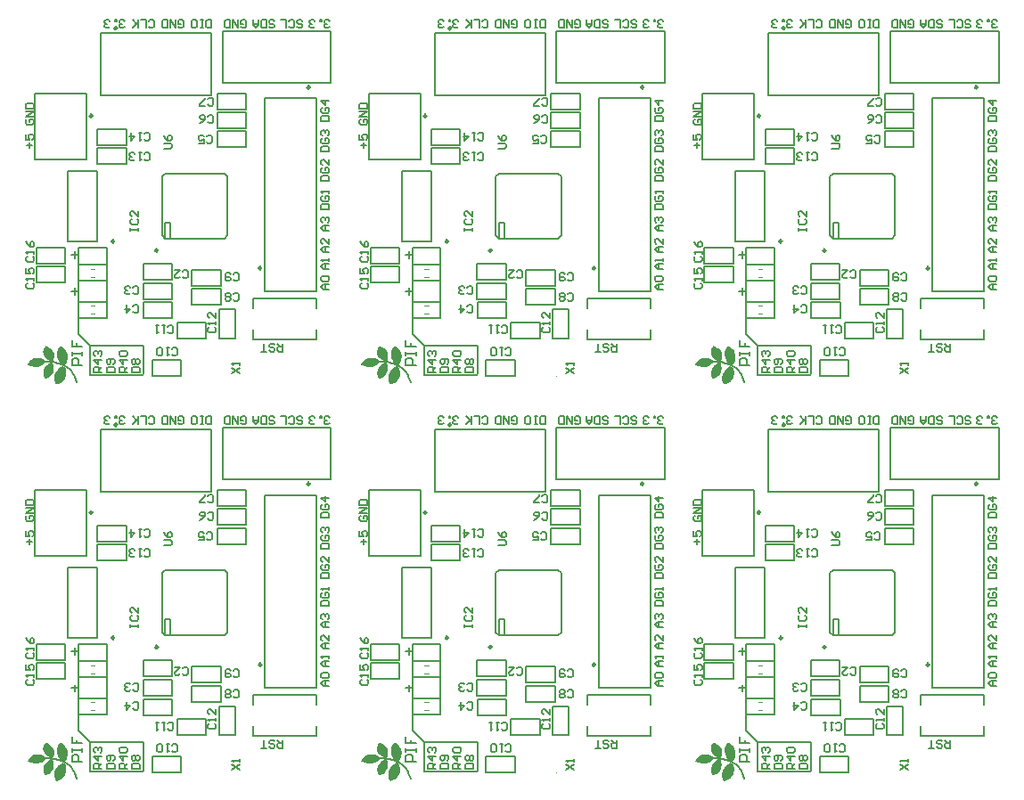
<source format=gto>
G04*
G04 #@! TF.GenerationSoftware,Altium Limited,Altium Designer,22.7.1 (60)*
G04*
G04 Layer_Color=65535*
%FSTAX24Y24*%
%MOIN*%
G70*
G04*
G04 #@! TF.SameCoordinates,6CD0EBB0-E617-4DF7-9ACC-651BA77C9F88*
G04*
G04*
G04 #@! TF.FilePolarity,Positive*
G04*
G01*
G75*
%ADD22C,0.0080*%
%ADD31C,0.0098*%
%ADD32C,0.0039*%
%ADD33C,0.0060*%
%ADD34C,0.0050*%
%ADD35C,0.0079*%
%ADD36C,0.0079*%
%ADD37C,0.0070*%
G36*
X036511Y026557D02*
X036512Y026557D01*
X036546Y026541D01*
X036547Y026541D01*
X036547Y026541D01*
X036575Y026525D01*
X036576Y026525D01*
X036576Y026524D01*
X036608Y026499D01*
X036608Y026499D01*
X036608Y026499D01*
X036636Y026474D01*
X036671Y026445D01*
X036672Y026443D01*
X036673Y026442D01*
X036675Y026432D01*
X036687Y026419D01*
X036688Y026419D01*
X036688Y026418D01*
X03672Y026365D01*
X03672Y026364D01*
X03672Y026364D01*
X036742Y026313D01*
X036742Y026313D01*
X036743Y026313D01*
X036762Y026266D01*
X036762Y026265D01*
X036762Y026265D01*
X036771Y026217D01*
X036771Y026217D01*
X036771Y026216D01*
X036775Y026128D01*
X036774Y026127D01*
X036775Y026127D01*
X036768Y026064D01*
X036768Y026063D01*
X036768Y026063D01*
X036749Y025999D01*
X036749Y025999D01*
X036749Y025999D01*
X036727Y025936D01*
X036726Y025935D01*
X036726Y025935D01*
X036676Y025834D01*
X036675Y025833D01*
X036675Y025832D01*
X036674Y025832D01*
X036673Y025831D01*
X036673D01*
X036673Y025831D01*
X036672Y025831D01*
X036671Y025831D01*
X03667Y025831D01*
X036669Y025831D01*
X036577Y025869D01*
X036576Y02587D01*
X036575Y02587D01*
X036549Y025897D01*
X036532Y025894D01*
X036532Y025894D01*
X036532Y025894D01*
X03653Y025895D01*
X036528Y025895D01*
X036528Y025895D01*
X036528Y025895D01*
X036504Y025915D01*
X036505Y025915D01*
X036505Y025913D01*
X036505Y025911D01*
X036505Y025911D01*
X036505Y025911D01*
X036504Y025909D01*
X036503Y025908D01*
X036503Y025908D01*
X036502Y025907D01*
X036501Y025907D01*
X036499Y025907D01*
X036499Y025907D01*
X036498Y025907D01*
X036497Y025908D01*
X036495Y025909D01*
X036461Y025963D01*
X03646Y025965D01*
X03646Y025966D01*
X03646Y025967D01*
X03646Y025967D01*
X036461Y025968D01*
X036461Y025969D01*
X036442Y026001D01*
X036441Y026001D01*
X036441Y026002D01*
X036419Y026049D01*
X036419Y026049D01*
X036419Y026049D01*
X036397Y026103D01*
X036397Y026103D01*
X036397Y026103D01*
X036384Y026141D01*
X036384Y026142D01*
X036384Y026142D01*
X036374Y026203D01*
X036374Y026203D01*
X036374Y026203D01*
X036371Y026276D01*
X036371Y026276D01*
X036371Y026277D01*
X036374Y026321D01*
X036374Y026321D01*
X036374Y026321D01*
X03638Y026359D01*
X036381Y02636D01*
X036381Y02636D01*
X036393Y026398D01*
X036394Y026398D01*
X036394Y026399D01*
X036403Y026421D01*
X036416Y026453D01*
X036416Y026453D01*
X036417Y026454D01*
X036448Y026495D01*
X036448Y026495D01*
X036449Y026495D01*
X036506Y026556D01*
X036507Y026556D01*
X036508Y026557D01*
X036509Y026557D01*
X036509Y026557D01*
X036511Y026557D01*
D02*
G37*
G36*
X024023D02*
X024024Y026557D01*
X024059Y026541D01*
X024059Y026541D01*
X024059Y026541D01*
X024088Y026525D01*
X024088Y026525D01*
X024089Y026524D01*
X02412Y026499D01*
X024121Y026499D01*
X024121Y026499D01*
X024149Y026474D01*
X024184Y026445D01*
X024185Y026443D01*
X024186Y026442D01*
X024188Y026432D01*
X0242Y026419D01*
X0242Y026419D01*
X024201Y026418D01*
X024232Y026365D01*
X024232Y026364D01*
X024233Y026364D01*
X024255Y026313D01*
X024255Y026313D01*
X024255Y026313D01*
X024274Y026266D01*
X024274Y026265D01*
X024274Y026265D01*
X024284Y026217D01*
X024284Y026217D01*
X024284Y026216D01*
X024287Y026128D01*
X024287Y026127D01*
X024287Y026127D01*
X024281Y026064D01*
X024281Y026063D01*
X024281Y026063D01*
X024262Y025999D01*
X024262Y025999D01*
X024262Y025999D01*
X024239Y025936D01*
X024239Y025935D01*
X024239Y025935D01*
X024188Y025834D01*
X024188Y025833D01*
X024187Y025832D01*
X024186Y025832D01*
X024185Y025831D01*
X024185D01*
X024185Y025831D01*
X024184Y025831D01*
X024183Y025831D01*
X024182Y025831D01*
X024181Y025831D01*
X02409Y025869D01*
X024089Y02587D01*
X024088Y02587D01*
X024061Y025897D01*
X024045Y025894D01*
X024045Y025894D01*
X024045Y025894D01*
X024043Y025895D01*
X024041Y025895D01*
X024041Y025895D01*
X024041Y025895D01*
X024017Y025915D01*
X024017Y025915D01*
X024017Y025913D01*
X024018Y025911D01*
X024018Y025911D01*
X024018Y025911D01*
X024016Y025909D01*
X024015Y025908D01*
X024015Y025908D01*
X024015Y025907D01*
X024013Y025907D01*
X024011Y025907D01*
X024011Y025907D01*
X024011Y025907D01*
X024009Y025908D01*
X024008Y025909D01*
X023973Y025963D01*
X023973Y025965D01*
X023972Y025966D01*
X023973Y025967D01*
X023972Y025967D01*
X023973Y025968D01*
X023974Y025969D01*
X023954Y026001D01*
X023954Y026001D01*
X023954Y026002D01*
X023932Y026049D01*
X023932Y026049D01*
X023931Y026049D01*
X023909Y026103D01*
X023909Y026103D01*
X023909Y026103D01*
X023897Y026141D01*
X023897Y026142D01*
X023896Y026142D01*
X023887Y026203D01*
X023887Y026203D01*
X023887Y026203D01*
X023884Y026276D01*
X023884Y026276D01*
X023884Y026277D01*
X023887Y026321D01*
X023887Y026321D01*
X023887Y026321D01*
X023893Y026359D01*
X023893Y02636D01*
X023893Y02636D01*
X023906Y026398D01*
X023906Y026398D01*
X023906Y026399D01*
X023916Y026421D01*
X023928Y026453D01*
X023929Y026453D01*
X023929Y026454D01*
X023961Y026495D01*
X023961Y026495D01*
X023961Y026495D01*
X024018Y026556D01*
X024019Y026556D01*
X02402Y026557D01*
X024021Y026557D01*
X024022Y026557D01*
X024023Y026557D01*
D02*
G37*
G36*
X011536D02*
X011537Y026557D01*
X011572Y026541D01*
X011572Y026541D01*
X011572Y026541D01*
X011601Y026525D01*
X011601Y026525D01*
X011601Y026524D01*
X011633Y026499D01*
X011633Y026499D01*
X011633Y026499D01*
X011662Y026474D01*
X011696Y026445D01*
X011697Y026443D01*
X011698Y026442D01*
X0117Y026432D01*
X011713Y026419D01*
X011713Y026419D01*
X011713Y026418D01*
X011745Y026365D01*
X011745Y026364D01*
X011745Y026364D01*
X011768Y026313D01*
X011768Y026313D01*
X011768Y026313D01*
X011787Y026266D01*
X011787Y026265D01*
X011787Y026265D01*
X011796Y026217D01*
X011796Y026217D01*
X011796Y026216D01*
X0118Y026128D01*
X0118Y026127D01*
X0118Y026127D01*
X011793Y026064D01*
X011793Y026063D01*
X011793Y026063D01*
X011774Y025999D01*
X011774Y025999D01*
X011774Y025999D01*
X011752Y025936D01*
X011752Y025935D01*
X011752Y025935D01*
X011701Y025834D01*
X0117Y025833D01*
X0117Y025832D01*
X011699Y025832D01*
X011698Y025831D01*
X011698D01*
X011698Y025831D01*
X011697Y025831D01*
X011696Y025831D01*
X011695Y025831D01*
X011694Y025831D01*
X011602Y025869D01*
X011602Y02587D01*
X011601Y02587D01*
X011574Y025897D01*
X011558Y025894D01*
X011557Y025894D01*
X011557Y025894D01*
X011555Y025895D01*
X011553Y025895D01*
X011553Y025895D01*
X011553Y025895D01*
X01153Y025915D01*
X01153Y025915D01*
X01153Y025913D01*
X01153Y025911D01*
X01153Y025911D01*
X01153Y025911D01*
X011529Y025909D01*
X011528Y025908D01*
X011528Y025908D01*
X011528Y025907D01*
X011526Y025907D01*
X011524Y025907D01*
X011524Y025907D01*
X011524Y025907D01*
X011522Y025908D01*
X01152Y025909D01*
X011486Y025963D01*
X011485Y025965D01*
X011485Y025966D01*
X011485Y025967D01*
X011485Y025967D01*
X011486Y025968D01*
X011486Y025969D01*
X011467Y026001D01*
X011467Y026001D01*
X011466Y026002D01*
X011444Y026049D01*
X011444Y026049D01*
X011444Y026049D01*
X011422Y026103D01*
X011422Y026103D01*
X011422Y026103D01*
X011409Y026141D01*
X011409Y026142D01*
X011409Y026142D01*
X011399Y026203D01*
X011399Y026203D01*
X011399Y026203D01*
X011396Y026276D01*
X011396Y026276D01*
X011396Y026277D01*
X011399Y026321D01*
X011399Y026321D01*
X011399Y026321D01*
X011406Y026359D01*
X011406Y02636D01*
X011406Y02636D01*
X011419Y026398D01*
X011419Y026398D01*
X011419Y026399D01*
X011428Y026421D01*
X011441Y026453D01*
X011442Y026453D01*
X011442Y026454D01*
X011473Y026495D01*
X011474Y026495D01*
X011474Y026495D01*
X011531Y026556D01*
X011532Y026556D01*
X011533Y026557D01*
X011534Y026557D01*
X011535Y026557D01*
X011536Y026557D01*
D02*
G37*
G36*
X035692Y026113D02*
X035693Y026113D01*
X035778Y026094D01*
X035778Y026093D01*
X035779Y026093D01*
X035846Y026065D01*
X035846Y026065D01*
X035846Y026065D01*
X035906Y026033D01*
X035906Y026033D01*
X035906Y026033D01*
X035954Y026004D01*
X035954Y026004D01*
X035955Y026004D01*
X035986Y025975D01*
X035987Y025975D01*
X035987Y025975D01*
X035987Y025975D01*
X035987Y025975D01*
X035987Y025973D01*
X035988Y025971D01*
X035988Y025971D01*
X035988Y025971D01*
X035988Y025971D01*
X035988Y025971D01*
X035987Y025969D01*
X035987Y025968D01*
X035987Y025967D01*
X035987Y025967D01*
X035986Y025967D01*
X035986Y025967D01*
X035847Y02585D01*
X035847Y02585D01*
X035847Y02585D01*
X03583Y025836D01*
X035809Y025818D01*
X035808Y025818D01*
X035808Y025818D01*
X035757Y025795D01*
X035757Y025795D01*
X035756Y025795D01*
X035683Y025776D01*
X035683Y025776D01*
X035683Y025776D01*
X035682Y025776D01*
X035616Y025769D01*
X035616Y02577D01*
X035615Y025769D01*
X035523D01*
X035523Y02577D01*
X035522Y02577D01*
X035433Y025792D01*
X035433Y025792D01*
X035433Y025792D01*
X035433D01*
X035376Y025811D01*
X035376Y025811D01*
X035375Y025811D01*
X035331Y025833D01*
X035303Y025846D01*
X035303Y025846D01*
X035302Y025846D01*
X035264Y025868D01*
X035264Y025869D01*
X035264Y025869D01*
X035263Y02587D01*
X035262Y025872D01*
X035262Y025872D01*
X035262Y025872D01*
X035262Y025874D01*
X035262Y025876D01*
X035263Y025876D01*
X035263Y025876D01*
X035295Y025917D01*
X035295Y025918D01*
X035295Y025918D01*
X035326Y025953D01*
X035352Y025984D01*
X035352Y025984D01*
X035352Y025985D01*
X0354Y026026D01*
X0354Y026026D01*
X0354Y026026D01*
X035451Y026061D01*
X035451Y026061D01*
X035452Y026062D01*
X035519Y026087D01*
X035519Y026087D01*
X035519Y026087D01*
X035604Y026109D01*
X035605Y026109D01*
X035606Y02611D01*
X035691Y026113D01*
X035692Y026113D01*
D02*
G37*
G36*
X023205D02*
X023205Y026113D01*
X023291Y026094D01*
X023291Y026093D01*
X023292Y026093D01*
X023358Y026065D01*
X023358Y026065D01*
X023359Y026065D01*
X023419Y026033D01*
X023419Y026033D01*
X023419Y026033D01*
X023467Y026004D01*
X023467Y026004D01*
X023467Y026004D01*
X023499Y025975D01*
X023499Y025975D01*
X023499Y025975D01*
X023499Y025975D01*
X0235Y025975D01*
X0235Y025973D01*
X023501Y025971D01*
X023501Y025971D01*
X023501Y025971D01*
X023501Y025971D01*
X023501Y025971D01*
X0235Y025969D01*
X023499Y025968D01*
X023499Y025967D01*
X023499Y025967D01*
X023499Y025967D01*
X023499Y025967D01*
X02336Y02585D01*
X02336Y02585D01*
X02336Y02585D01*
X023342Y025836D01*
X023322Y025818D01*
X023321Y025818D01*
X02332Y025818D01*
X02327Y025795D01*
X023269Y025795D01*
X023269Y025795D01*
X023196Y025776D01*
X023195Y025776D01*
X023195Y025776D01*
X023195Y025776D01*
X023129Y025769D01*
X023128Y02577D01*
X023128Y025769D01*
X023036D01*
X023035Y02577D01*
X023034Y02577D01*
X022946Y025792D01*
X022946Y025792D01*
X022946Y025792D01*
X022946D01*
X022889Y025811D01*
X022888Y025811D01*
X022888Y025811D01*
X022844Y025833D01*
X022816Y025846D01*
X022815Y025846D01*
X022815Y025846D01*
X022777Y025868D01*
X022777Y025869D01*
X022776Y025869D01*
X022776Y02587D01*
X022775Y025872D01*
X022775Y025872D01*
X022774Y025872D01*
X022775Y025874D01*
X022775Y025876D01*
X022775Y025876D01*
X022775Y025876D01*
X022807Y025917D01*
X022807Y025918D01*
X022807Y025918D01*
X022839Y025953D01*
X022864Y025984D01*
X022865Y025984D01*
X022865Y025985D01*
X022912Y026026D01*
X022912Y026026D01*
X022913Y026026D01*
X022963Y026061D01*
X022964Y026061D01*
X022964Y026062D01*
X023031Y026087D01*
X023031Y026087D01*
X023032Y026087D01*
X023117Y026109D01*
X023118Y026109D01*
X023118Y02611D01*
X023204Y026113D01*
X023205Y026113D01*
D02*
G37*
G36*
X010717D02*
X010718Y026113D01*
X010803Y026094D01*
X010804Y026093D01*
X010804Y026093D01*
X010871Y026065D01*
X010871Y026065D01*
X010871Y026065D01*
X010931Y026033D01*
X010931Y026033D01*
X010931Y026033D01*
X010979Y026004D01*
X010979Y026004D01*
X01098Y026004D01*
X011012Y025975D01*
X011012Y025975D01*
X011012Y025975D01*
X011012Y025975D01*
X011012Y025975D01*
X011013Y025973D01*
X011013Y025971D01*
X011013Y025971D01*
X011013Y025971D01*
X011013Y025971D01*
X011013Y025971D01*
X011013Y025969D01*
X011012Y025968D01*
X011012Y025967D01*
X011012Y025967D01*
X011012Y025967D01*
X011011Y025967D01*
X010872Y02585D01*
X010872Y02585D01*
X010872Y02585D01*
X010855Y025836D01*
X010834Y025818D01*
X010833Y025818D01*
X010833Y025818D01*
X010782Y025795D01*
X010782Y025795D01*
X010781Y025795D01*
X010708Y025776D01*
X010708Y025776D01*
X010708Y025776D01*
X010708Y025776D01*
X010641Y025769D01*
X010641Y02577D01*
X010641Y025769D01*
X010548D01*
X010548Y02577D01*
X010547Y02577D01*
X010459Y025792D01*
X010459Y025792D01*
X010458Y025792D01*
X010458D01*
X010401Y025811D01*
X010401Y025811D01*
X010401Y025811D01*
X010356Y025833D01*
X010328Y025846D01*
X010328Y025846D01*
X010328Y025846D01*
X01029Y025868D01*
X010289Y025869D01*
X010289Y025869D01*
X010288Y02587D01*
X010287Y025872D01*
X010287Y025872D01*
X010287Y025872D01*
X010287Y025874D01*
X010288Y025876D01*
X010288Y025876D01*
X010288Y025876D01*
X01032Y025917D01*
X01032Y025918D01*
X01032Y025918D01*
X010352Y025953D01*
X010377Y025984D01*
X010377Y025984D01*
X010377Y025985D01*
X010425Y026026D01*
X010425Y026026D01*
X010425Y026026D01*
X010476Y026061D01*
X010477Y026061D01*
X010477Y026062D01*
X010544Y026087D01*
X010544Y026087D01*
X010544Y026087D01*
X01063Y026109D01*
X01063Y026109D01*
X010631Y02611D01*
X010716Y026113D01*
X010717Y026113D01*
D02*
G37*
G36*
X035942Y02655D02*
X035943Y02655D01*
X035997Y026531D01*
X035997Y02653D01*
X035998Y02653D01*
X03608Y026495D01*
X03608Y026495D01*
X036081Y026495D01*
X036112Y026476D01*
X036112Y026476D01*
X036112Y026476D01*
X036153Y026451D01*
X036154Y02645D01*
X036154Y02645D01*
X036221Y02638D01*
X036221Y02638D01*
X036222Y026379D01*
X036254Y026319D01*
X036254Y026319D01*
X036254Y026318D01*
X036267Y02628D01*
X036267Y026279D01*
X036267Y026279D01*
Y026171D01*
X036267Y026171D01*
X036267Y02617D01*
X036261Y026116D01*
X03626Y026116D01*
X036261Y026116D01*
X036254Y026072D01*
X036254Y026071D01*
X036254Y02607D01*
X036238Y026032D01*
X036238Y026032D01*
X036238Y026032D01*
X036219Y025997D01*
X036218Y025997D01*
X036218Y025996D01*
X036216Y025995D01*
X036215Y025995D01*
X036215Y025995D01*
X036214Y025994D01*
X036147D01*
X036146Y025995D01*
X036145Y025995D01*
X036044Y026039D01*
X036044Y02604D01*
X036043Y02604D01*
X035955Y026097D01*
X035954Y026097D01*
X035953Y026098D01*
X035925Y026132D01*
X035925Y026133D01*
X035924Y026133D01*
X035896Y026177D01*
X035896Y026178D01*
X035895Y026178D01*
X035864Y026261D01*
X035864Y026261D01*
X035863Y026262D01*
X035854Y026316D01*
X035854Y026317D01*
X035854Y026319D01*
X035855Y026319D01*
X035855Y02632D01*
X035856Y02632D01*
X035854Y026341D01*
X035854Y026342D01*
X035854Y026343D01*
X03586Y02639D01*
X03586Y02639D01*
X03586Y026391D01*
X035876Y026441D01*
X035876Y026441D01*
X035876Y026442D01*
X035892Y026489D01*
X035893Y02649D01*
X035893Y026491D01*
X035937Y026548D01*
X035938Y026548D01*
X035939Y026549D01*
X03594Y026549D01*
X035941Y02655D01*
X035942Y02655D01*
D02*
G37*
G36*
X023455D02*
X023456Y02655D01*
X02351Y026531D01*
X02351Y02653D01*
X02351Y02653D01*
X023593Y026495D01*
X023593Y026495D01*
X023593Y026495D01*
X023625Y026476D01*
X023625Y026476D01*
X023625Y026476D01*
X023666Y026451D01*
X023666Y02645D01*
X023667Y02645D01*
X023734Y02638D01*
X023734Y02638D01*
X023735Y026379D01*
X023766Y026319D01*
X023766Y026319D01*
X023767Y026318D01*
X023779Y02628D01*
X023779Y026279D01*
X023779Y026279D01*
Y026171D01*
X023779Y026171D01*
X023779Y02617D01*
X023773Y026116D01*
X023773Y026116D01*
X023773Y026116D01*
X023767Y026072D01*
X023766Y026071D01*
X023766Y02607D01*
X02375Y026032D01*
X02375Y026032D01*
X02375Y026032D01*
X023731Y025997D01*
X023731Y025997D01*
X02373Y025996D01*
X023729Y025995D01*
X023728Y025995D01*
X023727Y025995D01*
X023726Y025994D01*
X02366D01*
X023659Y025995D01*
X023658Y025995D01*
X023557Y026039D01*
X023556Y02604D01*
X023556Y02604D01*
X023467Y026097D01*
X023467Y026097D01*
X023466Y026098D01*
X023437Y026132D01*
X023437Y026133D01*
X023437Y026133D01*
X023409Y026177D01*
X023408Y026178D01*
X023408Y026178D01*
X023376Y026261D01*
X023376Y026261D01*
X023376Y026262D01*
X023366Y026316D01*
X023367Y026317D01*
X023367Y026319D01*
X023367Y026319D01*
X023367Y02632D01*
X023369Y02632D01*
X023366Y026341D01*
X023367Y026342D01*
X023366Y026343D01*
X023373Y02639D01*
X023373Y02639D01*
X023373Y026391D01*
X023389Y026441D01*
X023389Y026441D01*
X023389Y026442D01*
X023405Y026489D01*
X023405Y02649D01*
X023405Y026491D01*
X02345Y026548D01*
X023451Y026548D01*
X023452Y026549D01*
X023453Y026549D01*
X023453Y02655D01*
X023455Y02655D01*
D02*
G37*
G36*
X010967D02*
X010968Y02655D01*
X011022Y026531D01*
X011023Y02653D01*
X011023Y02653D01*
X011105Y026495D01*
X011105Y026495D01*
X011106Y026495D01*
X011137Y026476D01*
X011137Y026476D01*
X011138Y026476D01*
X011179Y026451D01*
X011179Y02645D01*
X01118Y02645D01*
X011246Y02638D01*
X011247Y02638D01*
X011247Y026379D01*
X011279Y026319D01*
X011279Y026319D01*
X011279Y026318D01*
X011292Y02628D01*
X011292Y026279D01*
X011292Y026279D01*
Y026171D01*
X011292Y026171D01*
X011292Y02617D01*
X011286Y026116D01*
X011286Y026116D01*
X011286Y026116D01*
X011279Y026072D01*
X011279Y026071D01*
X011279Y02607D01*
X011263Y026032D01*
X011263Y026032D01*
X011263Y026032D01*
X011244Y025997D01*
X011243Y025997D01*
X011243Y025996D01*
X011242Y025995D01*
X011241Y025995D01*
X01124Y025995D01*
X011239Y025994D01*
X011173D01*
X011172Y025995D01*
X011171Y025995D01*
X011069Y026039D01*
X011069Y02604D01*
X011068Y02604D01*
X01098Y026097D01*
X010979Y026097D01*
X010979Y026098D01*
X01095Y026132D01*
X01095Y026133D01*
X010949Y026133D01*
X010921Y026177D01*
X010921Y026178D01*
X010921Y026178D01*
X010889Y026261D01*
X010889Y026261D01*
X010889Y026262D01*
X010879Y026316D01*
X010879Y026317D01*
X01088Y026319D01*
X01088Y026319D01*
X01088Y02632D01*
X010881Y02632D01*
X010879Y026341D01*
X010879Y026342D01*
X010879Y026343D01*
X010885Y02639D01*
X010886Y02639D01*
X010886Y026391D01*
X010902Y026441D01*
X010902Y026441D01*
X010902Y026442D01*
X010917Y026489D01*
X010918Y02649D01*
X010918Y026491D01*
X010962Y026548D01*
X010963Y026548D01*
X010964Y026549D01*
X010965Y026549D01*
X010966Y02655D01*
X010967Y02655D01*
D02*
G37*
G36*
X036576Y02581D02*
X036577Y02581D01*
X036577Y025809D01*
X036578Y025809D01*
X03664Y025775D01*
X036657Y025778D01*
X036659Y025778D01*
X03666Y025778D01*
X036661Y025777D01*
X036661Y025777D01*
X036662Y025776D01*
X036663Y025775D01*
X036698Y025699D01*
X036698Y025698D01*
X036699Y025698D01*
X036718Y025555D01*
X036717Y025555D01*
X036718Y025554D01*
Y025488D01*
X036717Y025487D01*
X036717Y025487D01*
X036708Y025436D01*
X036708Y025436D01*
X036708Y025435D01*
X036686Y025372D01*
X036685Y025372D01*
X036685Y025371D01*
X03666Y025327D01*
X03666Y025327D01*
X03666Y025326D01*
X036615Y025263D01*
X036615Y025263D01*
X036615Y025263D01*
X03659Y025234D01*
X036589Y025234D01*
X036589Y025233D01*
X036554Y025205D01*
X036554Y025205D01*
X036553Y025205D01*
X036515Y025179D01*
X036515Y025179D01*
X036515Y025179D01*
X036471Y025154D01*
X036471Y025154D01*
X03647Y025154D01*
X036429Y025135D01*
X036429Y025135D01*
X036429Y025134D01*
X036362Y025115D01*
X036361Y025115D01*
X03636Y025115D01*
X036359Y025116D01*
X036358Y025116D01*
X036357Y025117D01*
X036356Y025117D01*
X036315Y025168D01*
X036315Y025169D01*
X036314Y025169D01*
X036295Y025216D01*
X036295Y025217D01*
X036295Y025217D01*
X036279Y025268D01*
X036279Y025268D01*
X036279Y025269D01*
Y025272D01*
X036276Y025339D01*
X036276Y025339D01*
X036276Y025339D01*
Y025399D01*
X036276Y0254D01*
X036276Y0254D01*
X036289Y025467D01*
X036289Y025467D01*
X036289Y025467D01*
X036314Y025534D01*
X036315Y025534D01*
X036315Y025535D01*
X036349Y025592D01*
X036368Y025626D01*
X036369Y025627D01*
X036369Y025627D01*
X036391Y025659D01*
X036391Y025659D01*
X036391Y025659D01*
X03642Y025691D01*
X03642Y025691D01*
X03642Y025691D01*
X036493Y025752D01*
X036494Y025752D01*
X036494Y025752D01*
X036573Y025809D01*
X036574Y025809D01*
X036574Y02581D01*
X036575Y02581D01*
X036576Y02581D01*
X036576Y02581D01*
D02*
G37*
G36*
X024089D02*
X024089Y02581D01*
X02409Y025809D01*
X024091Y025809D01*
X024153Y025775D01*
X02417Y025778D01*
X024171Y025778D01*
X024173Y025778D01*
X024173Y025777D01*
X024174Y025777D01*
X024175Y025776D01*
X024176Y025775D01*
X024211Y025699D01*
X024211Y025698D01*
X024211Y025698D01*
X02423Y025555D01*
X02423Y025555D01*
X02423Y025554D01*
Y025488D01*
X02423Y025487D01*
X02423Y025487D01*
X02422Y025436D01*
X02422Y025436D01*
X02422Y025435D01*
X024198Y025372D01*
X024198Y025372D01*
X024198Y025371D01*
X024172Y025327D01*
X024172Y025327D01*
X024172Y025326D01*
X024128Y025263D01*
X024128Y025263D01*
X024127Y025263D01*
X024102Y025234D01*
X024102Y025234D01*
X024101Y025233D01*
X024066Y025205D01*
X024066Y025205D01*
X024066Y025205D01*
X024028Y025179D01*
X024028Y025179D01*
X024028Y025179D01*
X023983Y025154D01*
X023983Y025154D01*
X023983Y025154D01*
X023942Y025135D01*
X023942Y025135D01*
X023941Y025134D01*
X023875Y025115D01*
X023874Y025115D01*
X023873Y025115D01*
X023872Y025116D01*
X02387Y025116D01*
X02387Y025117D01*
X023869Y025117D01*
X023828Y025168D01*
X023828Y025169D01*
X023827Y025169D01*
X023808Y025216D01*
X023808Y025217D01*
X023808Y025217D01*
X023792Y025268D01*
X023792Y025268D01*
X023792Y025269D01*
Y025272D01*
X023789Y025339D01*
X023789Y025339D01*
X023789Y025339D01*
Y025399D01*
X023789Y0254D01*
X023789Y0254D01*
X023801Y025467D01*
X023802Y025467D01*
X023802Y025467D01*
X023827Y025534D01*
X023827Y025534D01*
X023827Y025535D01*
X023862Y025592D01*
X023881Y025626D01*
X023881Y025627D01*
X023881Y025627D01*
X023904Y025659D01*
X023904Y025659D01*
X023904Y025659D01*
X023932Y025691D01*
X023933Y025691D01*
X023933Y025691D01*
X024006Y025752D01*
X024006Y025752D01*
X024006Y025752D01*
X024085Y025809D01*
X024086Y025809D01*
X024087Y02581D01*
X024088Y02581D01*
X024088Y02581D01*
X024089Y02581D01*
D02*
G37*
G36*
X011601D02*
X011602Y02581D01*
X011603Y025809D01*
X011604Y025809D01*
X011665Y025775D01*
X011682Y025778D01*
X011684Y025778D01*
X011685Y025778D01*
X011686Y025777D01*
X011686Y025777D01*
X011687Y025776D01*
X011688Y025775D01*
X011723Y025699D01*
X011723Y025698D01*
X011724Y025698D01*
X011743Y025555D01*
X011743Y025555D01*
X011743Y025554D01*
Y025488D01*
X011743Y025487D01*
X011743Y025487D01*
X011733Y025436D01*
X011733Y025436D01*
X011733Y025435D01*
X011711Y025372D01*
X01171Y025372D01*
X01171Y025371D01*
X011685Y025327D01*
X011685Y025327D01*
X011685Y025326D01*
X01164Y025263D01*
X01164Y025263D01*
X01164Y025263D01*
X011615Y025234D01*
X011614Y025234D01*
X011614Y025233D01*
X011579Y025205D01*
X011579Y025205D01*
X011579Y025205D01*
X011541Y025179D01*
X01154Y025179D01*
X01154Y025179D01*
X011496Y025154D01*
X011496Y025154D01*
X011496Y025154D01*
X011455Y025135D01*
X011454Y025135D01*
X011454Y025134D01*
X011387Y025115D01*
X011386Y025115D01*
X011385Y025115D01*
X011384Y025116D01*
X011383Y025116D01*
X011382Y025117D01*
X011381Y025117D01*
X01134Y025168D01*
X01134Y025169D01*
X01134Y025169D01*
X011321Y025216D01*
X011321Y025217D01*
X011321Y025217D01*
X011305Y025268D01*
X011305Y025268D01*
X011304Y025269D01*
Y025272D01*
X011301Y025339D01*
X011301Y025339D01*
X011301Y025339D01*
Y025399D01*
X011301Y0254D01*
X011301Y0254D01*
X011314Y025467D01*
X011314Y025467D01*
X011314Y025467D01*
X01134Y025534D01*
X01134Y025534D01*
X01134Y025535D01*
X011375Y025592D01*
X011394Y025626D01*
X011394Y025627D01*
X011394Y025627D01*
X011416Y025659D01*
X011417Y025659D01*
X011417Y025659D01*
X011445Y025691D01*
X011445Y025691D01*
X011446Y025691D01*
X011519Y025752D01*
X011519Y025752D01*
X011519Y025752D01*
X011598Y025809D01*
X011599Y025809D01*
X0116Y02581D01*
X0116Y02581D01*
X011601Y02581D01*
X011601Y02581D01*
D02*
G37*
G36*
X036145Y025939D02*
X036146Y02594D01*
X036203Y025933D01*
X036203Y025933D01*
X036203Y025933D01*
X036205Y025932D01*
X036206Y025931D01*
X036206Y025931D01*
X036207Y025931D01*
X036216Y025915D01*
X036217Y025914D01*
X036217Y025913D01*
X03622Y025891D01*
X036236Y025838D01*
X036236Y025838D01*
X036236Y025837D01*
X036245Y025796D01*
X036245Y025796D01*
X036245Y025796D01*
X036255Y025749D01*
X036255Y025748D01*
X036255Y025747D01*
Y02571D01*
X036255Y025709D01*
X036255Y025709D01*
X036248Y025616D01*
X036248Y025615D01*
X036248Y025615D01*
X036229Y025564D01*
X036228Y025564D01*
X036228Y025563D01*
X03619Y025487D01*
X03619Y025487D01*
X03619Y025486D01*
X036139Y025429D01*
X036138Y025429D01*
X036138Y025429D01*
X036081Y025384D01*
X036081Y025384D01*
X036081Y025384D01*
X036036Y025356D01*
X036036Y025356D01*
X036036Y025355D01*
X035982Y025333D01*
X035981D01*
X035981Y025333D01*
X035934Y02532D01*
X035932Y02532D01*
X03593Y02532D01*
X03593Y02532D01*
X035929Y02532D01*
X035929Y025321D01*
X035928Y025321D01*
X035928Y025321D01*
X035928Y025321D01*
X035926Y025323D01*
X035925Y025324D01*
X035909Y025355D01*
X035899Y025377D01*
X035899Y025377D01*
X035899Y025377D01*
X035877Y025424D01*
X035877Y025425D01*
X035876Y025425D01*
X03586Y025489D01*
X03586Y025489D01*
X03586Y02549D01*
Y02555D01*
X03586Y025551D01*
X03586Y025551D01*
X03587Y025611D01*
X03587Y025611D01*
X03587Y025612D01*
X035886Y025666D01*
X035886Y025666D01*
X035886Y025667D01*
X035915Y025724D01*
X035915Y025724D01*
X035915Y025724D01*
X035954Y025785D01*
X035954Y025785D01*
X035954Y025785D01*
X035976Y025814D01*
X035977Y025814D01*
X035977Y025815D01*
X035993Y025827D01*
X036008Y025846D01*
X036009Y025846D01*
X036009Y025847D01*
X036031Y025862D01*
X036053Y025881D01*
X036053Y025881D01*
X036054Y025882D01*
X036079Y025898D01*
X03611Y02592D01*
X036111Y02592D01*
X036111Y02592D01*
X036142Y025939D01*
X036144Y025939D01*
X036145Y02594D01*
X036145Y025939D01*
D02*
G37*
G36*
X023658D02*
X023658Y02594D01*
X023715Y025933D01*
X023716Y025933D01*
X023716Y025933D01*
X023717Y025932D01*
X023719Y025931D01*
X023719Y025931D01*
X023719Y025931D01*
X023729Y025915D01*
X023729Y025914D01*
X02373Y025913D01*
X023733Y025891D01*
X023749Y025838D01*
X023749Y025838D01*
X023749Y025837D01*
X023758Y025796D01*
X023758Y025796D01*
X023758Y025796D01*
X023768Y025749D01*
X023768Y025748D01*
X023768Y025747D01*
Y02571D01*
X023768Y025709D01*
X023768Y025709D01*
X02376Y025616D01*
X02376Y025615D01*
X02376Y025615D01*
X023741Y025564D01*
X023741Y025564D01*
X023741Y025563D01*
X023703Y025487D01*
X023702Y025487D01*
X023702Y025486D01*
X023651Y025429D01*
X023651Y025429D01*
X023651Y025429D01*
X023594Y025384D01*
X023593Y025384D01*
X023593Y025384D01*
X023549Y025356D01*
X023549Y025356D01*
X023548Y025355D01*
X023494Y025333D01*
X023494D01*
X023493Y025333D01*
X023446Y02532D01*
X023445Y02532D01*
X023443Y02532D01*
X023443Y02532D01*
X023442Y02532D01*
X023442Y025321D01*
X023441Y025321D01*
X02344Y025321D01*
X02344Y025321D01*
X023439Y025323D01*
X023438Y025324D01*
X023422Y025355D01*
X023411Y025377D01*
X023411Y025377D01*
X023411Y025377D01*
X023389Y025424D01*
X023389Y025425D01*
X023389Y025425D01*
X023373Y025489D01*
X023373Y025489D01*
X023373Y02549D01*
Y02555D01*
X023373Y025551D01*
X023373Y025551D01*
X023382Y025611D01*
X023383Y025611D01*
X023383Y025612D01*
X023398Y025666D01*
X023399Y025666D01*
X023399Y025667D01*
X023427Y025724D01*
X023427Y025724D01*
X023428Y025724D01*
X023467Y025785D01*
X023467Y025785D01*
X023467Y025785D01*
X023489Y025814D01*
X023489Y025814D01*
X02349Y025815D01*
X023505Y025827D01*
X023521Y025846D01*
X023521Y025846D01*
X023522Y025847D01*
X023544Y025862D01*
X023566Y025881D01*
X023566Y025881D01*
X023566Y025882D01*
X023591Y025898D01*
X023623Y02592D01*
X023623Y02592D01*
X023623Y02592D01*
X023655Y025939D01*
X023656Y025939D01*
X023658Y02594D01*
X023658Y025939D01*
D02*
G37*
G36*
X011171D02*
X011171Y02594D01*
X011228Y025933D01*
X011228Y025933D01*
X011229Y025933D01*
X01123Y025932D01*
X011232Y025931D01*
X011232Y025931D01*
X011232Y025931D01*
X011242Y025915D01*
X011242Y025914D01*
X011242Y025913D01*
X011245Y025891D01*
X011261Y025838D01*
X011261Y025838D01*
X011261Y025837D01*
X011271Y025796D01*
X011271Y025796D01*
X011271Y025796D01*
X01128Y025749D01*
X01128Y025748D01*
X01128Y025747D01*
Y02571D01*
X01128Y025709D01*
X01128Y025709D01*
X011273Y025616D01*
X011273Y025615D01*
X011273Y025615D01*
X011254Y025564D01*
X011254Y025564D01*
X011254Y025563D01*
X011216Y025487D01*
X011215Y025487D01*
X011215Y025486D01*
X011164Y025429D01*
X011164Y025429D01*
X011163Y025429D01*
X011106Y025384D01*
X011106Y025384D01*
X011106Y025384D01*
X011062Y025356D01*
X011061Y025356D01*
X011061Y025355D01*
X011007Y025333D01*
X011006D01*
X011006Y025333D01*
X010959Y02532D01*
X010957Y02532D01*
X010956Y02532D01*
X010955Y02532D01*
X010955Y02532D01*
X010954Y025321D01*
X010953Y025321D01*
X010953Y025321D01*
X010953Y025321D01*
X010952Y025323D01*
X01095Y025324D01*
X010934Y025355D01*
X010924Y025377D01*
X010924Y025377D01*
X010924Y025377D01*
X010902Y025424D01*
X010902Y025425D01*
X010901Y025425D01*
X010885Y025489D01*
X010886Y025489D01*
X010885Y02549D01*
Y02555D01*
X010885Y025551D01*
X010885Y025551D01*
X010895Y025611D01*
X010895Y025611D01*
X010895Y025612D01*
X010911Y025666D01*
X010911Y025666D01*
X010911Y025667D01*
X01094Y025724D01*
X01094Y025724D01*
X01094Y025724D01*
X010979Y025785D01*
X010979Y025785D01*
X010979Y025785D01*
X011001Y025814D01*
X011002Y025814D01*
X011002Y025815D01*
X011018Y025827D01*
X011033Y025846D01*
X011034Y025846D01*
X011034Y025847D01*
X011056Y025862D01*
X011078Y025881D01*
X011079Y025881D01*
X011079Y025882D01*
X011104Y025898D01*
X011136Y02592D01*
X011136Y02592D01*
X011136Y02592D01*
X011168Y025939D01*
X011169Y025939D01*
X01117Y02594D01*
X011171Y025939D01*
D02*
G37*
G36*
X036511Y011719D02*
X036512Y011719D01*
X036546Y011703D01*
X036547Y011703D01*
X036547Y011703D01*
X036575Y011688D01*
X036576Y011687D01*
X036576Y011687D01*
X036608Y011662D01*
X036608Y011662D01*
X036608Y011661D01*
X036636Y011636D01*
X036671Y011608D01*
X036672Y011606D01*
X036673Y011604D01*
X036675Y011594D01*
X036687Y011582D01*
X036688Y011581D01*
X036688Y011581D01*
X03672Y011527D01*
X03672Y011527D01*
X03672Y011527D01*
X036742Y011476D01*
X036742Y011476D01*
X036743Y011476D01*
X036762Y011428D01*
X036762Y011428D01*
X036762Y011427D01*
X036771Y01138D01*
X036771Y011379D01*
X036771Y011379D01*
X036775Y01129D01*
X036774Y01129D01*
X036775Y01129D01*
X036768Y011226D01*
X036768Y011226D01*
X036768Y011225D01*
X036749Y011162D01*
X036749Y011162D01*
X036749Y011162D01*
X036727Y011098D01*
X036726Y011098D01*
X036726Y011098D01*
X036676Y010996D01*
X036675Y010996D01*
X036675Y010995D01*
X036674Y010995D01*
X036673Y010994D01*
X036673D01*
X036673Y010994D01*
X036672Y010994D01*
X036671Y010993D01*
X03667Y010994D01*
X036669Y010994D01*
X036577Y011032D01*
X036576Y011033D01*
X036575Y011033D01*
X036549Y011059D01*
X036532Y011057D01*
X036532Y011057D01*
X036532Y011057D01*
X03653Y011057D01*
X036528Y011058D01*
X036528Y011058D01*
X036528Y011058D01*
X036504Y011078D01*
X036505Y011077D01*
X036505Y011076D01*
X036505Y011074D01*
X036505Y011073D01*
X036505Y011073D01*
X036504Y011072D01*
X036503Y01107D01*
X036503Y01107D01*
X036502Y01107D01*
X036501Y01107D01*
X036499Y011069D01*
X036499Y01107D01*
X036498Y01107D01*
X036497Y011071D01*
X036495Y011072D01*
X036461Y011126D01*
X03646Y011127D01*
X03646Y011129D01*
X03646Y011129D01*
X03646Y01113D01*
X036461Y011131D01*
X036461Y011131D01*
X036442Y011164D01*
X036441Y011164D01*
X036441Y011164D01*
X036419Y011212D01*
X036419Y011212D01*
X036419Y011212D01*
X036397Y011266D01*
X036397Y011266D01*
X036397Y011266D01*
X036384Y011304D01*
X036384Y011305D01*
X036384Y011305D01*
X036374Y011365D01*
X036374Y011366D01*
X036374Y011366D01*
X036371Y011439D01*
X036371Y011439D01*
X036371Y011439D01*
X036374Y011483D01*
X036374Y011484D01*
X036374Y011484D01*
X03638Y011522D01*
X036381Y011522D01*
X036381Y011523D01*
X036393Y011561D01*
X036394Y011561D01*
X036394Y011561D01*
X036403Y011584D01*
X036416Y011615D01*
X036416Y011616D01*
X036417Y011616D01*
X036448Y011657D01*
X036448Y011658D01*
X036449Y011658D01*
X036506Y011718D01*
X036507Y011719D01*
X036508Y01172D01*
X036509Y011719D01*
X036509Y01172D01*
X036511Y011719D01*
D02*
G37*
G36*
X024023D02*
X024024Y011719D01*
X024059Y011703D01*
X024059Y011703D01*
X024059Y011703D01*
X024088Y011688D01*
X024088Y011687D01*
X024089Y011687D01*
X02412Y011662D01*
X024121Y011662D01*
X024121Y011661D01*
X024149Y011636D01*
X024184Y011608D01*
X024185Y011606D01*
X024186Y011604D01*
X024188Y011594D01*
X0242Y011582D01*
X0242Y011581D01*
X024201Y011581D01*
X024232Y011527D01*
X024232Y011527D01*
X024233Y011527D01*
X024255Y011476D01*
X024255Y011476D01*
X024255Y011476D01*
X024274Y011428D01*
X024274Y011428D01*
X024274Y011427D01*
X024284Y01138D01*
X024284Y011379D01*
X024284Y011379D01*
X024287Y01129D01*
X024287Y01129D01*
X024287Y01129D01*
X024281Y011226D01*
X024281Y011226D01*
X024281Y011225D01*
X024262Y011162D01*
X024262Y011162D01*
X024262Y011162D01*
X024239Y011098D01*
X024239Y011098D01*
X024239Y011098D01*
X024188Y010996D01*
X024188Y010996D01*
X024187Y010995D01*
X024186Y010995D01*
X024185Y010994D01*
X024185D01*
X024185Y010994D01*
X024184Y010994D01*
X024183Y010993D01*
X024182Y010994D01*
X024181Y010994D01*
X02409Y011032D01*
X024089Y011033D01*
X024088Y011033D01*
X024061Y011059D01*
X024045Y011057D01*
X024045Y011057D01*
X024045Y011057D01*
X024043Y011057D01*
X024041Y011058D01*
X024041Y011058D01*
X024041Y011058D01*
X024017Y011078D01*
X024017Y011077D01*
X024017Y011076D01*
X024018Y011074D01*
X024018Y011073D01*
X024018Y011073D01*
X024016Y011072D01*
X024015Y01107D01*
X024015Y01107D01*
X024015Y01107D01*
X024013Y01107D01*
X024011Y011069D01*
X024011Y01107D01*
X024011Y01107D01*
X024009Y011071D01*
X024008Y011072D01*
X023973Y011126D01*
X023973Y011127D01*
X023972Y011129D01*
X023973Y011129D01*
X023972Y01113D01*
X023973Y011131D01*
X023974Y011131D01*
X023954Y011164D01*
X023954Y011164D01*
X023954Y011164D01*
X023932Y011212D01*
X023932Y011212D01*
X023931Y011212D01*
X023909Y011266D01*
X023909Y011266D01*
X023909Y011266D01*
X023897Y011304D01*
X023897Y011305D01*
X023896Y011305D01*
X023887Y011365D01*
X023887Y011366D01*
X023887Y011366D01*
X023884Y011439D01*
X023884Y011439D01*
X023884Y011439D01*
X023887Y011483D01*
X023887Y011484D01*
X023887Y011484D01*
X023893Y011522D01*
X023893Y011522D01*
X023893Y011523D01*
X023906Y011561D01*
X023906Y011561D01*
X023906Y011561D01*
X023916Y011584D01*
X023928Y011615D01*
X023929Y011616D01*
X023929Y011616D01*
X023961Y011657D01*
X023961Y011658D01*
X023961Y011658D01*
X024018Y011718D01*
X024019Y011719D01*
X02402Y01172D01*
X024021Y011719D01*
X024022Y01172D01*
X024023Y011719D01*
D02*
G37*
G36*
X011536D02*
X011537Y011719D01*
X011572Y011703D01*
X011572Y011703D01*
X011572Y011703D01*
X011601Y011688D01*
X011601Y011687D01*
X011601Y011687D01*
X011633Y011662D01*
X011633Y011662D01*
X011633Y011661D01*
X011662Y011636D01*
X011696Y011608D01*
X011697Y011606D01*
X011698Y011604D01*
X0117Y011594D01*
X011713Y011582D01*
X011713Y011581D01*
X011713Y011581D01*
X011745Y011527D01*
X011745Y011527D01*
X011745Y011527D01*
X011768Y011476D01*
X011768Y011476D01*
X011768Y011476D01*
X011787Y011428D01*
X011787Y011428D01*
X011787Y011427D01*
X011796Y01138D01*
X011796Y011379D01*
X011796Y011379D01*
X0118Y01129D01*
X0118Y01129D01*
X0118Y01129D01*
X011793Y011226D01*
X011793Y011226D01*
X011793Y011225D01*
X011774Y011162D01*
X011774Y011162D01*
X011774Y011162D01*
X011752Y011098D01*
X011752Y011098D01*
X011752Y011098D01*
X011701Y010996D01*
X0117Y010996D01*
X0117Y010995D01*
X011699Y010995D01*
X011698Y010994D01*
X011698D01*
X011698Y010994D01*
X011697Y010994D01*
X011696Y010993D01*
X011695Y010994D01*
X011694Y010994D01*
X011602Y011032D01*
X011602Y011033D01*
X011601Y011033D01*
X011574Y011059D01*
X011558Y011057D01*
X011557Y011057D01*
X011557Y011057D01*
X011555Y011057D01*
X011553Y011058D01*
X011553Y011058D01*
X011553Y011058D01*
X01153Y011078D01*
X01153Y011077D01*
X01153Y011076D01*
X01153Y011074D01*
X01153Y011073D01*
X01153Y011073D01*
X011529Y011072D01*
X011528Y01107D01*
X011528Y01107D01*
X011528Y01107D01*
X011526Y01107D01*
X011524Y011069D01*
X011524Y01107D01*
X011524Y01107D01*
X011522Y011071D01*
X01152Y011072D01*
X011486Y011126D01*
X011485Y011127D01*
X011485Y011129D01*
X011485Y011129D01*
X011485Y01113D01*
X011486Y011131D01*
X011486Y011131D01*
X011467Y011164D01*
X011467Y011164D01*
X011466Y011164D01*
X011444Y011212D01*
X011444Y011212D01*
X011444Y011212D01*
X011422Y011266D01*
X011422Y011266D01*
X011422Y011266D01*
X011409Y011304D01*
X011409Y011305D01*
X011409Y011305D01*
X011399Y011365D01*
X011399Y011366D01*
X011399Y011366D01*
X011396Y011439D01*
X011396Y011439D01*
X011396Y011439D01*
X011399Y011483D01*
X011399Y011484D01*
X011399Y011484D01*
X011406Y011522D01*
X011406Y011522D01*
X011406Y011523D01*
X011419Y011561D01*
X011419Y011561D01*
X011419Y011561D01*
X011428Y011584D01*
X011441Y011615D01*
X011442Y011616D01*
X011442Y011616D01*
X011473Y011657D01*
X011474Y011658D01*
X011474Y011658D01*
X011531Y011718D01*
X011532Y011719D01*
X011533Y01172D01*
X011534Y011719D01*
X011535Y01172D01*
X011536Y011719D01*
D02*
G37*
G36*
X035692Y011275D02*
X035693Y011275D01*
X035778Y011256D01*
X035778Y011256D01*
X035779Y011256D01*
X035846Y011227D01*
X035846Y011227D01*
X035846Y011227D01*
X035906Y011196D01*
X035906Y011195D01*
X035906Y011195D01*
X035954Y011167D01*
X035954Y011167D01*
X035955Y011166D01*
X035986Y011138D01*
X035987Y011138D01*
X035987Y011138D01*
X035987Y011137D01*
X035987Y011137D01*
X035987Y011136D01*
X035988Y011134D01*
X035988Y011134D01*
X035988Y011134D01*
X035988Y011134D01*
X035988Y011133D01*
X035987Y011132D01*
X035987Y01113D01*
X035987Y01113D01*
X035987Y01113D01*
X035986Y01113D01*
X035986Y01113D01*
X035847Y011013D01*
X035847Y011013D01*
X035847Y011013D01*
X03583Y010998D01*
X035809Y010981D01*
X035808Y010981D01*
X035808Y01098D01*
X035757Y010958D01*
X035757Y010958D01*
X035756Y010958D01*
X035683Y010939D01*
X035683Y010939D01*
X035683Y010938D01*
X035682Y010938D01*
X035616Y010932D01*
X035616Y010932D01*
X035615Y010932D01*
X035523D01*
X035523Y010932D01*
X035522Y010932D01*
X035433Y010955D01*
X035433Y010955D01*
X035433Y010955D01*
X035433D01*
X035376Y010974D01*
X035376Y010974D01*
X035375Y010974D01*
X035331Y010996D01*
X035303Y011008D01*
X035303Y011009D01*
X035302Y011009D01*
X035264Y011031D01*
X035264Y011031D01*
X035264Y011031D01*
X035263Y011033D01*
X035262Y011034D01*
X035262Y011035D01*
X035262Y011035D01*
X035262Y011037D01*
X035262Y011039D01*
X035263Y011039D01*
X035263Y011039D01*
X035295Y01108D01*
X035295Y01108D01*
X035295Y01108D01*
X035326Y011115D01*
X035352Y011147D01*
X035352Y011147D01*
X035352Y011148D01*
X0354Y011189D01*
X0354Y011189D01*
X0354Y011189D01*
X035451Y011224D01*
X035451Y011224D01*
X035452Y011224D01*
X035519Y01125D01*
X035519Y01125D01*
X035519Y01125D01*
X035604Y011272D01*
X035605Y011272D01*
X035606Y011272D01*
X035691Y011276D01*
X035692Y011275D01*
D02*
G37*
G36*
X023205D02*
X023205Y011275D01*
X023291Y011256D01*
X023291Y011256D01*
X023292Y011256D01*
X023358Y011227D01*
X023358Y011227D01*
X023359Y011227D01*
X023419Y011196D01*
X023419Y011195D01*
X023419Y011195D01*
X023467Y011167D01*
X023467Y011167D01*
X023467Y011166D01*
X023499Y011138D01*
X023499Y011138D01*
X023499Y011138D01*
X023499Y011137D01*
X0235Y011137D01*
X0235Y011136D01*
X023501Y011134D01*
X023501Y011134D01*
X023501Y011134D01*
X023501Y011134D01*
X023501Y011133D01*
X0235Y011132D01*
X023499Y01113D01*
X023499Y01113D01*
X023499Y01113D01*
X023499Y01113D01*
X023499Y01113D01*
X02336Y011013D01*
X02336Y011013D01*
X02336Y011013D01*
X023342Y010998D01*
X023322Y010981D01*
X023321Y010981D01*
X02332Y01098D01*
X02327Y010958D01*
X023269Y010958D01*
X023269Y010958D01*
X023196Y010939D01*
X023195Y010939D01*
X023195Y010938D01*
X023195Y010938D01*
X023129Y010932D01*
X023128Y010932D01*
X023128Y010932D01*
X023036D01*
X023035Y010932D01*
X023034Y010932D01*
X022946Y010955D01*
X022946Y010955D01*
X022946Y010955D01*
X022946D01*
X022889Y010974D01*
X022888Y010974D01*
X022888Y010974D01*
X022844Y010996D01*
X022816Y011008D01*
X022815Y011009D01*
X022815Y011009D01*
X022777Y011031D01*
X022777Y011031D01*
X022776Y011031D01*
X022776Y011033D01*
X022775Y011034D01*
X022775Y011035D01*
X022774Y011035D01*
X022775Y011037D01*
X022775Y011039D01*
X022775Y011039D01*
X022775Y011039D01*
X022807Y01108D01*
X022807Y01108D01*
X022807Y01108D01*
X022839Y011115D01*
X022864Y011147D01*
X022865Y011147D01*
X022865Y011148D01*
X022912Y011189D01*
X022912Y011189D01*
X022913Y011189D01*
X022963Y011224D01*
X022964Y011224D01*
X022964Y011224D01*
X023031Y01125D01*
X023031Y01125D01*
X023032Y01125D01*
X023117Y011272D01*
X023118Y011272D01*
X023118Y011272D01*
X023204Y011276D01*
X023205Y011275D01*
D02*
G37*
G36*
X010717D02*
X010718Y011275D01*
X010803Y011256D01*
X010804Y011256D01*
X010804Y011256D01*
X010871Y011227D01*
X010871Y011227D01*
X010871Y011227D01*
X010931Y011196D01*
X010931Y011195D01*
X010931Y011195D01*
X010979Y011167D01*
X010979Y011167D01*
X01098Y011166D01*
X011012Y011138D01*
X011012Y011138D01*
X011012Y011138D01*
X011012Y011137D01*
X011012Y011137D01*
X011013Y011136D01*
X011013Y011134D01*
X011013Y011134D01*
X011013Y011134D01*
X011013Y011134D01*
X011013Y011133D01*
X011013Y011132D01*
X011012Y01113D01*
X011012Y01113D01*
X011012Y01113D01*
X011012Y01113D01*
X011011Y01113D01*
X010872Y011013D01*
X010872Y011013D01*
X010872Y011013D01*
X010855Y010998D01*
X010834Y010981D01*
X010833Y010981D01*
X010833Y01098D01*
X010782Y010958D01*
X010782Y010958D01*
X010781Y010958D01*
X010708Y010939D01*
X010708Y010939D01*
X010708Y010938D01*
X010708Y010938D01*
X010641Y010932D01*
X010641Y010932D01*
X010641Y010932D01*
X010548D01*
X010548Y010932D01*
X010547Y010932D01*
X010459Y010955D01*
X010459Y010955D01*
X010458Y010955D01*
X010458D01*
X010401Y010974D01*
X010401Y010974D01*
X010401Y010974D01*
X010356Y010996D01*
X010328Y011008D01*
X010328Y011009D01*
X010328Y011009D01*
X01029Y011031D01*
X010289Y011031D01*
X010289Y011031D01*
X010288Y011033D01*
X010287Y011034D01*
X010287Y011035D01*
X010287Y011035D01*
X010287Y011037D01*
X010288Y011039D01*
X010288Y011039D01*
X010288Y011039D01*
X01032Y01108D01*
X01032Y01108D01*
X01032Y01108D01*
X010352Y011115D01*
X010377Y011147D01*
X010377Y011147D01*
X010377Y011148D01*
X010425Y011189D01*
X010425Y011189D01*
X010425Y011189D01*
X010476Y011224D01*
X010477Y011224D01*
X010477Y011224D01*
X010544Y01125D01*
X010544Y01125D01*
X010544Y01125D01*
X01063Y011272D01*
X01063Y011272D01*
X010631Y011272D01*
X010716Y011276D01*
X010717Y011275D01*
D02*
G37*
G36*
X035942Y011712D02*
X035943Y011712D01*
X035997Y011693D01*
X035997Y011693D01*
X035998Y011693D01*
X03608Y011658D01*
X03608Y011658D01*
X036081Y011658D01*
X036112Y011639D01*
X036112Y011639D01*
X036112Y011639D01*
X036153Y011613D01*
X036154Y011613D01*
X036154Y011613D01*
X036221Y011543D01*
X036221Y011542D01*
X036222Y011542D01*
X036254Y011482D01*
X036254Y011481D01*
X036254Y011481D01*
X036267Y011443D01*
X036267Y011442D01*
X036267Y011441D01*
Y011333D01*
X036267Y011333D01*
X036267Y011333D01*
X036261Y011279D01*
X03626Y011279D01*
X036261Y011279D01*
X036254Y011234D01*
X036254Y011234D01*
X036254Y011233D01*
X036238Y011195D01*
X036238Y011195D01*
X036238Y011194D01*
X036219Y01116D01*
X036218Y011159D01*
X036218Y011159D01*
X036216Y011158D01*
X036215Y011157D01*
X036215Y011157D01*
X036214Y011157D01*
X036147D01*
X036146Y011157D01*
X036145Y011157D01*
X036044Y011202D01*
X036044Y011202D01*
X036043Y011202D01*
X035955Y011259D01*
X035954Y01126D01*
X035953Y01126D01*
X035925Y011295D01*
X035925Y011295D01*
X035924Y011296D01*
X035896Y01134D01*
X035896Y01134D01*
X035895Y011341D01*
X035864Y011423D01*
X035864Y011424D01*
X035863Y011424D01*
X035854Y011478D01*
X035854Y01148D01*
X035854Y011482D01*
X035855Y011482D01*
X035855Y011482D01*
X035856Y011483D01*
X035854Y011504D01*
X035854Y011505D01*
X035854Y011505D01*
X03586Y011552D01*
X03586Y011553D01*
X03586Y011553D01*
X035876Y011604D01*
X035876Y011604D01*
X035876Y011604D01*
X035892Y011652D01*
X035893Y011653D01*
X035893Y011653D01*
X035937Y01171D01*
X035938Y011711D01*
X035939Y011712D01*
X03594Y011712D01*
X035941Y011712D01*
X035942Y011712D01*
D02*
G37*
G36*
X023455D02*
X023456Y011712D01*
X02351Y011693D01*
X02351Y011693D01*
X02351Y011693D01*
X023593Y011658D01*
X023593Y011658D01*
X023593Y011658D01*
X023625Y011639D01*
X023625Y011639D01*
X023625Y011639D01*
X023666Y011613D01*
X023666Y011613D01*
X023667Y011613D01*
X023734Y011543D01*
X023734Y011542D01*
X023735Y011542D01*
X023766Y011482D01*
X023766Y011481D01*
X023767Y011481D01*
X023779Y011443D01*
X023779Y011442D01*
X023779Y011441D01*
Y011333D01*
X023779Y011333D01*
X023779Y011333D01*
X023773Y011279D01*
X023773Y011279D01*
X023773Y011279D01*
X023767Y011234D01*
X023766Y011234D01*
X023766Y011233D01*
X02375Y011195D01*
X02375Y011195D01*
X02375Y011194D01*
X023731Y01116D01*
X023731Y011159D01*
X02373Y011159D01*
X023729Y011158D01*
X023728Y011157D01*
X023727Y011157D01*
X023726Y011157D01*
X02366D01*
X023659Y011157D01*
X023658Y011157D01*
X023557Y011202D01*
X023556Y011202D01*
X023556Y011202D01*
X023467Y011259D01*
X023467Y01126D01*
X023466Y01126D01*
X023437Y011295D01*
X023437Y011295D01*
X023437Y011296D01*
X023409Y01134D01*
X023408Y01134D01*
X023408Y011341D01*
X023376Y011423D01*
X023376Y011424D01*
X023376Y011424D01*
X023366Y011478D01*
X023367Y01148D01*
X023367Y011482D01*
X023367Y011482D01*
X023367Y011482D01*
X023369Y011483D01*
X023366Y011504D01*
X023367Y011505D01*
X023366Y011505D01*
X023373Y011552D01*
X023373Y011553D01*
X023373Y011553D01*
X023389Y011604D01*
X023389Y011604D01*
X023389Y011604D01*
X023405Y011652D01*
X023405Y011653D01*
X023405Y011653D01*
X02345Y01171D01*
X023451Y011711D01*
X023452Y011712D01*
X023453Y011712D01*
X023453Y011712D01*
X023455Y011712D01*
D02*
G37*
G36*
X010967D02*
X010968Y011712D01*
X011022Y011693D01*
X011023Y011693D01*
X011023Y011693D01*
X011105Y011658D01*
X011105Y011658D01*
X011106Y011658D01*
X011137Y011639D01*
X011137Y011639D01*
X011138Y011639D01*
X011179Y011613D01*
X011179Y011613D01*
X01118Y011613D01*
X011246Y011543D01*
X011247Y011542D01*
X011247Y011542D01*
X011279Y011482D01*
X011279Y011481D01*
X011279Y011481D01*
X011292Y011443D01*
X011292Y011442D01*
X011292Y011441D01*
Y011333D01*
X011292Y011333D01*
X011292Y011333D01*
X011286Y011279D01*
X011286Y011279D01*
X011286Y011279D01*
X011279Y011234D01*
X011279Y011234D01*
X011279Y011233D01*
X011263Y011195D01*
X011263Y011195D01*
X011263Y011194D01*
X011244Y01116D01*
X011243Y011159D01*
X011243Y011159D01*
X011242Y011158D01*
X011241Y011157D01*
X01124Y011157D01*
X011239Y011157D01*
X011173D01*
X011172Y011157D01*
X011171Y011157D01*
X011069Y011202D01*
X011069Y011202D01*
X011068Y011202D01*
X01098Y011259D01*
X010979Y01126D01*
X010979Y01126D01*
X01095Y011295D01*
X01095Y011295D01*
X010949Y011296D01*
X010921Y01134D01*
X010921Y01134D01*
X010921Y011341D01*
X010889Y011423D01*
X010889Y011424D01*
X010889Y011424D01*
X010879Y011478D01*
X010879Y01148D01*
X01088Y011482D01*
X01088Y011482D01*
X01088Y011482D01*
X010881Y011483D01*
X010879Y011504D01*
X010879Y011505D01*
X010879Y011505D01*
X010885Y011552D01*
X010886Y011553D01*
X010886Y011553D01*
X010902Y011604D01*
X010902Y011604D01*
X010902Y011604D01*
X010917Y011652D01*
X010918Y011653D01*
X010918Y011653D01*
X010962Y01171D01*
X010963Y011711D01*
X010964Y011712D01*
X010965Y011712D01*
X010966Y011712D01*
X010967Y011712D01*
D02*
G37*
G36*
X036576Y010972D02*
X036577Y010972D01*
X036577Y010972D01*
X036578Y010972D01*
X03664Y010938D01*
X036657Y010941D01*
X036659Y01094D01*
X03666Y010941D01*
X036661Y01094D01*
X036661Y01094D01*
X036662Y010939D01*
X036663Y010938D01*
X036698Y010862D01*
X036698Y010861D01*
X036699Y01086D01*
X036718Y010717D01*
X036717Y010717D01*
X036718Y010717D01*
Y01065D01*
X036717Y01065D01*
X036717Y010649D01*
X036708Y010599D01*
X036708Y010598D01*
X036708Y010598D01*
X036686Y010535D01*
X036685Y010534D01*
X036685Y010534D01*
X03666Y010489D01*
X03666Y010489D01*
X03666Y010489D01*
X036615Y010426D01*
X036615Y010425D01*
X036615Y010425D01*
X03659Y010397D01*
X036589Y010396D01*
X036589Y010396D01*
X036554Y010368D01*
X036554Y010367D01*
X036553Y010367D01*
X036515Y010342D01*
X036515Y010342D01*
X036515Y010342D01*
X036471Y010316D01*
X036471Y010316D01*
X03647Y010316D01*
X036429Y010297D01*
X036429Y010297D01*
X036429Y010297D01*
X036362Y010278D01*
X036361Y010278D01*
X03636Y010278D01*
X036359Y010278D01*
X036358Y010278D01*
X036357Y010279D01*
X036356Y01028D01*
X036315Y01033D01*
X036315Y010331D01*
X036314Y010332D01*
X036295Y010379D01*
X036295Y010379D01*
X036295Y010379D01*
X036279Y01043D01*
X036279Y010431D01*
X036279Y010432D01*
Y010435D01*
X036276Y010501D01*
X036276Y010501D01*
X036276Y010501D01*
Y010562D01*
X036276Y010562D01*
X036276Y010563D01*
X036289Y010629D01*
X036289Y01063D01*
X036289Y01063D01*
X036314Y010697D01*
X036315Y010697D01*
X036315Y010698D01*
X036349Y010754D01*
X036368Y010789D01*
X036369Y010789D01*
X036369Y01079D01*
X036391Y010821D01*
X036391Y010821D01*
X036391Y010822D01*
X03642Y010853D01*
X03642Y010854D01*
X03642Y010854D01*
X036493Y010914D01*
X036494Y010914D01*
X036494Y010914D01*
X036573Y010971D01*
X036574Y010972D01*
X036574Y010972D01*
X036575Y010972D01*
X036576Y010973D01*
X036576Y010972D01*
D02*
G37*
G36*
X024089D02*
X024089Y010972D01*
X02409Y010972D01*
X024091Y010972D01*
X024153Y010938D01*
X02417Y010941D01*
X024171Y01094D01*
X024173Y010941D01*
X024173Y01094D01*
X024174Y01094D01*
X024175Y010939D01*
X024176Y010938D01*
X024211Y010862D01*
X024211Y010861D01*
X024211Y01086D01*
X02423Y010717D01*
X02423Y010717D01*
X02423Y010717D01*
Y01065D01*
X02423Y01065D01*
X02423Y010649D01*
X02422Y010599D01*
X02422Y010598D01*
X02422Y010598D01*
X024198Y010535D01*
X024198Y010534D01*
X024198Y010534D01*
X024172Y010489D01*
X024172Y010489D01*
X024172Y010489D01*
X024128Y010426D01*
X024128Y010425D01*
X024127Y010425D01*
X024102Y010397D01*
X024102Y010396D01*
X024101Y010396D01*
X024066Y010368D01*
X024066Y010367D01*
X024066Y010367D01*
X024028Y010342D01*
X024028Y010342D01*
X024028Y010342D01*
X023983Y010316D01*
X023983Y010316D01*
X023983Y010316D01*
X023942Y010297D01*
X023942Y010297D01*
X023941Y010297D01*
X023875Y010278D01*
X023874Y010278D01*
X023873Y010278D01*
X023872Y010278D01*
X02387Y010278D01*
X02387Y010279D01*
X023869Y01028D01*
X023828Y01033D01*
X023828Y010331D01*
X023827Y010332D01*
X023808Y010379D01*
X023808Y010379D01*
X023808Y010379D01*
X023792Y01043D01*
X023792Y010431D01*
X023792Y010432D01*
Y010435D01*
X023789Y010501D01*
X023789Y010501D01*
X023789Y010501D01*
Y010562D01*
X023789Y010562D01*
X023789Y010563D01*
X023801Y010629D01*
X023802Y01063D01*
X023802Y01063D01*
X023827Y010697D01*
X023827Y010697D01*
X023827Y010698D01*
X023862Y010754D01*
X023881Y010789D01*
X023881Y010789D01*
X023881Y01079D01*
X023904Y010821D01*
X023904Y010821D01*
X023904Y010822D01*
X023932Y010853D01*
X023933Y010854D01*
X023933Y010854D01*
X024006Y010914D01*
X024006Y010914D01*
X024006Y010914D01*
X024085Y010971D01*
X024086Y010972D01*
X024087Y010972D01*
X024088Y010972D01*
X024088Y010973D01*
X024089Y010972D01*
D02*
G37*
G36*
X011601D02*
X011602Y010972D01*
X011603Y010972D01*
X011604Y010972D01*
X011665Y010938D01*
X011682Y010941D01*
X011684Y01094D01*
X011685Y010941D01*
X011686Y01094D01*
X011686Y01094D01*
X011687Y010939D01*
X011688Y010938D01*
X011723Y010862D01*
X011723Y010861D01*
X011724Y01086D01*
X011743Y010717D01*
X011743Y010717D01*
X011743Y010717D01*
Y01065D01*
X011743Y01065D01*
X011743Y010649D01*
X011733Y010599D01*
X011733Y010598D01*
X011733Y010598D01*
X011711Y010535D01*
X01171Y010534D01*
X01171Y010534D01*
X011685Y010489D01*
X011685Y010489D01*
X011685Y010489D01*
X01164Y010426D01*
X01164Y010425D01*
X01164Y010425D01*
X011615Y010397D01*
X011614Y010396D01*
X011614Y010396D01*
X011579Y010368D01*
X011579Y010367D01*
X011579Y010367D01*
X011541Y010342D01*
X01154Y010342D01*
X01154Y010342D01*
X011496Y010316D01*
X011496Y010316D01*
X011496Y010316D01*
X011455Y010297D01*
X011454Y010297D01*
X011454Y010297D01*
X011387Y010278D01*
X011386Y010278D01*
X011385Y010278D01*
X011384Y010278D01*
X011383Y010278D01*
X011382Y010279D01*
X011381Y01028D01*
X01134Y01033D01*
X01134Y010331D01*
X01134Y010332D01*
X011321Y010379D01*
X011321Y010379D01*
X011321Y010379D01*
X011305Y01043D01*
X011305Y010431D01*
X011304Y010432D01*
Y010435D01*
X011301Y010501D01*
X011301Y010501D01*
X011301Y010501D01*
Y010562D01*
X011301Y010562D01*
X011301Y010563D01*
X011314Y010629D01*
X011314Y01063D01*
X011314Y01063D01*
X01134Y010697D01*
X01134Y010697D01*
X01134Y010698D01*
X011375Y010754D01*
X011394Y010789D01*
X011394Y010789D01*
X011394Y01079D01*
X011416Y010821D01*
X011417Y010821D01*
X011417Y010822D01*
X011445Y010853D01*
X011445Y010854D01*
X011446Y010854D01*
X011519Y010914D01*
X011519Y010914D01*
X011519Y010914D01*
X011598Y010971D01*
X011599Y010972D01*
X0116Y010972D01*
X0116Y010972D01*
X011601Y010973D01*
X011601Y010972D01*
D02*
G37*
G36*
X036145Y011102D02*
X036146Y011102D01*
X036203Y011096D01*
X036203Y011096D01*
X036203Y011096D01*
X036205Y011095D01*
X036206Y011094D01*
X036206Y011093D01*
X036207Y011093D01*
X036216Y011078D01*
X036217Y011076D01*
X036217Y011075D01*
X03622Y011054D01*
X036236Y011D01*
X036236Y011D01*
X036236Y011D01*
X036245Y010959D01*
X036245Y010959D01*
X036245Y010959D01*
X036255Y010911D01*
X036255Y010911D01*
X036255Y01091D01*
Y010872D01*
X036255Y010872D01*
X036255Y010872D01*
X036248Y010779D01*
X036248Y010778D01*
X036248Y010777D01*
X036229Y010727D01*
X036228Y010726D01*
X036228Y010726D01*
X03619Y01065D01*
X03619Y01065D01*
X03619Y010649D01*
X036139Y010592D01*
X036138Y010592D01*
X036138Y010591D01*
X036081Y010547D01*
X036081Y010547D01*
X036081Y010547D01*
X036036Y010518D01*
X036036Y010518D01*
X036036Y010518D01*
X035982Y010495D01*
X035981D01*
X035981Y010495D01*
X035934Y010483D01*
X035932Y010483D01*
X03593Y010483D01*
X03593Y010483D01*
X035929Y010483D01*
X035929Y010484D01*
X035928Y010484D01*
X035928Y010484D01*
X035928Y010484D01*
X035926Y010485D01*
X035925Y010486D01*
X035909Y010518D01*
X035899Y010539D01*
X035899Y010539D01*
X035899Y010539D01*
X035877Y010587D01*
X035877Y010587D01*
X035876Y010588D01*
X03586Y010651D01*
X03586Y010652D01*
X03586Y010652D01*
Y010713D01*
X03586Y010713D01*
X03586Y010714D01*
X03587Y010774D01*
X03587Y010774D01*
X03587Y010774D01*
X035886Y010828D01*
X035886Y010829D01*
X035886Y010829D01*
X035915Y010886D01*
X035915Y010886D01*
X035915Y010887D01*
X035954Y010948D01*
X035954Y010948D01*
X035954Y010948D01*
X035976Y010977D01*
X035977Y010977D01*
X035977Y010978D01*
X035993Y01099D01*
X036008Y011009D01*
X036009Y011009D01*
X036009Y01101D01*
X036031Y011025D01*
X036053Y011044D01*
X036053Y011044D01*
X036054Y011044D01*
X036079Y01106D01*
X03611Y011082D01*
X036111Y011082D01*
X036111Y011082D01*
X036142Y011101D01*
X036144Y011102D01*
X036145Y011102D01*
X036145Y011102D01*
D02*
G37*
G36*
X023658D02*
X023658Y011102D01*
X023715Y011096D01*
X023716Y011096D01*
X023716Y011096D01*
X023717Y011095D01*
X023719Y011094D01*
X023719Y011093D01*
X023719Y011093D01*
X023729Y011078D01*
X023729Y011076D01*
X02373Y011075D01*
X023733Y011054D01*
X023749Y011D01*
X023749Y011D01*
X023749Y011D01*
X023758Y010959D01*
X023758Y010959D01*
X023758Y010959D01*
X023768Y010911D01*
X023768Y010911D01*
X023768Y01091D01*
Y010872D01*
X023768Y010872D01*
X023768Y010872D01*
X02376Y010779D01*
X02376Y010778D01*
X02376Y010777D01*
X023741Y010727D01*
X023741Y010726D01*
X023741Y010726D01*
X023703Y01065D01*
X023702Y01065D01*
X023702Y010649D01*
X023651Y010592D01*
X023651Y010592D01*
X023651Y010591D01*
X023594Y010547D01*
X023593Y010547D01*
X023593Y010547D01*
X023549Y010518D01*
X023549Y010518D01*
X023548Y010518D01*
X023494Y010495D01*
X023494D01*
X023493Y010495D01*
X023446Y010483D01*
X023445Y010483D01*
X023443Y010483D01*
X023443Y010483D01*
X023442Y010483D01*
X023442Y010484D01*
X023441Y010484D01*
X02344Y010484D01*
X02344Y010484D01*
X023439Y010485D01*
X023438Y010486D01*
X023422Y010518D01*
X023411Y010539D01*
X023411Y010539D01*
X023411Y010539D01*
X023389Y010587D01*
X023389Y010587D01*
X023389Y010588D01*
X023373Y010651D01*
X023373Y010652D01*
X023373Y010652D01*
Y010713D01*
X023373Y010713D01*
X023373Y010714D01*
X023382Y010774D01*
X023383Y010774D01*
X023383Y010774D01*
X023398Y010828D01*
X023399Y010829D01*
X023399Y010829D01*
X023427Y010886D01*
X023427Y010886D01*
X023428Y010887D01*
X023467Y010948D01*
X023467Y010948D01*
X023467Y010948D01*
X023489Y010977D01*
X023489Y010977D01*
X02349Y010978D01*
X023505Y01099D01*
X023521Y011009D01*
X023521Y011009D01*
X023522Y01101D01*
X023544Y011025D01*
X023566Y011044D01*
X023566Y011044D01*
X023566Y011044D01*
X023591Y01106D01*
X023623Y011082D01*
X023623Y011082D01*
X023623Y011082D01*
X023655Y011101D01*
X023656Y011102D01*
X023658Y011102D01*
X023658Y011102D01*
D02*
G37*
G36*
X011171D02*
X011171Y011102D01*
X011228Y011096D01*
X011228Y011096D01*
X011229Y011096D01*
X01123Y011095D01*
X011232Y011094D01*
X011232Y011093D01*
X011232Y011093D01*
X011242Y011078D01*
X011242Y011076D01*
X011242Y011075D01*
X011245Y011054D01*
X011261Y011D01*
X011261Y011D01*
X011261Y011D01*
X011271Y010959D01*
X011271Y010959D01*
X011271Y010959D01*
X01128Y010911D01*
X01128Y010911D01*
X01128Y01091D01*
Y010872D01*
X01128Y010872D01*
X01128Y010872D01*
X011273Y010779D01*
X011273Y010778D01*
X011273Y010777D01*
X011254Y010727D01*
X011254Y010726D01*
X011254Y010726D01*
X011216Y01065D01*
X011215Y01065D01*
X011215Y010649D01*
X011164Y010592D01*
X011164Y010592D01*
X011163Y010591D01*
X011106Y010547D01*
X011106Y010547D01*
X011106Y010547D01*
X011062Y010518D01*
X011061Y010518D01*
X011061Y010518D01*
X011007Y010495D01*
X011006D01*
X011006Y010495D01*
X010959Y010483D01*
X010957Y010483D01*
X010956Y010483D01*
X010955Y010483D01*
X010955Y010483D01*
X010954Y010484D01*
X010953Y010484D01*
X010953Y010484D01*
X010953Y010484D01*
X010952Y010485D01*
X01095Y010486D01*
X010934Y010518D01*
X010924Y010539D01*
X010924Y010539D01*
X010924Y010539D01*
X010902Y010587D01*
X010902Y010587D01*
X010901Y010588D01*
X010885Y010651D01*
X010886Y010652D01*
X010885Y010652D01*
Y010713D01*
X010885Y010713D01*
X010885Y010714D01*
X010895Y010774D01*
X010895Y010774D01*
X010895Y010774D01*
X010911Y010828D01*
X010911Y010829D01*
X010911Y010829D01*
X01094Y010886D01*
X01094Y010886D01*
X01094Y010887D01*
X010979Y010948D01*
X010979Y010948D01*
X010979Y010948D01*
X011001Y010977D01*
X011002Y010977D01*
X011002Y010978D01*
X011018Y01099D01*
X011033Y011009D01*
X011034Y011009D01*
X011034Y01101D01*
X011056Y011025D01*
X011078Y011044D01*
X011079Y011044D01*
X011079Y011044D01*
X011104Y01106D01*
X011136Y011082D01*
X011136Y011082D01*
X011136Y011082D01*
X011168Y011101D01*
X011169Y011102D01*
X01117Y011102D01*
X011171Y011102D01*
D02*
G37*
D22*
X038224Y010738D02*
X038523D01*
Y010887D01*
X038474Y010937D01*
X038274D01*
X038224Y010887D01*
Y010738D01*
X038474Y011037D02*
X038523Y011087D01*
Y011187D01*
X038474Y011237D01*
X038274D01*
X038224Y011187D01*
Y011087D01*
X038274Y011037D01*
X038324D01*
X038374Y011087D01*
Y011237D01*
X039163Y010738D02*
X039463D01*
Y010887D01*
X039413Y010937D01*
X039213D01*
X039163Y010887D01*
Y010738D01*
X039213Y011037D02*
X039163Y011087D01*
Y011187D01*
X039213Y011237D01*
X039263D01*
X039313Y011187D01*
X039363Y011237D01*
X039413D01*
X039463Y011187D01*
Y011087D01*
X039413Y011037D01*
X039363D01*
X039313Y011087D01*
X039263Y011037D01*
X039213D01*
X039313Y011087D02*
Y011187D01*
X038993Y010738D02*
X038693D01*
Y010888D01*
X038743Y010938D01*
X038843D01*
X038893Y010888D01*
Y010738D01*
Y010838D02*
X038993Y010938D01*
Y011187D02*
X038693D01*
X038843Y011037D01*
Y011237D01*
X038743Y011337D02*
X038693Y011387D01*
Y011487D01*
X038743Y011537D01*
X038943D01*
X038993Y011487D01*
Y011387D01*
X038943Y011337D01*
X038743D01*
X038054Y010738D02*
X037754D01*
Y010888D01*
X037804Y010938D01*
X037904D01*
X037954Y010888D01*
Y010738D01*
Y010838D02*
X038054Y010938D01*
Y011187D02*
X037754D01*
X037904Y011037D01*
Y011237D01*
X037804Y011337D02*
X037754Y011387D01*
Y011487D01*
X037804Y011537D01*
X037854D01*
X037904Y011487D01*
Y011437D01*
Y011487D01*
X037954Y011537D01*
X038004D01*
X038054Y011487D01*
Y011387D01*
X038004Y011337D01*
X035252Y020204D02*
X035202Y020154D01*
Y020054D01*
X035252Y020004D01*
X035452D01*
X035502Y020054D01*
Y020154D01*
X035452Y020204D01*
X035352D01*
Y020104D01*
X035502Y020304D02*
X035202D01*
X035502Y020504D01*
X035202D01*
Y020604D02*
X035502D01*
Y020754D01*
X035452Y020804D01*
X035252D01*
X035202Y020754D01*
Y020604D01*
X035343Y019127D02*
Y019327D01*
X035243Y019227D02*
X035443D01*
X035193Y019627D02*
Y019427D01*
X035343D01*
X035293Y019527D01*
Y019577D01*
X035343Y019627D01*
X035443D01*
X035493Y019577D01*
Y019477D01*
X035443Y019427D01*
X038893Y023668D02*
X038843Y023618D01*
X038743D01*
X038693Y023668D01*
Y023718D01*
X038743Y023767D01*
X038793D01*
X038743D01*
X038693Y023817D01*
Y023867D01*
X038743Y023917D01*
X038843D01*
X038893Y023867D01*
X038593Y023917D02*
Y023867D01*
X038543D01*
Y023917D01*
X038593D01*
X038343Y023668D02*
X038293Y023618D01*
X038193D01*
X038143Y023668D01*
Y023718D01*
X038193Y023767D01*
X038243D01*
X038193D01*
X038143Y023817D01*
Y023867D01*
X038193Y023917D01*
X038293D01*
X038343Y023867D01*
X039793Y023668D02*
X039843Y023618D01*
X039943D01*
X039993Y023668D01*
Y023867D01*
X039943Y023917D01*
X039843D01*
X039793Y023867D01*
X039693Y023618D02*
Y023917D01*
X039493D01*
X039393Y023618D02*
Y023917D01*
Y023817D01*
X039193Y023618D01*
X039343Y023767D01*
X039193Y023917D01*
X040893Y023668D02*
X040943Y023618D01*
X041043D01*
X041093Y023668D01*
Y023867D01*
X041043Y023917D01*
X040943D01*
X040893Y023867D01*
Y023767D01*
X040993D01*
X040793Y023917D02*
Y023618D01*
X040593Y023917D01*
Y023618D01*
X040493D02*
Y023917D01*
X040343D01*
X040293Y023867D01*
Y023668D01*
X040343Y023618D01*
X040493D01*
X042143D02*
Y023917D01*
X041993D01*
X041943Y023867D01*
Y023668D01*
X041993Y023618D01*
X042143D01*
X041843D02*
X041743D01*
X041793D01*
Y023917D01*
X041843D01*
X041743D01*
X041443Y023618D02*
X041543D01*
X041593Y023668D01*
Y023867D01*
X041543Y023917D01*
X041443D01*
X041393Y023867D01*
Y023668D01*
X041443Y023618D01*
X043243Y023668D02*
X043293Y023618D01*
X043393D01*
X043443Y023668D01*
Y023867D01*
X043393Y023917D01*
X043293D01*
X043243Y023867D01*
Y023767D01*
X043343D01*
X043143Y023917D02*
Y023618D01*
X042943Y023917D01*
Y023618D01*
X042843D02*
Y023917D01*
X042693D01*
X042643Y023867D01*
Y023668D01*
X042693Y023618D01*
X042843D01*
X044299Y023668D02*
X044349Y023618D01*
X044449D01*
X044499Y023668D01*
Y023718D01*
X044449Y023767D01*
X044349D01*
X044299Y023817D01*
Y023867D01*
X044349Y023917D01*
X044449D01*
X044499Y023867D01*
X044199Y023618D02*
Y023917D01*
X044049D01*
X043999Y023867D01*
Y023668D01*
X044049Y023618D01*
X044199D01*
X043899Y023917D02*
Y023718D01*
X043799Y023618D01*
X043699Y023718D01*
Y023917D01*
Y023767D01*
X043899D01*
X045355Y023668D02*
X045405Y023618D01*
X045505D01*
X045555Y023668D01*
Y023718D01*
X045505Y023767D01*
X045405D01*
X045355Y023817D01*
Y023867D01*
X045405Y023917D01*
X045505D01*
X045555Y023867D01*
X045055Y023668D02*
X045105Y023618D01*
X045205D01*
X045255Y023668D01*
Y023867D01*
X045205Y023917D01*
X045105D01*
X045055Y023867D01*
X044955Y023618D02*
Y023917D01*
X044755D01*
X046561Y023668D02*
X046511Y023618D01*
X046411D01*
X046361Y023668D01*
Y023718D01*
X046411Y023767D01*
X046461D01*
X046411D01*
X046361Y023817D01*
Y023867D01*
X046411Y023917D01*
X046511D01*
X046561Y023867D01*
X046261Y023917D02*
Y023867D01*
X046211D01*
Y023917D01*
X046261D01*
X046011Y023668D02*
X045961Y023618D01*
X045861D01*
X045811Y023668D01*
Y023718D01*
X045861Y023767D01*
X045911D01*
X045861D01*
X045811Y023817D01*
Y023867D01*
X045861Y023917D01*
X045961D01*
X046011Y023867D01*
X046243Y016827D02*
X046543D01*
Y016977D01*
X046493Y017027D01*
X046293D01*
X046243Y016977D01*
Y016827D01*
X046293Y017327D02*
X046243Y017277D01*
Y017177D01*
X046293Y017127D01*
X046493D01*
X046543Y017177D01*
Y017277D01*
X046493Y017327D01*
X046393D01*
Y017227D01*
X046543Y017427D02*
Y017527D01*
Y017477D01*
X046243D01*
X046293Y017427D01*
X046243Y020127D02*
X046543D01*
Y020277D01*
X046493Y020327D01*
X046293D01*
X046243Y020277D01*
Y020127D01*
X046293Y020627D02*
X046243Y020577D01*
Y020477D01*
X046293Y020427D01*
X046493D01*
X046543Y020477D01*
Y020577D01*
X046493Y020627D01*
X046393D01*
Y020527D01*
X046543Y020877D02*
X046243D01*
X046393Y020727D01*
Y020927D01*
X046243Y018977D02*
X046543D01*
Y019127D01*
X046493Y019177D01*
X046293D01*
X046243Y019127D01*
Y018977D01*
X046293Y019477D02*
X046243Y019427D01*
Y019327D01*
X046293Y019277D01*
X046493D01*
X046543Y019327D01*
Y019427D01*
X046493Y019477D01*
X046393D01*
Y019377D01*
X046293Y019577D02*
X046243Y019627D01*
Y019727D01*
X046293Y019777D01*
X046343D01*
X046393Y019727D01*
Y019677D01*
Y019727D01*
X046443Y019777D01*
X046493D01*
X046543Y019727D01*
Y019627D01*
X046493Y019577D01*
X046243Y017877D02*
X046543D01*
Y018027D01*
X046493Y018077D01*
X046293D01*
X046243Y018027D01*
Y017877D01*
X046293Y018377D02*
X046243Y018327D01*
Y018227D01*
X046293Y018177D01*
X046493D01*
X046543Y018227D01*
Y018327D01*
X046493Y018377D01*
X046393D01*
Y018277D01*
X046543Y018677D02*
Y018477D01*
X046343Y018677D01*
X046293D01*
X046243Y018627D01*
Y018527D01*
X046293Y018477D01*
X046543Y016027D02*
X046343D01*
X046243Y016127D01*
X046343Y016227D01*
X046543D01*
X046393D01*
Y016027D01*
X046293Y016327D02*
X046243Y016377D01*
Y016477D01*
X046293Y016527D01*
X046343D01*
X046393Y016477D01*
Y016427D01*
Y016477D01*
X046443Y016527D01*
X046493D01*
X046543Y016477D01*
Y016377D01*
X046493Y016327D01*
X046543Y015227D02*
X046343D01*
X046243Y015327D01*
X046343Y015427D01*
X046543D01*
X046393D01*
Y015227D01*
X046543Y015727D02*
Y015527D01*
X046343Y015727D01*
X046293D01*
X046243Y015677D01*
Y015577D01*
X046293Y015527D01*
X046543Y014577D02*
X046343D01*
X046243Y014677D01*
X046343Y014777D01*
X046543D01*
X046393D01*
Y014577D01*
X046543Y014877D02*
Y014977D01*
Y014927D01*
X046243D01*
X046293Y014877D01*
X046543Y013827D02*
X046343D01*
X046243Y013927D01*
X046343Y014027D01*
X046543D01*
X046393D01*
Y013827D01*
X046293Y014127D02*
X046243Y014177D01*
Y014277D01*
X046293Y014327D01*
X046493D01*
X046543Y014277D01*
Y014177D01*
X046493Y014127D01*
X046293D01*
X044813Y011801D02*
Y011501D01*
X044663D01*
X044613Y011551D01*
Y011651D01*
X044663Y011701D01*
X044813D01*
X044713D02*
X044613Y011801D01*
X044313Y011551D02*
X044363Y011501D01*
X044463D01*
X044513Y011551D01*
Y011601D01*
X044463Y011651D01*
X044363D01*
X044313Y011701D01*
Y011751D01*
X044363Y011801D01*
X044463D01*
X044513Y011751D01*
X044213Y011501D02*
X044013D01*
X044113D01*
Y011801D01*
X039624Y018703D02*
X039674Y018653D01*
X039774D01*
X039824Y018703D01*
Y018903D01*
X039774Y018953D01*
X039674D01*
X039624Y018903D01*
X039524Y018953D02*
X039424D01*
X039474D01*
Y018653D01*
X039524Y018703D01*
X039274D02*
X039224Y018653D01*
X039124D01*
X039074Y018703D01*
Y018753D01*
X039124Y018803D01*
X039174D01*
X039124D01*
X039074Y018853D01*
Y018903D01*
X039124Y018953D01*
X039224D01*
X039274Y018903D01*
X042073Y012422D02*
X042023Y012373D01*
Y012273D01*
X042073Y012223D01*
X042273D01*
X042323Y012273D01*
Y012373D01*
X042273Y012422D01*
X042323Y012522D02*
Y012622D01*
Y012572D01*
X042023D01*
X042073Y012522D01*
X042323Y012972D02*
Y012772D01*
X042123Y012972D01*
X042073D01*
X042023Y012922D01*
Y012822D01*
X042073Y012772D01*
X041073Y014297D02*
X041123Y014247D01*
X041223D01*
X041273Y014297D01*
Y014497D01*
X041223Y014547D01*
X041123D01*
X041073Y014497D01*
X040773Y014547D02*
X040973D01*
X040773Y014347D01*
Y014297D01*
X040823Y014247D01*
X040923D01*
X040973Y014297D01*
X035273Y015072D02*
X035223Y015023D01*
Y014923D01*
X035273Y014873D01*
X035473D01*
X035523Y014923D01*
Y015023D01*
X035473Y015072D01*
X035523Y015172D02*
Y015272D01*
Y015222D01*
X035223D01*
X035273Y015172D01*
X035223Y015622D02*
X035273Y015522D01*
X035373Y015422D01*
X035473D01*
X035523Y015472D01*
Y015572D01*
X035473Y015622D01*
X035423D01*
X035373Y015572D01*
Y015422D01*
X035273Y014072D02*
X035223Y014023D01*
Y013923D01*
X035273Y013873D01*
X035473D01*
X035523Y013923D01*
Y014023D01*
X035473Y014072D01*
X035523Y014172D02*
Y014272D01*
Y014222D01*
X035223D01*
X035273Y014172D01*
X035223Y014622D02*
Y014422D01*
X035373D01*
X035323Y014522D01*
Y014572D01*
X035373Y014622D01*
X035473D01*
X035523Y014572D01*
Y014472D01*
X035473Y014422D01*
X039223Y012997D02*
X039273Y012947D01*
X039373D01*
X039423Y012997D01*
Y013197D01*
X039373Y013247D01*
X039273D01*
X039223Y013197D01*
X038973Y013247D02*
Y012947D01*
X039123Y013097D01*
X038923D01*
X039223Y013697D02*
X039273Y013647D01*
X039373D01*
X039423Y013697D01*
Y013897D01*
X039373Y013947D01*
X039273D01*
X039223Y013897D01*
X039123Y013697D02*
X039073Y013647D01*
X038973D01*
X038923Y013697D01*
Y013747D01*
X038973Y013797D01*
X039023D01*
X038973D01*
X038923Y013847D01*
Y013897D01*
X038973Y013947D01*
X039073D01*
X039123Y013897D01*
X042923Y010697D02*
X043223Y010897D01*
X042923D02*
X043223Y010697D01*
Y010997D02*
Y011097D01*
Y011047D01*
X042923D01*
X042973Y010997D01*
X040373Y019098D02*
X040623D01*
X040673Y019147D01*
Y019247D01*
X040623Y019297D01*
X040373D01*
Y019597D02*
X040423Y019497D01*
X040523Y019397D01*
X040623D01*
X040673Y019447D01*
Y019547D01*
X040623Y019597D01*
X040573D01*
X040523Y019547D01*
Y019397D01*
X039123Y016023D02*
Y016123D01*
Y016073D01*
X039423D01*
Y016023D01*
Y016123D01*
X039173Y016472D02*
X039123Y016422D01*
Y016322D01*
X039173Y016272D01*
X039373D01*
X039423Y016322D01*
Y016422D01*
X039373Y016472D01*
X039423Y016772D02*
Y016572D01*
X039223Y016772D01*
X039173D01*
X039123Y016722D01*
Y016622D01*
X039173Y016572D01*
X039624Y019453D02*
X039674Y019403D01*
X039774D01*
X039824Y019453D01*
Y019653D01*
X039774Y019703D01*
X039674D01*
X039624Y019653D01*
X039524Y019703D02*
X039424D01*
X039474D01*
Y019403D01*
X039524Y019453D01*
X039124Y019703D02*
Y019403D01*
X039274Y019553D01*
X039074D01*
X040518Y012227D02*
X040568Y012177D01*
X040668D01*
X040718Y012227D01*
Y012427D01*
X040668Y012477D01*
X040568D01*
X040518Y012427D01*
X040418Y012477D02*
X040318D01*
X040368D01*
Y012177D01*
X040418Y012227D01*
X040168Y012477D02*
X040068D01*
X040118D01*
Y012177D01*
X040168Y012227D01*
X040658Y011407D02*
X040708Y011357D01*
X040808D01*
X040858Y011407D01*
Y011607D01*
X040808Y011657D01*
X040708D01*
X040658Y011607D01*
X040558Y011657D02*
X040458D01*
X040508D01*
Y011357D01*
X040558Y011407D01*
X040308D02*
X040258Y011357D01*
X040158D01*
X040108Y011407D01*
Y011607D01*
X040158Y011657D01*
X040258D01*
X040308Y011607D01*
Y011407D01*
X042973Y014207D02*
X043023Y014157D01*
X043123D01*
X043173Y014207D01*
Y014407D01*
X043123Y014457D01*
X043023D01*
X042973Y014407D01*
X042873D02*
X042823Y014457D01*
X042723D01*
X042673Y014407D01*
Y014207D01*
X042723Y014157D01*
X042823D01*
X042873Y014207D01*
Y014257D01*
X042823Y014307D01*
X042673D01*
X042973Y013447D02*
X043023Y013397D01*
X043123D01*
X043173Y013447D01*
Y013647D01*
X043123Y013697D01*
X043023D01*
X042973Y013647D01*
X042873Y013447D02*
X042823Y013397D01*
X042723D01*
X042673Y013447D01*
Y013497D01*
X042723Y013547D01*
X042673Y013597D01*
Y013647D01*
X042723Y013697D01*
X042823D01*
X042873Y013647D01*
Y013597D01*
X042823Y013547D01*
X042873Y013497D01*
Y013447D01*
X042823Y013547D02*
X042723D01*
X042023Y020747D02*
X042073Y020697D01*
X042173D01*
X042223Y020747D01*
Y020947D01*
X042173Y020997D01*
X042073D01*
X042023Y020947D01*
X041923Y020697D02*
X041723D01*
Y020747D01*
X041923Y020947D01*
Y020997D01*
X042023Y020097D02*
X042073Y020047D01*
X042173D01*
X042223Y020097D01*
Y020297D01*
X042173Y020347D01*
X042073D01*
X042023Y020297D01*
X041723Y020047D02*
X041823Y020097D01*
X041923Y020197D01*
Y020297D01*
X041873Y020347D01*
X041773D01*
X041723Y020297D01*
Y020247D01*
X041773Y020197D01*
X041923D01*
X041973Y019347D02*
X042023Y019297D01*
X042123D01*
X042173Y019347D01*
Y019547D01*
X042123Y019597D01*
X042023D01*
X041973Y019547D01*
X041673Y019297D02*
X041873D01*
Y019447D01*
X041773Y019397D01*
X041723D01*
X041673Y019447D01*
Y019547D01*
X041723Y019597D01*
X041823D01*
X041873Y019547D01*
X038224Y025575D02*
X038523D01*
Y025725D01*
X038474Y025775D01*
X038274D01*
X038224Y025725D01*
Y025575D01*
X038474Y025875D02*
X038523Y025925D01*
Y026025D01*
X038474Y026075D01*
X038274D01*
X038224Y026025D01*
Y025925D01*
X038274Y025875D01*
X038324D01*
X038374Y025925D01*
Y026075D01*
X039163Y025575D02*
X039463D01*
Y025725D01*
X039413Y025775D01*
X039213D01*
X039163Y025725D01*
Y025575D01*
X039213Y025875D02*
X039163Y025925D01*
Y026025D01*
X039213Y026075D01*
X039263D01*
X039313Y026025D01*
X039363Y026075D01*
X039413D01*
X039463Y026025D01*
Y025925D01*
X039413Y025875D01*
X039363D01*
X039313Y025925D01*
X039263Y025875D01*
X039213D01*
X039313Y025925D02*
Y026025D01*
X038993Y025575D02*
X038693D01*
Y025725D01*
X038743Y025775D01*
X038843D01*
X038893Y025725D01*
Y025575D01*
Y025675D02*
X038993Y025775D01*
Y026025D02*
X038693D01*
X038843Y025875D01*
Y026075D01*
X038743Y026175D02*
X038693Y026225D01*
Y026325D01*
X038743Y026375D01*
X038943D01*
X038993Y026325D01*
Y026225D01*
X038943Y026175D01*
X038743D01*
X038054Y025575D02*
X037754D01*
Y025725D01*
X037804Y025775D01*
X037904D01*
X037954Y025725D01*
Y025575D01*
Y025675D02*
X038054Y025775D01*
Y026025D02*
X037754D01*
X037904Y025875D01*
Y026075D01*
X037804Y026175D02*
X037754Y026225D01*
Y026325D01*
X037804Y026375D01*
X037854D01*
X037904Y026325D01*
Y026275D01*
Y026325D01*
X037954Y026375D01*
X038004D01*
X038054Y026325D01*
Y026225D01*
X038004Y026175D01*
X035252Y035042D02*
X035202Y034992D01*
Y034892D01*
X035252Y034842D01*
X035452D01*
X035502Y034892D01*
Y034992D01*
X035452Y035042D01*
X035352D01*
Y034942D01*
X035502Y035142D02*
X035202D01*
X035502Y035342D01*
X035202D01*
Y035442D02*
X035502D01*
Y035591D01*
X035452Y035641D01*
X035252D01*
X035202Y035591D01*
Y035442D01*
X035343Y033965D02*
Y034165D01*
X035243Y034065D02*
X035443D01*
X035193Y034465D02*
Y034265D01*
X035343D01*
X035293Y034365D01*
Y034415D01*
X035343Y034465D01*
X035443D01*
X035493Y034415D01*
Y034315D01*
X035443Y034265D01*
X038893Y038505D02*
X038843Y038455D01*
X038743D01*
X038693Y038505D01*
Y038555D01*
X038743Y038605D01*
X038793D01*
X038743D01*
X038693Y038655D01*
Y038705D01*
X038743Y038755D01*
X038843D01*
X038893Y038705D01*
X038593Y038755D02*
Y038705D01*
X038543D01*
Y038755D01*
X038593D01*
X038343Y038505D02*
X038293Y038455D01*
X038193D01*
X038143Y038505D01*
Y038555D01*
X038193Y038605D01*
X038243D01*
X038193D01*
X038143Y038655D01*
Y038705D01*
X038193Y038755D01*
X038293D01*
X038343Y038705D01*
X039793Y038505D02*
X039843Y038455D01*
X039943D01*
X039993Y038505D01*
Y038705D01*
X039943Y038755D01*
X039843D01*
X039793Y038705D01*
X039693Y038455D02*
Y038755D01*
X039493D01*
X039393Y038455D02*
Y038755D01*
Y038655D01*
X039193Y038455D01*
X039343Y038605D01*
X039193Y038755D01*
X040893Y038505D02*
X040943Y038455D01*
X041043D01*
X041093Y038505D01*
Y038705D01*
X041043Y038755D01*
X040943D01*
X040893Y038705D01*
Y038605D01*
X040993D01*
X040793Y038755D02*
Y038455D01*
X040593Y038755D01*
Y038455D01*
X040493D02*
Y038755D01*
X040343D01*
X040293Y038705D01*
Y038505D01*
X040343Y038455D01*
X040493D01*
X042143D02*
Y038755D01*
X041993D01*
X041943Y038705D01*
Y038505D01*
X041993Y038455D01*
X042143D01*
X041843D02*
X041743D01*
X041793D01*
Y038755D01*
X041843D01*
X041743D01*
X041443Y038455D02*
X041543D01*
X041593Y038505D01*
Y038705D01*
X041543Y038755D01*
X041443D01*
X041393Y038705D01*
Y038505D01*
X041443Y038455D01*
X043243Y038505D02*
X043293Y038455D01*
X043393D01*
X043443Y038505D01*
Y038705D01*
X043393Y038755D01*
X043293D01*
X043243Y038705D01*
Y038605D01*
X043343D01*
X043143Y038755D02*
Y038455D01*
X042943Y038755D01*
Y038455D01*
X042843D02*
Y038755D01*
X042693D01*
X042643Y038705D01*
Y038505D01*
X042693Y038455D01*
X042843D01*
X044299Y038505D02*
X044349Y038455D01*
X044449D01*
X044499Y038505D01*
Y038555D01*
X044449Y038605D01*
X044349D01*
X044299Y038655D01*
Y038705D01*
X044349Y038755D01*
X044449D01*
X044499Y038705D01*
X044199Y038455D02*
Y038755D01*
X044049D01*
X043999Y038705D01*
Y038505D01*
X044049Y038455D01*
X044199D01*
X043899Y038755D02*
Y038555D01*
X043799Y038455D01*
X043699Y038555D01*
Y038755D01*
Y038605D01*
X043899D01*
X045355Y038505D02*
X045405Y038455D01*
X045505D01*
X045555Y038505D01*
Y038555D01*
X045505Y038605D01*
X045405D01*
X045355Y038655D01*
Y038705D01*
X045405Y038755D01*
X045505D01*
X045555Y038705D01*
X045055Y038505D02*
X045105Y038455D01*
X045205D01*
X045255Y038505D01*
Y038705D01*
X045205Y038755D01*
X045105D01*
X045055Y038705D01*
X044955Y038455D02*
Y038755D01*
X044755D01*
X046561Y038505D02*
X046511Y038455D01*
X046411D01*
X046361Y038505D01*
Y038555D01*
X046411Y038605D01*
X046461D01*
X046411D01*
X046361Y038655D01*
Y038705D01*
X046411Y038755D01*
X046511D01*
X046561Y038705D01*
X046261Y038755D02*
Y038705D01*
X046211D01*
Y038755D01*
X046261D01*
X046011Y038505D02*
X045961Y038455D01*
X045861D01*
X045811Y038505D01*
Y038555D01*
X045861Y038605D01*
X045911D01*
X045861D01*
X045811Y038655D01*
Y038705D01*
X045861Y038755D01*
X045961D01*
X046011Y038705D01*
X046243Y031665D02*
X046543D01*
Y031815D01*
X046493Y031865D01*
X046293D01*
X046243Y031815D01*
Y031665D01*
X046293Y032165D02*
X046243Y032115D01*
Y032015D01*
X046293Y031965D01*
X046493D01*
X046543Y032015D01*
Y032115D01*
X046493Y032165D01*
X046393D01*
Y032065D01*
X046543Y032265D02*
Y032365D01*
Y032315D01*
X046243D01*
X046293Y032265D01*
X046243Y034965D02*
X046543D01*
Y035115D01*
X046493Y035165D01*
X046293D01*
X046243Y035115D01*
Y034965D01*
X046293Y035465D02*
X046243Y035415D01*
Y035315D01*
X046293Y035265D01*
X046493D01*
X046543Y035315D01*
Y035415D01*
X046493Y035465D01*
X046393D01*
Y035365D01*
X046543Y035715D02*
X046243D01*
X046393Y035565D01*
Y035765D01*
X046243Y033815D02*
X046543D01*
Y033965D01*
X046493Y034015D01*
X046293D01*
X046243Y033965D01*
Y033815D01*
X046293Y034315D02*
X046243Y034265D01*
Y034165D01*
X046293Y034115D01*
X046493D01*
X046543Y034165D01*
Y034265D01*
X046493Y034315D01*
X046393D01*
Y034215D01*
X046293Y034415D02*
X046243Y034465D01*
Y034565D01*
X046293Y034615D01*
X046343D01*
X046393Y034565D01*
Y034515D01*
Y034565D01*
X046443Y034615D01*
X046493D01*
X046543Y034565D01*
Y034465D01*
X046493Y034415D01*
X046243Y032715D02*
X046543D01*
Y032865D01*
X046493Y032915D01*
X046293D01*
X046243Y032865D01*
Y032715D01*
X046293Y033215D02*
X046243Y033165D01*
Y033065D01*
X046293Y033015D01*
X046493D01*
X046543Y033065D01*
Y033165D01*
X046493Y033215D01*
X046393D01*
Y033115D01*
X046543Y033515D02*
Y033315D01*
X046343Y033515D01*
X046293D01*
X046243Y033465D01*
Y033365D01*
X046293Y033315D01*
X046543Y030865D02*
X046343D01*
X046243Y030965D01*
X046343Y031065D01*
X046543D01*
X046393D01*
Y030865D01*
X046293Y031165D02*
X046243Y031215D01*
Y031315D01*
X046293Y031365D01*
X046343D01*
X046393Y031315D01*
Y031265D01*
Y031315D01*
X046443Y031365D01*
X046493D01*
X046543Y031315D01*
Y031215D01*
X046493Y031165D01*
X046543Y030065D02*
X046343D01*
X046243Y030165D01*
X046343Y030265D01*
X046543D01*
X046393D01*
Y030065D01*
X046543Y030565D02*
Y030365D01*
X046343Y030565D01*
X046293D01*
X046243Y030515D01*
Y030415D01*
X046293Y030365D01*
X046543Y029415D02*
X046343D01*
X046243Y029515D01*
X046343Y029615D01*
X046543D01*
X046393D01*
Y029415D01*
X046543Y029715D02*
Y029815D01*
Y029765D01*
X046243D01*
X046293Y029715D01*
X046543Y028665D02*
X046343D01*
X046243Y028765D01*
X046343Y028865D01*
X046543D01*
X046393D01*
Y028665D01*
X046293Y028965D02*
X046243Y029015D01*
Y029115D01*
X046293Y029165D01*
X046493D01*
X046543Y029115D01*
Y029015D01*
X046493Y028965D01*
X046293D01*
X044813Y026638D02*
Y026338D01*
X044663D01*
X044613Y026388D01*
Y026488D01*
X044663Y026538D01*
X044813D01*
X044713D02*
X044613Y026638D01*
X044313Y026388D02*
X044363Y026338D01*
X044463D01*
X044513Y026388D01*
Y026438D01*
X044463Y026488D01*
X044363D01*
X044313Y026538D01*
Y026588D01*
X044363Y026638D01*
X044463D01*
X044513Y026588D01*
X044213Y026338D02*
X044013D01*
X044113D01*
Y026638D01*
X039624Y033541D02*
X039674Y033491D01*
X039774D01*
X039824Y033541D01*
Y033741D01*
X039774Y033791D01*
X039674D01*
X039624Y033741D01*
X039524Y033791D02*
X039424D01*
X039474D01*
Y033491D01*
X039524Y033541D01*
X039274D02*
X039224Y033491D01*
X039124D01*
X039074Y033541D01*
Y033591D01*
X039124Y033641D01*
X039174D01*
X039124D01*
X039074Y033691D01*
Y033741D01*
X039124Y033791D01*
X039224D01*
X039274Y033741D01*
X042073Y02726D02*
X042023Y02721D01*
Y02711D01*
X042073Y02706D01*
X042273D01*
X042323Y02711D01*
Y02721D01*
X042273Y02726D01*
X042323Y02736D02*
Y02746D01*
Y02741D01*
X042023D01*
X042073Y02736D01*
X042323Y02781D02*
Y02761D01*
X042123Y02781D01*
X042073D01*
X042023Y02776D01*
Y02766D01*
X042073Y02761D01*
X041073Y029135D02*
X041123Y029085D01*
X041223D01*
X041273Y029135D01*
Y029335D01*
X041223Y029385D01*
X041123D01*
X041073Y029335D01*
X040773Y029385D02*
X040973D01*
X040773Y029185D01*
Y029135D01*
X040823Y029085D01*
X040923D01*
X040973Y029135D01*
X035273Y02991D02*
X035223Y02986D01*
Y02976D01*
X035273Y02971D01*
X035473D01*
X035523Y02976D01*
Y02986D01*
X035473Y02991D01*
X035523Y03001D02*
Y03011D01*
Y03006D01*
X035223D01*
X035273Y03001D01*
X035223Y03046D02*
X035273Y03036D01*
X035373Y03026D01*
X035473D01*
X035523Y03031D01*
Y03041D01*
X035473Y03046D01*
X035423D01*
X035373Y03041D01*
Y03026D01*
X035273Y02891D02*
X035223Y02886D01*
Y02876D01*
X035273Y02871D01*
X035473D01*
X035523Y02876D01*
Y02886D01*
X035473Y02891D01*
X035523Y02901D02*
Y02911D01*
Y02906D01*
X035223D01*
X035273Y02901D01*
X035223Y02946D02*
Y02926D01*
X035373D01*
X035323Y02936D01*
Y02941D01*
X035373Y02946D01*
X035473D01*
X035523Y02941D01*
Y02931D01*
X035473Y02926D01*
X039223Y027835D02*
X039273Y027785D01*
X039373D01*
X039423Y027835D01*
Y028035D01*
X039373Y028085D01*
X039273D01*
X039223Y028035D01*
X038973Y028085D02*
Y027785D01*
X039123Y027935D01*
X038923D01*
X039223Y028535D02*
X039273Y028485D01*
X039373D01*
X039423Y028535D01*
Y028735D01*
X039373Y028785D01*
X039273D01*
X039223Y028735D01*
X039123Y028535D02*
X039073Y028485D01*
X038973D01*
X038923Y028535D01*
Y028585D01*
X038973Y028635D01*
X039023D01*
X038973D01*
X038923Y028685D01*
Y028735D01*
X038973Y028785D01*
X039073D01*
X039123Y028735D01*
X042923Y025535D02*
X043223Y025735D01*
X042923D02*
X043223Y025535D01*
Y025835D02*
Y025935D01*
Y025885D01*
X042923D01*
X042973Y025835D01*
X040373Y033935D02*
X040623D01*
X040673Y033985D01*
Y034085D01*
X040623Y034135D01*
X040373D01*
Y034435D02*
X040423Y034335D01*
X040523Y034235D01*
X040623D01*
X040673Y034285D01*
Y034385D01*
X040623Y034435D01*
X040573D01*
X040523Y034385D01*
Y034235D01*
X039123Y03086D02*
Y03096D01*
Y03091D01*
X039423D01*
Y03086D01*
Y03096D01*
X039173Y03131D02*
X039123Y03126D01*
Y03116D01*
X039173Y03111D01*
X039373D01*
X039423Y03116D01*
Y03126D01*
X039373Y03131D01*
X039423Y03161D02*
Y03141D01*
X039223Y03161D01*
X039173D01*
X039123Y03156D01*
Y03146D01*
X039173Y03141D01*
X039624Y034291D02*
X039674Y034241D01*
X039774D01*
X039824Y034291D01*
Y034491D01*
X039774Y034541D01*
X039674D01*
X039624Y034491D01*
X039524Y034541D02*
X039424D01*
X039474D01*
Y034241D01*
X039524Y034291D01*
X039124Y034541D02*
Y034241D01*
X039274Y034391D01*
X039074D01*
X040518Y027065D02*
X040568Y027015D01*
X040668D01*
X040718Y027065D01*
Y027265D01*
X040668Y027315D01*
X040568D01*
X040518Y027265D01*
X040418Y027315D02*
X040318D01*
X040368D01*
Y027015D01*
X040418Y027065D01*
X040168Y027315D02*
X040068D01*
X040118D01*
Y027015D01*
X040168Y027065D01*
X040658Y026245D02*
X040708Y026195D01*
X040808D01*
X040858Y026245D01*
Y026445D01*
X040808Y026495D01*
X040708D01*
X040658Y026445D01*
X040558Y026495D02*
X040458D01*
X040508D01*
Y026195D01*
X040558Y026245D01*
X040308D02*
X040258Y026195D01*
X040158D01*
X040108Y026245D01*
Y026445D01*
X040158Y026495D01*
X040258D01*
X040308Y026445D01*
Y026245D01*
X042973Y029045D02*
X043023Y028995D01*
X043123D01*
X043173Y029045D01*
Y029245D01*
X043123Y029295D01*
X043023D01*
X042973Y029245D01*
X042873D02*
X042823Y029295D01*
X042723D01*
X042673Y029245D01*
Y029045D01*
X042723Y028995D01*
X042823D01*
X042873Y029045D01*
Y029095D01*
X042823Y029145D01*
X042673D01*
X042973Y028285D02*
X043023Y028235D01*
X043123D01*
X043173Y028285D01*
Y028485D01*
X043123Y028535D01*
X043023D01*
X042973Y028485D01*
X042873Y028285D02*
X042823Y028235D01*
X042723D01*
X042673Y028285D01*
Y028335D01*
X042723Y028385D01*
X042673Y028435D01*
Y028485D01*
X042723Y028535D01*
X042823D01*
X042873Y028485D01*
Y028435D01*
X042823Y028385D01*
X042873Y028335D01*
Y028285D01*
X042823Y028385D02*
X042723D01*
X042023Y035585D02*
X042073Y035535D01*
X042173D01*
X042223Y035585D01*
Y035785D01*
X042173Y035835D01*
X042073D01*
X042023Y035785D01*
X041923Y035535D02*
X041723D01*
Y035585D01*
X041923Y035785D01*
Y035835D01*
X042023Y034935D02*
X042073Y034885D01*
X042173D01*
X042223Y034935D01*
Y035135D01*
X042173Y035185D01*
X042073D01*
X042023Y035135D01*
X041723Y034885D02*
X041823Y034935D01*
X041923Y035035D01*
Y035135D01*
X041873Y035185D01*
X041773D01*
X041723Y035135D01*
Y035085D01*
X041773Y035035D01*
X041923D01*
X041973Y034185D02*
X042023Y034135D01*
X042123D01*
X042173Y034185D01*
Y034385D01*
X042123Y034435D01*
X042023D01*
X041973Y034385D01*
X041673Y034135D02*
X041873D01*
Y034285D01*
X041773Y034235D01*
X041723D01*
X041673Y034285D01*
Y034385D01*
X041723Y034435D01*
X041823D01*
X041873Y034385D01*
X025736Y010738D02*
X026036D01*
Y010887D01*
X025986Y010937D01*
X025786D01*
X025736Y010887D01*
Y010738D01*
X025986Y011037D02*
X026036Y011087D01*
Y011187D01*
X025986Y011237D01*
X025786D01*
X025736Y011187D01*
Y011087D01*
X025786Y011037D01*
X025836D01*
X025886Y011087D01*
Y011237D01*
X026676Y010738D02*
X026976D01*
Y010887D01*
X026926Y010937D01*
X026726D01*
X026676Y010887D01*
Y010738D01*
X026726Y011037D02*
X026676Y011087D01*
Y011187D01*
X026726Y011237D01*
X026776D01*
X026826Y011187D01*
X026876Y011237D01*
X026926D01*
X026976Y011187D01*
Y011087D01*
X026926Y011037D01*
X026876D01*
X026826Y011087D01*
X026776Y011037D01*
X026726D01*
X026826Y011087D02*
Y011187D01*
X026506Y010738D02*
X026206D01*
Y010888D01*
X026256Y010938D01*
X026356D01*
X026406Y010888D01*
Y010738D01*
Y010838D02*
X026506Y010938D01*
Y011187D02*
X026206D01*
X026356Y011037D01*
Y011237D01*
X026256Y011337D02*
X026206Y011387D01*
Y011487D01*
X026256Y011537D01*
X026456D01*
X026506Y011487D01*
Y011387D01*
X026456Y011337D01*
X026256D01*
X025566Y010738D02*
X025266D01*
Y010888D01*
X025316Y010938D01*
X025416D01*
X025466Y010888D01*
Y010738D01*
Y010838D02*
X025566Y010938D01*
Y011187D02*
X025266D01*
X025416Y011037D01*
Y011237D01*
X025316Y011337D02*
X025266Y011387D01*
Y011487D01*
X025316Y011537D01*
X025366D01*
X025416Y011487D01*
Y011437D01*
Y011487D01*
X025466Y011537D01*
X025516D01*
X025566Y011487D01*
Y011387D01*
X025516Y011337D01*
X022765Y020204D02*
X022715Y020154D01*
Y020054D01*
X022765Y020004D01*
X022965D01*
X023015Y020054D01*
Y020154D01*
X022965Y020204D01*
X022865D01*
Y020104D01*
X023015Y020304D02*
X022715D01*
X023015Y020504D01*
X022715D01*
Y020604D02*
X023015D01*
Y020754D01*
X022965Y020804D01*
X022765D01*
X022715Y020754D01*
Y020604D01*
X022856Y019127D02*
Y019327D01*
X022756Y019227D02*
X022956D01*
X022706Y019627D02*
Y019427D01*
X022856D01*
X022806Y019527D01*
Y019577D01*
X022856Y019627D01*
X022956D01*
X023006Y019577D01*
Y019477D01*
X022956Y019427D01*
X026406Y023668D02*
X026356Y023618D01*
X026256D01*
X026206Y023668D01*
Y023718D01*
X026256Y023767D01*
X026306D01*
X026256D01*
X026206Y023817D01*
Y023867D01*
X026256Y023917D01*
X026356D01*
X026406Y023867D01*
X026106Y023917D02*
Y023867D01*
X026056D01*
Y023917D01*
X026106D01*
X025856Y023668D02*
X025806Y023618D01*
X025706D01*
X025656Y023668D01*
Y023718D01*
X025706Y023767D01*
X025756D01*
X025706D01*
X025656Y023817D01*
Y023867D01*
X025706Y023917D01*
X025806D01*
X025856Y023867D01*
X027306Y023668D02*
X027356Y023618D01*
X027456D01*
X027506Y023668D01*
Y023867D01*
X027456Y023917D01*
X027356D01*
X027306Y023867D01*
X027206Y023618D02*
Y023917D01*
X027006D01*
X026906Y023618D02*
Y023917D01*
Y023817D01*
X026706Y023618D01*
X026856Y023767D01*
X026706Y023917D01*
X028406Y023668D02*
X028456Y023618D01*
X028556D01*
X028606Y023668D01*
Y023867D01*
X028556Y023917D01*
X028456D01*
X028406Y023867D01*
Y023767D01*
X028506D01*
X028306Y023917D02*
Y023618D01*
X028106Y023917D01*
Y023618D01*
X028006D02*
Y023917D01*
X027856D01*
X027806Y023867D01*
Y023668D01*
X027856Y023618D01*
X028006D01*
X029656D02*
Y023917D01*
X029506D01*
X029456Y023867D01*
Y023668D01*
X029506Y023618D01*
X029656D01*
X029356D02*
X029256D01*
X029306D01*
Y023917D01*
X029356D01*
X029256D01*
X028956Y023618D02*
X029056D01*
X029106Y023668D01*
Y023867D01*
X029056Y023917D01*
X028956D01*
X028906Y023867D01*
Y023668D01*
X028956Y023618D01*
X030756Y023668D02*
X030806Y023618D01*
X030906D01*
X030956Y023668D01*
Y023867D01*
X030906Y023917D01*
X030806D01*
X030756Y023867D01*
Y023767D01*
X030856D01*
X030656Y023917D02*
Y023618D01*
X030456Y023917D01*
Y023618D01*
X030356D02*
Y023917D01*
X030206D01*
X030156Y023867D01*
Y023668D01*
X030206Y023618D01*
X030356D01*
X031812Y023668D02*
X031862Y023618D01*
X031962D01*
X032012Y023668D01*
Y023718D01*
X031962Y023767D01*
X031862D01*
X031812Y023817D01*
Y023867D01*
X031862Y023917D01*
X031962D01*
X032012Y023867D01*
X031712Y023618D02*
Y023917D01*
X031562D01*
X031512Y023867D01*
Y023668D01*
X031562Y023618D01*
X031712D01*
X031412Y023917D02*
Y023718D01*
X031312Y023618D01*
X031212Y023718D01*
Y023917D01*
Y023767D01*
X031412D01*
X032867Y023668D02*
X032917Y023618D01*
X033017D01*
X033067Y023668D01*
Y023718D01*
X033017Y023767D01*
X032917D01*
X032867Y023817D01*
Y023867D01*
X032917Y023917D01*
X033017D01*
X033067Y023867D01*
X032568Y023668D02*
X032618Y023618D01*
X032717D01*
X032767Y023668D01*
Y023867D01*
X032717Y023917D01*
X032618D01*
X032568Y023867D01*
X032468Y023618D02*
Y023917D01*
X032268D01*
X034073Y023668D02*
X034023Y023618D01*
X033923D01*
X033873Y023668D01*
Y023718D01*
X033923Y023767D01*
X033973D01*
X033923D01*
X033873Y023817D01*
Y023867D01*
X033923Y023917D01*
X034023D01*
X034073Y023867D01*
X033773Y023917D02*
Y023867D01*
X033723D01*
Y023917D01*
X033773D01*
X033523Y023668D02*
X033473Y023618D01*
X033373D01*
X033323Y023668D01*
Y023718D01*
X033373Y023767D01*
X033423D01*
X033373D01*
X033323Y023817D01*
Y023867D01*
X033373Y023917D01*
X033473D01*
X033523Y023867D01*
X033756Y016827D02*
X034056D01*
Y016977D01*
X034006Y017027D01*
X033806D01*
X033756Y016977D01*
Y016827D01*
X033806Y017327D02*
X033756Y017277D01*
Y017177D01*
X033806Y017127D01*
X034006D01*
X034056Y017177D01*
Y017277D01*
X034006Y017327D01*
X033906D01*
Y017227D01*
X034056Y017427D02*
Y017527D01*
Y017477D01*
X033756D01*
X033806Y017427D01*
X033756Y020127D02*
X034056D01*
Y020277D01*
X034006Y020327D01*
X033806D01*
X033756Y020277D01*
Y020127D01*
X033806Y020627D02*
X033756Y020577D01*
Y020477D01*
X033806Y020427D01*
X034006D01*
X034056Y020477D01*
Y020577D01*
X034006Y020627D01*
X033906D01*
Y020527D01*
X034056Y020877D02*
X033756D01*
X033906Y020727D01*
Y020927D01*
X033756Y018977D02*
X034056D01*
Y019127D01*
X034006Y019177D01*
X033806D01*
X033756Y019127D01*
Y018977D01*
X033806Y019477D02*
X033756Y019427D01*
Y019327D01*
X033806Y019277D01*
X034006D01*
X034056Y019327D01*
Y019427D01*
X034006Y019477D01*
X033906D01*
Y019377D01*
X033806Y019577D02*
X033756Y019627D01*
Y019727D01*
X033806Y019777D01*
X033856D01*
X033906Y019727D01*
Y019677D01*
Y019727D01*
X033956Y019777D01*
X034006D01*
X034056Y019727D01*
Y019627D01*
X034006Y019577D01*
X033756Y017877D02*
X034056D01*
Y018027D01*
X034006Y018077D01*
X033806D01*
X033756Y018027D01*
Y017877D01*
X033806Y018377D02*
X033756Y018327D01*
Y018227D01*
X033806Y018177D01*
X034006D01*
X034056Y018227D01*
Y018327D01*
X034006Y018377D01*
X033906D01*
Y018277D01*
X034056Y018677D02*
Y018477D01*
X033856Y018677D01*
X033806D01*
X033756Y018627D01*
Y018527D01*
X033806Y018477D01*
X034056Y016027D02*
X033856D01*
X033756Y016127D01*
X033856Y016227D01*
X034056D01*
X033906D01*
Y016027D01*
X033806Y016327D02*
X033756Y016377D01*
Y016477D01*
X033806Y016527D01*
X033856D01*
X033906Y016477D01*
Y016427D01*
Y016477D01*
X033956Y016527D01*
X034006D01*
X034056Y016477D01*
Y016377D01*
X034006Y016327D01*
X034056Y015227D02*
X033856D01*
X033756Y015327D01*
X033856Y015427D01*
X034056D01*
X033906D01*
Y015227D01*
X034056Y015727D02*
Y015527D01*
X033856Y015727D01*
X033806D01*
X033756Y015677D01*
Y015577D01*
X033806Y015527D01*
X034056Y014577D02*
X033856D01*
X033756Y014677D01*
X033856Y014777D01*
X034056D01*
X033906D01*
Y014577D01*
X034056Y014877D02*
Y014977D01*
Y014927D01*
X033756D01*
X033806Y014877D01*
X034056Y013827D02*
X033856D01*
X033756Y013927D01*
X033856Y014027D01*
X034056D01*
X033906D01*
Y013827D01*
X033806Y014127D02*
X033756Y014177D01*
Y014277D01*
X033806Y014327D01*
X034006D01*
X034056Y014277D01*
Y014177D01*
X034006Y014127D01*
X033806D01*
X032326Y011801D02*
Y011501D01*
X032176D01*
X032126Y011551D01*
Y011651D01*
X032176Y011701D01*
X032326D01*
X032226D02*
X032126Y011801D01*
X031826Y011551D02*
X031876Y011501D01*
X031976D01*
X032026Y011551D01*
Y011601D01*
X031976Y011651D01*
X031876D01*
X031826Y011701D01*
Y011751D01*
X031876Y011801D01*
X031976D01*
X032026Y011751D01*
X031726Y011501D02*
X031526D01*
X031626D01*
Y011801D01*
X027137Y018703D02*
X027187Y018653D01*
X027287D01*
X027337Y018703D01*
Y018903D01*
X027287Y018953D01*
X027187D01*
X027137Y018903D01*
X027037Y018953D02*
X026937D01*
X026987D01*
Y018653D01*
X027037Y018703D01*
X026787D02*
X026737Y018653D01*
X026637D01*
X026587Y018703D01*
Y018753D01*
X026637Y018803D01*
X026687D01*
X026637D01*
X026587Y018853D01*
Y018903D01*
X026637Y018953D01*
X026737D01*
X026787Y018903D01*
X029586Y012422D02*
X029536Y012373D01*
Y012273D01*
X029586Y012223D01*
X029786D01*
X029836Y012273D01*
Y012373D01*
X029786Y012422D01*
X029836Y012522D02*
Y012622D01*
Y012572D01*
X029536D01*
X029586Y012522D01*
X029836Y012972D02*
Y012772D01*
X029636Y012972D01*
X029586D01*
X029536Y012922D01*
Y012822D01*
X029586Y012772D01*
X028586Y014297D02*
X028636Y014247D01*
X028736D01*
X028786Y014297D01*
Y014497D01*
X028736Y014547D01*
X028636D01*
X028586Y014497D01*
X028286Y014547D02*
X028486D01*
X028286Y014347D01*
Y014297D01*
X028336Y014247D01*
X028436D01*
X028486Y014297D01*
X022786Y015072D02*
X022736Y015023D01*
Y014923D01*
X022786Y014873D01*
X022986D01*
X023036Y014923D01*
Y015023D01*
X022986Y015072D01*
X023036Y015172D02*
Y015272D01*
Y015222D01*
X022736D01*
X022786Y015172D01*
X022736Y015622D02*
X022786Y015522D01*
X022886Y015422D01*
X022986D01*
X023036Y015472D01*
Y015572D01*
X022986Y015622D01*
X022936D01*
X022886Y015572D01*
Y015422D01*
X022786Y014072D02*
X022736Y014023D01*
Y013923D01*
X022786Y013873D01*
X022986D01*
X023036Y013923D01*
Y014023D01*
X022986Y014072D01*
X023036Y014172D02*
Y014272D01*
Y014222D01*
X022736D01*
X022786Y014172D01*
X022736Y014622D02*
Y014422D01*
X022886D01*
X022836Y014522D01*
Y014572D01*
X022886Y014622D01*
X022986D01*
X023036Y014572D01*
Y014472D01*
X022986Y014422D01*
X026736Y012997D02*
X026786Y012947D01*
X026886D01*
X026936Y012997D01*
Y013197D01*
X026886Y013247D01*
X026786D01*
X026736Y013197D01*
X026486Y013247D02*
Y012947D01*
X026636Y013097D01*
X026436D01*
X026736Y013697D02*
X026786Y013647D01*
X026886D01*
X026936Y013697D01*
Y013897D01*
X026886Y013947D01*
X026786D01*
X026736Y013897D01*
X026636Y013697D02*
X026586Y013647D01*
X026486D01*
X026436Y013697D01*
Y013747D01*
X026486Y013797D01*
X026536D01*
X026486D01*
X026436Y013847D01*
Y013897D01*
X026486Y013947D01*
X026586D01*
X026636Y013897D01*
X030436Y010697D02*
X030736Y010897D01*
X030436D02*
X030736Y010697D01*
Y010997D02*
Y011097D01*
Y011047D01*
X030436D01*
X030486Y010997D01*
X027886Y019098D02*
X028136D01*
X028186Y019147D01*
Y019247D01*
X028136Y019297D01*
X027886D01*
Y019597D02*
X027936Y019497D01*
X028036Y019397D01*
X028136D01*
X028186Y019447D01*
Y019547D01*
X028136Y019597D01*
X028086D01*
X028036Y019547D01*
Y019397D01*
X026636Y016023D02*
Y016123D01*
Y016073D01*
X026936D01*
Y016023D01*
Y016123D01*
X026686Y016472D02*
X026636Y016422D01*
Y016322D01*
X026686Y016272D01*
X026886D01*
X026936Y016322D01*
Y016422D01*
X026886Y016472D01*
X026936Y016772D02*
Y016572D01*
X026736Y016772D01*
X026686D01*
X026636Y016722D01*
Y016622D01*
X026686Y016572D01*
X027137Y019453D02*
X027187Y019403D01*
X027287D01*
X027337Y019453D01*
Y019653D01*
X027287Y019703D01*
X027187D01*
X027137Y019653D01*
X027037Y019703D02*
X026937D01*
X026987D01*
Y019403D01*
X027037Y019453D01*
X026637Y019703D02*
Y019403D01*
X026787Y019553D01*
X026587D01*
X028031Y012227D02*
X028081Y012177D01*
X028181D01*
X028231Y012227D01*
Y012427D01*
X028181Y012477D01*
X028081D01*
X028031Y012427D01*
X027931Y012477D02*
X027831D01*
X027881D01*
Y012177D01*
X027931Y012227D01*
X027681Y012477D02*
X027581D01*
X027631D01*
Y012177D01*
X027681Y012227D01*
X028171Y011407D02*
X028221Y011357D01*
X028321D01*
X028371Y011407D01*
Y011607D01*
X028321Y011657D01*
X028221D01*
X028171Y011607D01*
X028071Y011657D02*
X027971D01*
X028021D01*
Y011357D01*
X028071Y011407D01*
X027821D02*
X027771Y011357D01*
X027671D01*
X027621Y011407D01*
Y011607D01*
X027671Y011657D01*
X027771D01*
X027821Y011607D01*
Y011407D01*
X030486Y014207D02*
X030536Y014157D01*
X030636D01*
X030686Y014207D01*
Y014407D01*
X030636Y014457D01*
X030536D01*
X030486Y014407D01*
X030386D02*
X030336Y014457D01*
X030236D01*
X030186Y014407D01*
Y014207D01*
X030236Y014157D01*
X030336D01*
X030386Y014207D01*
Y014257D01*
X030336Y014307D01*
X030186D01*
X030486Y013447D02*
X030536Y013397D01*
X030636D01*
X030686Y013447D01*
Y013647D01*
X030636Y013697D01*
X030536D01*
X030486Y013647D01*
X030386Y013447D02*
X030336Y013397D01*
X030236D01*
X030186Y013447D01*
Y013497D01*
X030236Y013547D01*
X030186Y013597D01*
Y013647D01*
X030236Y013697D01*
X030336D01*
X030386Y013647D01*
Y013597D01*
X030336Y013547D01*
X030386Y013497D01*
Y013447D01*
X030336Y013547D02*
X030236D01*
X029536Y020747D02*
X029586Y020697D01*
X029686D01*
X029736Y020747D01*
Y020947D01*
X029686Y020997D01*
X029586D01*
X029536Y020947D01*
X029436Y020697D02*
X029236D01*
Y020747D01*
X029436Y020947D01*
Y020997D01*
X029536Y020097D02*
X029586Y020047D01*
X029686D01*
X029736Y020097D01*
Y020297D01*
X029686Y020347D01*
X029586D01*
X029536Y020297D01*
X029236Y020047D02*
X029336Y020097D01*
X029436Y020197D01*
Y020297D01*
X029386Y020347D01*
X029286D01*
X029236Y020297D01*
Y020247D01*
X029286Y020197D01*
X029436D01*
X029486Y019347D02*
X029536Y019297D01*
X029636D01*
X029686Y019347D01*
Y019547D01*
X029636Y019597D01*
X029536D01*
X029486Y019547D01*
X029186Y019297D02*
X029386D01*
Y019447D01*
X029286Y019397D01*
X029236D01*
X029186Y019447D01*
Y019547D01*
X029236Y019597D01*
X029336D01*
X029386Y019547D01*
X025736Y025575D02*
X026036D01*
Y025725D01*
X025986Y025775D01*
X025786D01*
X025736Y025725D01*
Y025575D01*
X025986Y025875D02*
X026036Y025925D01*
Y026025D01*
X025986Y026075D01*
X025786D01*
X025736Y026025D01*
Y025925D01*
X025786Y025875D01*
X025836D01*
X025886Y025925D01*
Y026075D01*
X026676Y025575D02*
X026976D01*
Y025725D01*
X026926Y025775D01*
X026726D01*
X026676Y025725D01*
Y025575D01*
X026726Y025875D02*
X026676Y025925D01*
Y026025D01*
X026726Y026075D01*
X026776D01*
X026826Y026025D01*
X026876Y026075D01*
X026926D01*
X026976Y026025D01*
Y025925D01*
X026926Y025875D01*
X026876D01*
X026826Y025925D01*
X026776Y025875D01*
X026726D01*
X026826Y025925D02*
Y026025D01*
X026506Y025575D02*
X026206D01*
Y025725D01*
X026256Y025775D01*
X026356D01*
X026406Y025725D01*
Y025575D01*
Y025675D02*
X026506Y025775D01*
Y026025D02*
X026206D01*
X026356Y025875D01*
Y026075D01*
X026256Y026175D02*
X026206Y026225D01*
Y026325D01*
X026256Y026375D01*
X026456D01*
X026506Y026325D01*
Y026225D01*
X026456Y026175D01*
X026256D01*
X025566Y025575D02*
X025266D01*
Y025725D01*
X025316Y025775D01*
X025416D01*
X025466Y025725D01*
Y025575D01*
Y025675D02*
X025566Y025775D01*
Y026025D02*
X025266D01*
X025416Y025875D01*
Y026075D01*
X025316Y026175D02*
X025266Y026225D01*
Y026325D01*
X025316Y026375D01*
X025366D01*
X025416Y026325D01*
Y026275D01*
Y026325D01*
X025466Y026375D01*
X025516D01*
X025566Y026325D01*
Y026225D01*
X025516Y026175D01*
X022765Y035042D02*
X022715Y034992D01*
Y034892D01*
X022765Y034842D01*
X022965D01*
X023015Y034892D01*
Y034992D01*
X022965Y035042D01*
X022865D01*
Y034942D01*
X023015Y035142D02*
X022715D01*
X023015Y035342D01*
X022715D01*
Y035442D02*
X023015D01*
Y035591D01*
X022965Y035641D01*
X022765D01*
X022715Y035591D01*
Y035442D01*
X022856Y033965D02*
Y034165D01*
X022756Y034065D02*
X022956D01*
X022706Y034465D02*
Y034265D01*
X022856D01*
X022806Y034365D01*
Y034415D01*
X022856Y034465D01*
X022956D01*
X023006Y034415D01*
Y034315D01*
X022956Y034265D01*
X026406Y038505D02*
X026356Y038455D01*
X026256D01*
X026206Y038505D01*
Y038555D01*
X026256Y038605D01*
X026306D01*
X026256D01*
X026206Y038655D01*
Y038705D01*
X026256Y038755D01*
X026356D01*
X026406Y038705D01*
X026106Y038755D02*
Y038705D01*
X026056D01*
Y038755D01*
X026106D01*
X025856Y038505D02*
X025806Y038455D01*
X025706D01*
X025656Y038505D01*
Y038555D01*
X025706Y038605D01*
X025756D01*
X025706D01*
X025656Y038655D01*
Y038705D01*
X025706Y038755D01*
X025806D01*
X025856Y038705D01*
X027306Y038505D02*
X027356Y038455D01*
X027456D01*
X027506Y038505D01*
Y038705D01*
X027456Y038755D01*
X027356D01*
X027306Y038705D01*
X027206Y038455D02*
Y038755D01*
X027006D01*
X026906Y038455D02*
Y038755D01*
Y038655D01*
X026706Y038455D01*
X026856Y038605D01*
X026706Y038755D01*
X028406Y038505D02*
X028456Y038455D01*
X028556D01*
X028606Y038505D01*
Y038705D01*
X028556Y038755D01*
X028456D01*
X028406Y038705D01*
Y038605D01*
X028506D01*
X028306Y038755D02*
Y038455D01*
X028106Y038755D01*
Y038455D01*
X028006D02*
Y038755D01*
X027856D01*
X027806Y038705D01*
Y038505D01*
X027856Y038455D01*
X028006D01*
X029656D02*
Y038755D01*
X029506D01*
X029456Y038705D01*
Y038505D01*
X029506Y038455D01*
X029656D01*
X029356D02*
X029256D01*
X029306D01*
Y038755D01*
X029356D01*
X029256D01*
X028956Y038455D02*
X029056D01*
X029106Y038505D01*
Y038705D01*
X029056Y038755D01*
X028956D01*
X028906Y038705D01*
Y038505D01*
X028956Y038455D01*
X030756Y038505D02*
X030806Y038455D01*
X030906D01*
X030956Y038505D01*
Y038705D01*
X030906Y038755D01*
X030806D01*
X030756Y038705D01*
Y038605D01*
X030856D01*
X030656Y038755D02*
Y038455D01*
X030456Y038755D01*
Y038455D01*
X030356D02*
Y038755D01*
X030206D01*
X030156Y038705D01*
Y038505D01*
X030206Y038455D01*
X030356D01*
X031812Y038505D02*
X031862Y038455D01*
X031962D01*
X032012Y038505D01*
Y038555D01*
X031962Y038605D01*
X031862D01*
X031812Y038655D01*
Y038705D01*
X031862Y038755D01*
X031962D01*
X032012Y038705D01*
X031712Y038455D02*
Y038755D01*
X031562D01*
X031512Y038705D01*
Y038505D01*
X031562Y038455D01*
X031712D01*
X031412Y038755D02*
Y038555D01*
X031312Y038455D01*
X031212Y038555D01*
Y038755D01*
Y038605D01*
X031412D01*
X032867Y038505D02*
X032917Y038455D01*
X033017D01*
X033067Y038505D01*
Y038555D01*
X033017Y038605D01*
X032917D01*
X032867Y038655D01*
Y038705D01*
X032917Y038755D01*
X033017D01*
X033067Y038705D01*
X032568Y038505D02*
X032618Y038455D01*
X032717D01*
X032767Y038505D01*
Y038705D01*
X032717Y038755D01*
X032618D01*
X032568Y038705D01*
X032468Y038455D02*
Y038755D01*
X032268D01*
X034073Y038505D02*
X034023Y038455D01*
X033923D01*
X033873Y038505D01*
Y038555D01*
X033923Y038605D01*
X033973D01*
X033923D01*
X033873Y038655D01*
Y038705D01*
X033923Y038755D01*
X034023D01*
X034073Y038705D01*
X033773Y038755D02*
Y038705D01*
X033723D01*
Y038755D01*
X033773D01*
X033523Y038505D02*
X033473Y038455D01*
X033373D01*
X033323Y038505D01*
Y038555D01*
X033373Y038605D01*
X033423D01*
X033373D01*
X033323Y038655D01*
Y038705D01*
X033373Y038755D01*
X033473D01*
X033523Y038705D01*
X033756Y031665D02*
X034056D01*
Y031815D01*
X034006Y031865D01*
X033806D01*
X033756Y031815D01*
Y031665D01*
X033806Y032165D02*
X033756Y032115D01*
Y032015D01*
X033806Y031965D01*
X034006D01*
X034056Y032015D01*
Y032115D01*
X034006Y032165D01*
X033906D01*
Y032065D01*
X034056Y032265D02*
Y032365D01*
Y032315D01*
X033756D01*
X033806Y032265D01*
X033756Y034965D02*
X034056D01*
Y035115D01*
X034006Y035165D01*
X033806D01*
X033756Y035115D01*
Y034965D01*
X033806Y035465D02*
X033756Y035415D01*
Y035315D01*
X033806Y035265D01*
X034006D01*
X034056Y035315D01*
Y035415D01*
X034006Y035465D01*
X033906D01*
Y035365D01*
X034056Y035715D02*
X033756D01*
X033906Y035565D01*
Y035765D01*
X033756Y033815D02*
X034056D01*
Y033965D01*
X034006Y034015D01*
X033806D01*
X033756Y033965D01*
Y033815D01*
X033806Y034315D02*
X033756Y034265D01*
Y034165D01*
X033806Y034115D01*
X034006D01*
X034056Y034165D01*
Y034265D01*
X034006Y034315D01*
X033906D01*
Y034215D01*
X033806Y034415D02*
X033756Y034465D01*
Y034565D01*
X033806Y034615D01*
X033856D01*
X033906Y034565D01*
Y034515D01*
Y034565D01*
X033956Y034615D01*
X034006D01*
X034056Y034565D01*
Y034465D01*
X034006Y034415D01*
X033756Y032715D02*
X034056D01*
Y032865D01*
X034006Y032915D01*
X033806D01*
X033756Y032865D01*
Y032715D01*
X033806Y033215D02*
X033756Y033165D01*
Y033065D01*
X033806Y033015D01*
X034006D01*
X034056Y033065D01*
Y033165D01*
X034006Y033215D01*
X033906D01*
Y033115D01*
X034056Y033515D02*
Y033315D01*
X033856Y033515D01*
X033806D01*
X033756Y033465D01*
Y033365D01*
X033806Y033315D01*
X034056Y030865D02*
X033856D01*
X033756Y030965D01*
X033856Y031065D01*
X034056D01*
X033906D01*
Y030865D01*
X033806Y031165D02*
X033756Y031215D01*
Y031315D01*
X033806Y031365D01*
X033856D01*
X033906Y031315D01*
Y031265D01*
Y031315D01*
X033956Y031365D01*
X034006D01*
X034056Y031315D01*
Y031215D01*
X034006Y031165D01*
X034056Y030065D02*
X033856D01*
X033756Y030165D01*
X033856Y030265D01*
X034056D01*
X033906D01*
Y030065D01*
X034056Y030565D02*
Y030365D01*
X033856Y030565D01*
X033806D01*
X033756Y030515D01*
Y030415D01*
X033806Y030365D01*
X034056Y029415D02*
X033856D01*
X033756Y029515D01*
X033856Y029615D01*
X034056D01*
X033906D01*
Y029415D01*
X034056Y029715D02*
Y029815D01*
Y029765D01*
X033756D01*
X033806Y029715D01*
X034056Y028665D02*
X033856D01*
X033756Y028765D01*
X033856Y028865D01*
X034056D01*
X033906D01*
Y028665D01*
X033806Y028965D02*
X033756Y029015D01*
Y029115D01*
X033806Y029165D01*
X034006D01*
X034056Y029115D01*
Y029015D01*
X034006Y028965D01*
X033806D01*
X032326Y026638D02*
Y026338D01*
X032176D01*
X032126Y026388D01*
Y026488D01*
X032176Y026538D01*
X032326D01*
X032226D02*
X032126Y026638D01*
X031826Y026388D02*
X031876Y026338D01*
X031976D01*
X032026Y026388D01*
Y026438D01*
X031976Y026488D01*
X031876D01*
X031826Y026538D01*
Y026588D01*
X031876Y026638D01*
X031976D01*
X032026Y026588D01*
X031726Y026338D02*
X031526D01*
X031626D01*
Y026638D01*
X027137Y033541D02*
X027187Y033491D01*
X027287D01*
X027337Y033541D01*
Y033741D01*
X027287Y033791D01*
X027187D01*
X027137Y033741D01*
X027037Y033791D02*
X026937D01*
X026987D01*
Y033491D01*
X027037Y033541D01*
X026787D02*
X026737Y033491D01*
X026637D01*
X026587Y033541D01*
Y033591D01*
X026637Y033641D01*
X026687D01*
X026637D01*
X026587Y033691D01*
Y033741D01*
X026637Y033791D01*
X026737D01*
X026787Y033741D01*
X029586Y02726D02*
X029536Y02721D01*
Y02711D01*
X029586Y02706D01*
X029786D01*
X029836Y02711D01*
Y02721D01*
X029786Y02726D01*
X029836Y02736D02*
Y02746D01*
Y02741D01*
X029536D01*
X029586Y02736D01*
X029836Y02781D02*
Y02761D01*
X029636Y02781D01*
X029586D01*
X029536Y02776D01*
Y02766D01*
X029586Y02761D01*
X028586Y029135D02*
X028636Y029085D01*
X028736D01*
X028786Y029135D01*
Y029335D01*
X028736Y029385D01*
X028636D01*
X028586Y029335D01*
X028286Y029385D02*
X028486D01*
X028286Y029185D01*
Y029135D01*
X028336Y029085D01*
X028436D01*
X028486Y029135D01*
X022786Y02991D02*
X022736Y02986D01*
Y02976D01*
X022786Y02971D01*
X022986D01*
X023036Y02976D01*
Y02986D01*
X022986Y02991D01*
X023036Y03001D02*
Y03011D01*
Y03006D01*
X022736D01*
X022786Y03001D01*
X022736Y03046D02*
X022786Y03036D01*
X022886Y03026D01*
X022986D01*
X023036Y03031D01*
Y03041D01*
X022986Y03046D01*
X022936D01*
X022886Y03041D01*
Y03026D01*
X022786Y02891D02*
X022736Y02886D01*
Y02876D01*
X022786Y02871D01*
X022986D01*
X023036Y02876D01*
Y02886D01*
X022986Y02891D01*
X023036Y02901D02*
Y02911D01*
Y02906D01*
X022736D01*
X022786Y02901D01*
X022736Y02946D02*
Y02926D01*
X022886D01*
X022836Y02936D01*
Y02941D01*
X022886Y02946D01*
X022986D01*
X023036Y02941D01*
Y02931D01*
X022986Y02926D01*
X026736Y027835D02*
X026786Y027785D01*
X026886D01*
X026936Y027835D01*
Y028035D01*
X026886Y028085D01*
X026786D01*
X026736Y028035D01*
X026486Y028085D02*
Y027785D01*
X026636Y027935D01*
X026436D01*
X026736Y028535D02*
X026786Y028485D01*
X026886D01*
X026936Y028535D01*
Y028735D01*
X026886Y028785D01*
X026786D01*
X026736Y028735D01*
X026636Y028535D02*
X026586Y028485D01*
X026486D01*
X026436Y028535D01*
Y028585D01*
X026486Y028635D01*
X026536D01*
X026486D01*
X026436Y028685D01*
Y028735D01*
X026486Y028785D01*
X026586D01*
X026636Y028735D01*
X030436Y025535D02*
X030736Y025735D01*
X030436D02*
X030736Y025535D01*
Y025835D02*
Y025935D01*
Y025885D01*
X030436D01*
X030486Y025835D01*
X027886Y033935D02*
X028136D01*
X028186Y033985D01*
Y034085D01*
X028136Y034135D01*
X027886D01*
Y034435D02*
X027936Y034335D01*
X028036Y034235D01*
X028136D01*
X028186Y034285D01*
Y034385D01*
X028136Y034435D01*
X028086D01*
X028036Y034385D01*
Y034235D01*
X026636Y03086D02*
Y03096D01*
Y03091D01*
X026936D01*
Y03086D01*
Y03096D01*
X026686Y03131D02*
X026636Y03126D01*
Y03116D01*
X026686Y03111D01*
X026886D01*
X026936Y03116D01*
Y03126D01*
X026886Y03131D01*
X026936Y03161D02*
Y03141D01*
X026736Y03161D01*
X026686D01*
X026636Y03156D01*
Y03146D01*
X026686Y03141D01*
X027137Y034291D02*
X027187Y034241D01*
X027287D01*
X027337Y034291D01*
Y034491D01*
X027287Y034541D01*
X027187D01*
X027137Y034491D01*
X027037Y034541D02*
X026937D01*
X026987D01*
Y034241D01*
X027037Y034291D01*
X026637Y034541D02*
Y034241D01*
X026787Y034391D01*
X026587D01*
X028031Y027065D02*
X028081Y027015D01*
X028181D01*
X028231Y027065D01*
Y027265D01*
X028181Y027315D01*
X028081D01*
X028031Y027265D01*
X027931Y027315D02*
X027831D01*
X027881D01*
Y027015D01*
X027931Y027065D01*
X027681Y027315D02*
X027581D01*
X027631D01*
Y027015D01*
X027681Y027065D01*
X028171Y026245D02*
X028221Y026195D01*
X028321D01*
X028371Y026245D01*
Y026445D01*
X028321Y026495D01*
X028221D01*
X028171Y026445D01*
X028071Y026495D02*
X027971D01*
X028021D01*
Y026195D01*
X028071Y026245D01*
X027821D02*
X027771Y026195D01*
X027671D01*
X027621Y026245D01*
Y026445D01*
X027671Y026495D01*
X027771D01*
X027821Y026445D01*
Y026245D01*
X030486Y029045D02*
X030536Y028995D01*
X030636D01*
X030686Y029045D01*
Y029245D01*
X030636Y029295D01*
X030536D01*
X030486Y029245D01*
X030386D02*
X030336Y029295D01*
X030236D01*
X030186Y029245D01*
Y029045D01*
X030236Y028995D01*
X030336D01*
X030386Y029045D01*
Y029095D01*
X030336Y029145D01*
X030186D01*
X030486Y028285D02*
X030536Y028235D01*
X030636D01*
X030686Y028285D01*
Y028485D01*
X030636Y028535D01*
X030536D01*
X030486Y028485D01*
X030386Y028285D02*
X030336Y028235D01*
X030236D01*
X030186Y028285D01*
Y028335D01*
X030236Y028385D01*
X030186Y028435D01*
Y028485D01*
X030236Y028535D01*
X030336D01*
X030386Y028485D01*
Y028435D01*
X030336Y028385D01*
X030386Y028335D01*
Y028285D01*
X030336Y028385D02*
X030236D01*
X029536Y035585D02*
X029586Y035535D01*
X029686D01*
X029736Y035585D01*
Y035785D01*
X029686Y035835D01*
X029586D01*
X029536Y035785D01*
X029436Y035535D02*
X029236D01*
Y035585D01*
X029436Y035785D01*
Y035835D01*
X029536Y034935D02*
X029586Y034885D01*
X029686D01*
X029736Y034935D01*
Y035135D01*
X029686Y035185D01*
X029586D01*
X029536Y035135D01*
X029236Y034885D02*
X029336Y034935D01*
X029436Y035035D01*
Y035135D01*
X029386Y035185D01*
X029286D01*
X029236Y035135D01*
Y035085D01*
X029286Y035035D01*
X029436D01*
X029486Y034185D02*
X029536Y034135D01*
X029636D01*
X029686Y034185D01*
Y034385D01*
X029636Y034435D01*
X029536D01*
X029486Y034385D01*
X029186Y034135D02*
X029386D01*
Y034285D01*
X029286Y034235D01*
X029236D01*
X029186Y034285D01*
Y034385D01*
X029236Y034435D01*
X029336D01*
X029386Y034385D01*
X013249Y010738D02*
X013549D01*
Y010887D01*
X013499Y010937D01*
X013299D01*
X013249Y010887D01*
Y010738D01*
X013499Y011037D02*
X013549Y011087D01*
Y011187D01*
X013499Y011237D01*
X013299D01*
X013249Y011187D01*
Y011087D01*
X013299Y011037D01*
X013349D01*
X013399Y011087D01*
Y011237D01*
X014188Y010738D02*
X014488D01*
Y010887D01*
X014438Y010937D01*
X014238D01*
X014188Y010887D01*
Y010738D01*
X014238Y011037D02*
X014188Y011087D01*
Y011187D01*
X014238Y011237D01*
X014288D01*
X014338Y011187D01*
X014388Y011237D01*
X014438D01*
X014488Y011187D01*
Y011087D01*
X014438Y011037D01*
X014388D01*
X014338Y011087D01*
X014288Y011037D01*
X014238D01*
X014338Y011087D02*
Y011187D01*
X014018Y010738D02*
X013719D01*
Y010888D01*
X013769Y010938D01*
X013869D01*
X013919Y010888D01*
Y010738D01*
Y010838D02*
X014018Y010938D01*
Y011187D02*
X013719D01*
X013869Y011037D01*
Y011237D01*
X013769Y011337D02*
X013719Y011387D01*
Y011487D01*
X013769Y011537D01*
X013969D01*
X014018Y011487D01*
Y011387D01*
X013969Y011337D01*
X013769D01*
X013079Y010738D02*
X012779D01*
Y010888D01*
X012829Y010938D01*
X012929D01*
X012979Y010888D01*
Y010738D01*
Y010838D02*
X013079Y010938D01*
Y011187D02*
X012779D01*
X012929Y011037D01*
Y011237D01*
X012829Y011337D02*
X012779Y011387D01*
Y011487D01*
X012829Y011537D01*
X012879D01*
X012929Y011487D01*
Y011437D01*
Y011487D01*
X012979Y011537D01*
X013029D01*
X013079Y011487D01*
Y011387D01*
X013029Y011337D01*
X010278Y020204D02*
X010228Y020154D01*
Y020054D01*
X010278Y020004D01*
X010478D01*
X010527Y020054D01*
Y020154D01*
X010478Y020204D01*
X010378D01*
Y020104D01*
X010527Y020304D02*
X010228D01*
X010527Y020504D01*
X010228D01*
Y020604D02*
X010527D01*
Y020754D01*
X010478Y020804D01*
X010278D01*
X010228Y020754D01*
Y020604D01*
X010368Y019127D02*
Y019327D01*
X010268Y019227D02*
X010468D01*
X010218Y019627D02*
Y019427D01*
X010368D01*
X010318Y019527D01*
Y019577D01*
X010368Y019627D01*
X010468D01*
X010518Y019577D01*
Y019477D01*
X010468Y019427D01*
X013918Y023668D02*
X013868Y023618D01*
X013768D01*
X013718Y023668D01*
Y023718D01*
X013768Y023767D01*
X013818D01*
X013768D01*
X013718Y023817D01*
Y023867D01*
X013768Y023917D01*
X013868D01*
X013918Y023867D01*
X013618Y023917D02*
Y023867D01*
X013568D01*
Y023917D01*
X013618D01*
X013369Y023668D02*
X013319Y023618D01*
X013219D01*
X013169Y023668D01*
Y023718D01*
X013219Y023767D01*
X013269D01*
X013219D01*
X013169Y023817D01*
Y023867D01*
X013219Y023917D01*
X013319D01*
X013369Y023867D01*
X014818Y023668D02*
X014868Y023618D01*
X014968D01*
X015018Y023668D01*
Y023867D01*
X014968Y023917D01*
X014868D01*
X014818Y023867D01*
X014718Y023618D02*
Y023917D01*
X014519D01*
X014419Y023618D02*
Y023917D01*
Y023817D01*
X014219Y023618D01*
X014369Y023767D01*
X014219Y023917D01*
X015918Y023668D02*
X015968Y023618D01*
X016068D01*
X016118Y023668D01*
Y023867D01*
X016068Y023917D01*
X015968D01*
X015918Y023867D01*
Y023767D01*
X016018D01*
X015818Y023917D02*
Y023618D01*
X015618Y023917D01*
Y023618D01*
X015519D02*
Y023917D01*
X015369D01*
X015319Y023867D01*
Y023668D01*
X015369Y023618D01*
X015519D01*
X017168D02*
Y023917D01*
X017018D01*
X016968Y023867D01*
Y023668D01*
X017018Y023618D01*
X017168D01*
X016868D02*
X016768D01*
X016818D01*
Y023917D01*
X016868D01*
X016768D01*
X016469Y023618D02*
X016569D01*
X016619Y023668D01*
Y023867D01*
X016569Y023917D01*
X016469D01*
X016419Y023867D01*
Y023668D01*
X016469Y023618D01*
X018268Y023668D02*
X018318Y023618D01*
X018418D01*
X018468Y023668D01*
Y023867D01*
X018418Y023917D01*
X018318D01*
X018268Y023867D01*
Y023767D01*
X018368D01*
X018168Y023917D02*
Y023618D01*
X017969Y023917D01*
Y023618D01*
X017869D02*
Y023917D01*
X017719D01*
X017669Y023867D01*
Y023668D01*
X017719Y023618D01*
X017869D01*
X019324Y023668D02*
X019374Y023618D01*
X019474D01*
X019524Y023668D01*
Y023718D01*
X019474Y023767D01*
X019374D01*
X019324Y023817D01*
Y023867D01*
X019374Y023917D01*
X019474D01*
X019524Y023867D01*
X019224Y023618D02*
Y023917D01*
X019074D01*
X019024Y023867D01*
Y023668D01*
X019074Y023618D01*
X019224D01*
X018924Y023917D02*
Y023718D01*
X018824Y023618D01*
X018724Y023718D01*
Y023917D01*
Y023767D01*
X018924D01*
X02038Y023668D02*
X02043Y023618D01*
X02053D01*
X02058Y023668D01*
Y023718D01*
X02053Y023767D01*
X02043D01*
X02038Y023817D01*
Y023867D01*
X02043Y023917D01*
X02053D01*
X02058Y023867D01*
X02008Y023668D02*
X02013Y023618D01*
X02023D01*
X02028Y023668D01*
Y023867D01*
X02023Y023917D01*
X02013D01*
X02008Y023867D01*
X01998Y023618D02*
Y023917D01*
X01978D01*
X021586Y023668D02*
X021536Y023618D01*
X021436D01*
X021386Y023668D01*
Y023718D01*
X021436Y023767D01*
X021486D01*
X021436D01*
X021386Y023817D01*
Y023867D01*
X021436Y023917D01*
X021536D01*
X021586Y023867D01*
X021286Y023917D02*
Y023867D01*
X021236D01*
Y023917D01*
X021286D01*
X021036Y023668D02*
X020986Y023618D01*
X020886D01*
X020836Y023668D01*
Y023718D01*
X020886Y023767D01*
X020936D01*
X020886D01*
X020836Y023817D01*
Y023867D01*
X020886Y023917D01*
X020986D01*
X021036Y023867D01*
X021268Y016827D02*
X021568D01*
Y016977D01*
X021518Y017027D01*
X021318D01*
X021268Y016977D01*
Y016827D01*
X021318Y017327D02*
X021268Y017277D01*
Y017177D01*
X021318Y017127D01*
X021518D01*
X021568Y017177D01*
Y017277D01*
X021518Y017327D01*
X021418D01*
Y017227D01*
X021568Y017427D02*
Y017527D01*
Y017477D01*
X021268D01*
X021318Y017427D01*
X021268Y020127D02*
X021568D01*
Y020277D01*
X021518Y020327D01*
X021318D01*
X021268Y020277D01*
Y020127D01*
X021318Y020627D02*
X021268Y020577D01*
Y020477D01*
X021318Y020427D01*
X021518D01*
X021568Y020477D01*
Y020577D01*
X021518Y020627D01*
X021418D01*
Y020527D01*
X021568Y020877D02*
X021268D01*
X021418Y020727D01*
Y020927D01*
X021268Y018977D02*
X021568D01*
Y019127D01*
X021518Y019177D01*
X021318D01*
X021268Y019127D01*
Y018977D01*
X021318Y019477D02*
X021268Y019427D01*
Y019327D01*
X021318Y019277D01*
X021518D01*
X021568Y019327D01*
Y019427D01*
X021518Y019477D01*
X021418D01*
Y019377D01*
X021318Y019577D02*
X021268Y019627D01*
Y019727D01*
X021318Y019777D01*
X021368D01*
X021418Y019727D01*
Y019677D01*
Y019727D01*
X021468Y019777D01*
X021518D01*
X021568Y019727D01*
Y019627D01*
X021518Y019577D01*
X021268Y017877D02*
X021568D01*
Y018027D01*
X021518Y018077D01*
X021318D01*
X021268Y018027D01*
Y017877D01*
X021318Y018377D02*
X021268Y018327D01*
Y018227D01*
X021318Y018177D01*
X021518D01*
X021568Y018227D01*
Y018327D01*
X021518Y018377D01*
X021418D01*
Y018277D01*
X021568Y018677D02*
Y018477D01*
X021368Y018677D01*
X021318D01*
X021268Y018627D01*
Y018527D01*
X021318Y018477D01*
X021568Y016027D02*
X021368D01*
X021268Y016127D01*
X021368Y016227D01*
X021568D01*
X021418D01*
Y016027D01*
X021318Y016327D02*
X021268Y016377D01*
Y016477D01*
X021318Y016527D01*
X021368D01*
X021418Y016477D01*
Y016427D01*
Y016477D01*
X021468Y016527D01*
X021518D01*
X021568Y016477D01*
Y016377D01*
X021518Y016327D01*
X021568Y015227D02*
X021368D01*
X021268Y015327D01*
X021368Y015427D01*
X021568D01*
X021418D01*
Y015227D01*
X021568Y015727D02*
Y015527D01*
X021368Y015727D01*
X021318D01*
X021268Y015677D01*
Y015577D01*
X021318Y015527D01*
X021568Y014577D02*
X021368D01*
X021268Y014677D01*
X021368Y014777D01*
X021568D01*
X021418D01*
Y014577D01*
X021568Y014877D02*
Y014977D01*
Y014927D01*
X021268D01*
X021318Y014877D01*
X021568Y013827D02*
X021368D01*
X021268Y013927D01*
X021368Y014027D01*
X021568D01*
X021418D01*
Y013827D01*
X021318Y014127D02*
X021268Y014177D01*
Y014277D01*
X021318Y014327D01*
X021518D01*
X021568Y014277D01*
Y014177D01*
X021518Y014127D01*
X021318D01*
X019838Y011801D02*
Y011501D01*
X019688D01*
X019638Y011551D01*
Y011651D01*
X019688Y011701D01*
X019838D01*
X019738D02*
X019638Y011801D01*
X019339Y011551D02*
X019388Y011501D01*
X019488D01*
X019538Y011551D01*
Y011601D01*
X019488Y011651D01*
X019388D01*
X019339Y011701D01*
Y011751D01*
X019388Y011801D01*
X019488D01*
X019538Y011751D01*
X019239Y011501D02*
X019039D01*
X019139D01*
Y011801D01*
X014649Y018703D02*
X014699Y018653D01*
X014799D01*
X014849Y018703D01*
Y018903D01*
X014799Y018953D01*
X014699D01*
X014649Y018903D01*
X014549Y018953D02*
X014449D01*
X014499D01*
Y018653D01*
X014549Y018703D01*
X014299D02*
X014249Y018653D01*
X014149D01*
X014099Y018703D01*
Y018753D01*
X014149Y018803D01*
X014199D01*
X014149D01*
X014099Y018853D01*
Y018903D01*
X014149Y018953D01*
X014249D01*
X014299Y018903D01*
X017098Y012422D02*
X017048Y012373D01*
Y012273D01*
X017098Y012223D01*
X017298D01*
X017348Y012273D01*
Y012373D01*
X017298Y012422D01*
X017348Y012522D02*
Y012622D01*
Y012572D01*
X017048D01*
X017098Y012522D01*
X017348Y012972D02*
Y012772D01*
X017148Y012972D01*
X017098D01*
X017048Y012922D01*
Y012822D01*
X017098Y012772D01*
X016098Y014297D02*
X016148Y014247D01*
X016248D01*
X016298Y014297D01*
Y014497D01*
X016248Y014547D01*
X016148D01*
X016098Y014497D01*
X015798Y014547D02*
X015998D01*
X015798Y014347D01*
Y014297D01*
X015848Y014247D01*
X015948D01*
X015998Y014297D01*
X010298Y015072D02*
X010248Y015023D01*
Y014923D01*
X010298Y014873D01*
X010498D01*
X010548Y014923D01*
Y015023D01*
X010498Y015072D01*
X010548Y015172D02*
Y015272D01*
Y015222D01*
X010248D01*
X010298Y015172D01*
X010248Y015622D02*
X010298Y015522D01*
X010398Y015422D01*
X010498D01*
X010548Y015472D01*
Y015572D01*
X010498Y015622D01*
X010448D01*
X010398Y015572D01*
Y015422D01*
X010298Y014072D02*
X010248Y014023D01*
Y013923D01*
X010298Y013873D01*
X010498D01*
X010548Y013923D01*
Y014023D01*
X010498Y014072D01*
X010548Y014172D02*
Y014272D01*
Y014222D01*
X010248D01*
X010298Y014172D01*
X010248Y014622D02*
Y014422D01*
X010398D01*
X010348Y014522D01*
Y014572D01*
X010398Y014622D01*
X010498D01*
X010548Y014572D01*
Y014472D01*
X010498Y014422D01*
X014248Y012997D02*
X014298Y012947D01*
X014398D01*
X014448Y012997D01*
Y013197D01*
X014398Y013247D01*
X014298D01*
X014248Y013197D01*
X013998Y013247D02*
Y012947D01*
X014148Y013097D01*
X013948D01*
X014248Y013697D02*
X014298Y013647D01*
X014398D01*
X014448Y013697D01*
Y013897D01*
X014398Y013947D01*
X014298D01*
X014248Y013897D01*
X014148Y013697D02*
X014098Y013647D01*
X013998D01*
X013948Y013697D01*
Y013747D01*
X013998Y013797D01*
X014048D01*
X013998D01*
X013948Y013847D01*
Y013897D01*
X013998Y013947D01*
X014098D01*
X014148Y013897D01*
X017948Y010697D02*
X018248Y010897D01*
X017948D02*
X018248Y010697D01*
Y010997D02*
Y011097D01*
Y011047D01*
X017948D01*
X017998Y010997D01*
X015398Y019098D02*
X015648D01*
X015698Y019147D01*
Y019247D01*
X015648Y019297D01*
X015398D01*
Y019597D02*
X015448Y019497D01*
X015548Y019397D01*
X015648D01*
X015698Y019447D01*
Y019547D01*
X015648Y019597D01*
X015598D01*
X015548Y019547D01*
Y019397D01*
X014148Y016023D02*
Y016123D01*
Y016073D01*
X014448D01*
Y016023D01*
Y016123D01*
X014198Y016472D02*
X014148Y016422D01*
Y016322D01*
X014198Y016272D01*
X014398D01*
X014448Y016322D01*
Y016422D01*
X014398Y016472D01*
X014448Y016772D02*
Y016572D01*
X014248Y016772D01*
X014198D01*
X014148Y016722D01*
Y016622D01*
X014198Y016572D01*
X014649Y019453D02*
X014699Y019403D01*
X014799D01*
X014849Y019453D01*
Y019653D01*
X014799Y019703D01*
X014699D01*
X014649Y019653D01*
X014549Y019703D02*
X014449D01*
X014499D01*
Y019403D01*
X014549Y019453D01*
X014149Y019703D02*
Y019403D01*
X014299Y019553D01*
X014099D01*
X015543Y012227D02*
X015593Y012177D01*
X015693D01*
X015743Y012227D01*
Y012427D01*
X015693Y012477D01*
X015593D01*
X015543Y012427D01*
X015443Y012477D02*
X015343D01*
X015393D01*
Y012177D01*
X015443Y012227D01*
X015193Y012477D02*
X015093D01*
X015143D01*
Y012177D01*
X015193Y012227D01*
X015683Y011407D02*
X015733Y011357D01*
X015833D01*
X015883Y011407D01*
Y011607D01*
X015833Y011657D01*
X015733D01*
X015683Y011607D01*
X015583Y011657D02*
X015483D01*
X015533D01*
Y011357D01*
X015583Y011407D01*
X015333D02*
X015283Y011357D01*
X015183D01*
X015133Y011407D01*
Y011607D01*
X015183Y011657D01*
X015283D01*
X015333Y011607D01*
Y011407D01*
X017998Y014207D02*
X018048Y014157D01*
X018148D01*
X018198Y014207D01*
Y014407D01*
X018148Y014457D01*
X018048D01*
X017998Y014407D01*
X017898D02*
X017848Y014457D01*
X017748D01*
X017698Y014407D01*
Y014207D01*
X017748Y014157D01*
X017848D01*
X017898Y014207D01*
Y014257D01*
X017848Y014307D01*
X017698D01*
X017998Y013447D02*
X018048Y013397D01*
X018148D01*
X018198Y013447D01*
Y013647D01*
X018148Y013697D01*
X018048D01*
X017998Y013647D01*
X017898Y013447D02*
X017848Y013397D01*
X017748D01*
X017698Y013447D01*
Y013497D01*
X017748Y013547D01*
X017698Y013597D01*
Y013647D01*
X017748Y013697D01*
X017848D01*
X017898Y013647D01*
Y013597D01*
X017848Y013547D01*
X017898Y013497D01*
Y013447D01*
X017848Y013547D02*
X017748D01*
X017048Y020747D02*
X017098Y020697D01*
X017198D01*
X017248Y020747D01*
Y020947D01*
X017198Y020997D01*
X017098D01*
X017048Y020947D01*
X016948Y020697D02*
X016748D01*
Y020747D01*
X016948Y020947D01*
Y020997D01*
X017048Y020097D02*
X017098Y020047D01*
X017198D01*
X017248Y020097D01*
Y020297D01*
X017198Y020347D01*
X017098D01*
X017048Y020297D01*
X016748Y020047D02*
X016848Y020097D01*
X016948Y020197D01*
Y020297D01*
X016898Y020347D01*
X016798D01*
X016748Y020297D01*
Y020247D01*
X016798Y020197D01*
X016948D01*
X016998Y019347D02*
X017048Y019297D01*
X017148D01*
X017198Y019347D01*
Y019547D01*
X017148Y019597D01*
X017048D01*
X016998Y019547D01*
X016698Y019297D02*
X016898D01*
Y019447D01*
X016798Y019397D01*
X016748D01*
X016698Y019447D01*
Y019547D01*
X016748Y019597D01*
X016848D01*
X016898Y019547D01*
X013249Y025575D02*
X013549D01*
Y025725D01*
X013499Y025775D01*
X013299D01*
X013249Y025725D01*
Y025575D01*
X013499Y025875D02*
X013549Y025925D01*
Y026025D01*
X013499Y026075D01*
X013299D01*
X013249Y026025D01*
Y025925D01*
X013299Y025875D01*
X013349D01*
X013399Y025925D01*
Y026075D01*
X014188Y025575D02*
X014488D01*
Y025725D01*
X014438Y025775D01*
X014238D01*
X014188Y025725D01*
Y025575D01*
X014238Y025875D02*
X014188Y025925D01*
Y026025D01*
X014238Y026075D01*
X014288D01*
X014338Y026025D01*
X014388Y026075D01*
X014438D01*
X014488Y026025D01*
Y025925D01*
X014438Y025875D01*
X014388D01*
X014338Y025925D01*
X014288Y025875D01*
X014238D01*
X014338Y025925D02*
Y026025D01*
X014018Y025575D02*
X013719D01*
Y025725D01*
X013769Y025775D01*
X013869D01*
X013919Y025725D01*
Y025575D01*
Y025675D02*
X014018Y025775D01*
Y026025D02*
X013719D01*
X013869Y025875D01*
Y026075D01*
X013769Y026175D02*
X013719Y026225D01*
Y026325D01*
X013769Y026375D01*
X013969D01*
X014018Y026325D01*
Y026225D01*
X013969Y026175D01*
X013769D01*
X013079Y025575D02*
X012779D01*
Y025725D01*
X012829Y025775D01*
X012929D01*
X012979Y025725D01*
Y025575D01*
Y025675D02*
X013079Y025775D01*
Y026025D02*
X012779D01*
X012929Y025875D01*
Y026075D01*
X012829Y026175D02*
X012779Y026225D01*
Y026325D01*
X012829Y026375D01*
X012879D01*
X012929Y026325D01*
Y026275D01*
Y026325D01*
X012979Y026375D01*
X013029D01*
X013079Y026325D01*
Y026225D01*
X013029Y026175D01*
X010278Y035042D02*
X010228Y034992D01*
Y034892D01*
X010278Y034842D01*
X010478D01*
X010527Y034892D01*
Y034992D01*
X010478Y035042D01*
X010378D01*
Y034942D01*
X010527Y035142D02*
X010228D01*
X010527Y035342D01*
X010228D01*
Y035442D02*
X010527D01*
Y035591D01*
X010478Y035641D01*
X010278D01*
X010228Y035591D01*
Y035442D01*
X010368Y033965D02*
Y034165D01*
X010268Y034065D02*
X010468D01*
X010218Y034465D02*
Y034265D01*
X010368D01*
X010318Y034365D01*
Y034415D01*
X010368Y034465D01*
X010468D01*
X010518Y034415D01*
Y034315D01*
X010468Y034265D01*
X013918Y038505D02*
X013868Y038455D01*
X013768D01*
X013718Y038505D01*
Y038555D01*
X013768Y038605D01*
X013818D01*
X013768D01*
X013718Y038655D01*
Y038705D01*
X013768Y038755D01*
X013868D01*
X013918Y038705D01*
X013618Y038755D02*
Y038705D01*
X013568D01*
Y038755D01*
X013618D01*
X013369Y038505D02*
X013319Y038455D01*
X013219D01*
X013169Y038505D01*
Y038555D01*
X013219Y038605D01*
X013269D01*
X013219D01*
X013169Y038655D01*
Y038705D01*
X013219Y038755D01*
X013319D01*
X013369Y038705D01*
X014818Y038505D02*
X014868Y038455D01*
X014968D01*
X015018Y038505D01*
Y038705D01*
X014968Y038755D01*
X014868D01*
X014818Y038705D01*
X014718Y038455D02*
Y038755D01*
X014519D01*
X014419Y038455D02*
Y038755D01*
Y038655D01*
X014219Y038455D01*
X014369Y038605D01*
X014219Y038755D01*
X015918Y038505D02*
X015968Y038455D01*
X016068D01*
X016118Y038505D01*
Y038705D01*
X016068Y038755D01*
X015968D01*
X015918Y038705D01*
Y038605D01*
X016018D01*
X015818Y038755D02*
Y038455D01*
X015618Y038755D01*
Y038455D01*
X015519D02*
Y038755D01*
X015369D01*
X015319Y038705D01*
Y038505D01*
X015369Y038455D01*
X015519D01*
X017168D02*
Y038755D01*
X017018D01*
X016968Y038705D01*
Y038505D01*
X017018Y038455D01*
X017168D01*
X016868D02*
X016768D01*
X016818D01*
Y038755D01*
X016868D01*
X016768D01*
X016469Y038455D02*
X016569D01*
X016619Y038505D01*
Y038705D01*
X016569Y038755D01*
X016469D01*
X016419Y038705D01*
Y038505D01*
X016469Y038455D01*
X018268Y038505D02*
X018318Y038455D01*
X018418D01*
X018468Y038505D01*
Y038705D01*
X018418Y038755D01*
X018318D01*
X018268Y038705D01*
Y038605D01*
X018368D01*
X018168Y038755D02*
Y038455D01*
X017969Y038755D01*
Y038455D01*
X017869D02*
Y038755D01*
X017719D01*
X017669Y038705D01*
Y038505D01*
X017719Y038455D01*
X017869D01*
X019324Y038505D02*
X019374Y038455D01*
X019474D01*
X019524Y038505D01*
Y038555D01*
X019474Y038605D01*
X019374D01*
X019324Y038655D01*
Y038705D01*
X019374Y038755D01*
X019474D01*
X019524Y038705D01*
X019224Y038455D02*
Y038755D01*
X019074D01*
X019024Y038705D01*
Y038505D01*
X019074Y038455D01*
X019224D01*
X018924Y038755D02*
Y038555D01*
X018824Y038455D01*
X018724Y038555D01*
Y038755D01*
Y038605D01*
X018924D01*
X02038Y038505D02*
X02043Y038455D01*
X02053D01*
X02058Y038505D01*
Y038555D01*
X02053Y038605D01*
X02043D01*
X02038Y038655D01*
Y038705D01*
X02043Y038755D01*
X02053D01*
X02058Y038705D01*
X02008Y038505D02*
X02013Y038455D01*
X02023D01*
X02028Y038505D01*
Y038705D01*
X02023Y038755D01*
X02013D01*
X02008Y038705D01*
X01998Y038455D02*
Y038755D01*
X01978D01*
X021586Y038505D02*
X021536Y038455D01*
X021436D01*
X021386Y038505D01*
Y038555D01*
X021436Y038605D01*
X021486D01*
X021436D01*
X021386Y038655D01*
Y038705D01*
X021436Y038755D01*
X021536D01*
X021586Y038705D01*
X021286Y038755D02*
Y038705D01*
X021236D01*
Y038755D01*
X021286D01*
X021036Y038505D02*
X020986Y038455D01*
X020886D01*
X020836Y038505D01*
Y038555D01*
X020886Y038605D01*
X020936D01*
X020886D01*
X020836Y038655D01*
Y038705D01*
X020886Y038755D01*
X020986D01*
X021036Y038705D01*
X021268Y031665D02*
X021568D01*
Y031815D01*
X021518Y031865D01*
X021318D01*
X021268Y031815D01*
Y031665D01*
X021318Y032165D02*
X021268Y032115D01*
Y032015D01*
X021318Y031965D01*
X021518D01*
X021568Y032015D01*
Y032115D01*
X021518Y032165D01*
X021418D01*
Y032065D01*
X021568Y032265D02*
Y032365D01*
Y032315D01*
X021268D01*
X021318Y032265D01*
X021268Y034965D02*
X021568D01*
Y035115D01*
X021518Y035165D01*
X021318D01*
X021268Y035115D01*
Y034965D01*
X021318Y035465D02*
X021268Y035415D01*
Y035315D01*
X021318Y035265D01*
X021518D01*
X021568Y035315D01*
Y035415D01*
X021518Y035465D01*
X021418D01*
Y035365D01*
X021568Y035715D02*
X021268D01*
X021418Y035565D01*
Y035765D01*
X021268Y033815D02*
X021568D01*
Y033965D01*
X021518Y034015D01*
X021318D01*
X021268Y033965D01*
Y033815D01*
X021318Y034315D02*
X021268Y034265D01*
Y034165D01*
X021318Y034115D01*
X021518D01*
X021568Y034165D01*
Y034265D01*
X021518Y034315D01*
X021418D01*
Y034215D01*
X021318Y034415D02*
X021268Y034465D01*
Y034565D01*
X021318Y034615D01*
X021368D01*
X021418Y034565D01*
Y034515D01*
Y034565D01*
X021468Y034615D01*
X021518D01*
X021568Y034565D01*
Y034465D01*
X021518Y034415D01*
X021268Y032715D02*
X021568D01*
Y032865D01*
X021518Y032915D01*
X021318D01*
X021268Y032865D01*
Y032715D01*
X021318Y033215D02*
X021268Y033165D01*
Y033065D01*
X021318Y033015D01*
X021518D01*
X021568Y033065D01*
Y033165D01*
X021518Y033215D01*
X021418D01*
Y033115D01*
X021568Y033515D02*
Y033315D01*
X021368Y033515D01*
X021318D01*
X021268Y033465D01*
Y033365D01*
X021318Y033315D01*
X021568Y030865D02*
X021368D01*
X021268Y030965D01*
X021368Y031065D01*
X021568D01*
X021418D01*
Y030865D01*
X021318Y031165D02*
X021268Y031215D01*
Y031315D01*
X021318Y031365D01*
X021368D01*
X021418Y031315D01*
Y031265D01*
Y031315D01*
X021468Y031365D01*
X021518D01*
X021568Y031315D01*
Y031215D01*
X021518Y031165D01*
X021568Y030065D02*
X021368D01*
X021268Y030165D01*
X021368Y030265D01*
X021568D01*
X021418D01*
Y030065D01*
X021568Y030565D02*
Y030365D01*
X021368Y030565D01*
X021318D01*
X021268Y030515D01*
Y030415D01*
X021318Y030365D01*
X021568Y029415D02*
X021368D01*
X021268Y029515D01*
X021368Y029615D01*
X021568D01*
X021418D01*
Y029415D01*
X021568Y029715D02*
Y029815D01*
Y029765D01*
X021268D01*
X021318Y029715D01*
X021568Y028665D02*
X021368D01*
X021268Y028765D01*
X021368Y028865D01*
X021568D01*
X021418D01*
Y028665D01*
X021318Y028965D02*
X021268Y029015D01*
Y029115D01*
X021318Y029165D01*
X021518D01*
X021568Y029115D01*
Y029015D01*
X021518Y028965D01*
X021318D01*
X019838Y026638D02*
Y026338D01*
X019688D01*
X019638Y026388D01*
Y026488D01*
X019688Y026538D01*
X019838D01*
X019738D02*
X019638Y026638D01*
X019339Y026388D02*
X019388Y026338D01*
X019488D01*
X019538Y026388D01*
Y026438D01*
X019488Y026488D01*
X019388D01*
X019339Y026538D01*
Y026588D01*
X019388Y026638D01*
X019488D01*
X019538Y026588D01*
X019239Y026338D02*
X019039D01*
X019139D01*
Y026638D01*
X014649Y033541D02*
X014699Y033491D01*
X014799D01*
X014849Y033541D01*
Y033741D01*
X014799Y033791D01*
X014699D01*
X014649Y033741D01*
X014549Y033791D02*
X014449D01*
X014499D01*
Y033491D01*
X014549Y033541D01*
X014299D02*
X014249Y033491D01*
X014149D01*
X014099Y033541D01*
Y033591D01*
X014149Y033641D01*
X014199D01*
X014149D01*
X014099Y033691D01*
Y033741D01*
X014149Y033791D01*
X014249D01*
X014299Y033741D01*
X017098Y02726D02*
X017048Y02721D01*
Y02711D01*
X017098Y02706D01*
X017298D01*
X017348Y02711D01*
Y02721D01*
X017298Y02726D01*
X017348Y02736D02*
Y02746D01*
Y02741D01*
X017048D01*
X017098Y02736D01*
X017348Y02781D02*
Y02761D01*
X017148Y02781D01*
X017098D01*
X017048Y02776D01*
Y02766D01*
X017098Y02761D01*
X016098Y029135D02*
X016148Y029085D01*
X016248D01*
X016298Y029135D01*
Y029335D01*
X016248Y029385D01*
X016148D01*
X016098Y029335D01*
X015798Y029385D02*
X015998D01*
X015798Y029185D01*
Y029135D01*
X015848Y029085D01*
X015948D01*
X015998Y029135D01*
X010298Y02991D02*
X010248Y02986D01*
Y02976D01*
X010298Y02971D01*
X010498D01*
X010548Y02976D01*
Y02986D01*
X010498Y02991D01*
X010548Y03001D02*
Y03011D01*
Y03006D01*
X010248D01*
X010298Y03001D01*
X010248Y03046D02*
X010298Y03036D01*
X010398Y03026D01*
X010498D01*
X010548Y03031D01*
Y03041D01*
X010498Y03046D01*
X010448D01*
X010398Y03041D01*
Y03026D01*
X010298Y02891D02*
X010248Y02886D01*
Y02876D01*
X010298Y02871D01*
X010498D01*
X010548Y02876D01*
Y02886D01*
X010498Y02891D01*
X010548Y02901D02*
Y02911D01*
Y02906D01*
X010248D01*
X010298Y02901D01*
X010248Y02946D02*
Y02926D01*
X010398D01*
X010348Y02936D01*
Y02941D01*
X010398Y02946D01*
X010498D01*
X010548Y02941D01*
Y02931D01*
X010498Y02926D01*
X014248Y027835D02*
X014298Y027785D01*
X014398D01*
X014448Y027835D01*
Y028035D01*
X014398Y028085D01*
X014298D01*
X014248Y028035D01*
X013998Y028085D02*
Y027785D01*
X014148Y027935D01*
X013948D01*
X014248Y028535D02*
X014298Y028485D01*
X014398D01*
X014448Y028535D01*
Y028735D01*
X014398Y028785D01*
X014298D01*
X014248Y028735D01*
X014148Y028535D02*
X014098Y028485D01*
X013998D01*
X013948Y028535D01*
Y028585D01*
X013998Y028635D01*
X014048D01*
X013998D01*
X013948Y028685D01*
Y028735D01*
X013998Y028785D01*
X014098D01*
X014148Y028735D01*
X017948Y025535D02*
X018248Y025735D01*
X017948D02*
X018248Y025535D01*
Y025835D02*
Y025935D01*
Y025885D01*
X017948D01*
X017998Y025835D01*
X015398Y033935D02*
X015648D01*
X015698Y033985D01*
Y034085D01*
X015648Y034135D01*
X015398D01*
Y034435D02*
X015448Y034335D01*
X015548Y034235D01*
X015648D01*
X015698Y034285D01*
Y034385D01*
X015648Y034435D01*
X015598D01*
X015548Y034385D01*
Y034235D01*
X014148Y03086D02*
Y03096D01*
Y03091D01*
X014448D01*
Y03086D01*
Y03096D01*
X014198Y03131D02*
X014148Y03126D01*
Y03116D01*
X014198Y03111D01*
X014398D01*
X014448Y03116D01*
Y03126D01*
X014398Y03131D01*
X014448Y03161D02*
Y03141D01*
X014248Y03161D01*
X014198D01*
X014148Y03156D01*
Y03146D01*
X014198Y03141D01*
X014649Y034291D02*
X014699Y034241D01*
X014799D01*
X014849Y034291D01*
Y034491D01*
X014799Y034541D01*
X014699D01*
X014649Y034491D01*
X014549Y034541D02*
X014449D01*
X014499D01*
Y034241D01*
X014549Y034291D01*
X014149Y034541D02*
Y034241D01*
X014299Y034391D01*
X014099D01*
X015543Y027065D02*
X015593Y027015D01*
X015693D01*
X015743Y027065D01*
Y027265D01*
X015693Y027315D01*
X015593D01*
X015543Y027265D01*
X015443Y027315D02*
X015343D01*
X015393D01*
Y027015D01*
X015443Y027065D01*
X015193Y027315D02*
X015093D01*
X015143D01*
Y027015D01*
X015193Y027065D01*
X015683Y026245D02*
X015733Y026195D01*
X015833D01*
X015883Y026245D01*
Y026445D01*
X015833Y026495D01*
X015733D01*
X015683Y026445D01*
X015583Y026495D02*
X015483D01*
X015533D01*
Y026195D01*
X015583Y026245D01*
X015333D02*
X015283Y026195D01*
X015183D01*
X015133Y026245D01*
Y026445D01*
X015183Y026495D01*
X015283D01*
X015333Y026445D01*
Y026245D01*
X017998Y029045D02*
X018048Y028995D01*
X018148D01*
X018198Y029045D01*
Y029245D01*
X018148Y029295D01*
X018048D01*
X017998Y029245D01*
X017898D02*
X017848Y029295D01*
X017748D01*
X017698Y029245D01*
Y029045D01*
X017748Y028995D01*
X017848D01*
X017898Y029045D01*
Y029095D01*
X017848Y029145D01*
X017698D01*
X017998Y028285D02*
X018048Y028235D01*
X018148D01*
X018198Y028285D01*
Y028485D01*
X018148Y028535D01*
X018048D01*
X017998Y028485D01*
X017898Y028285D02*
X017848Y028235D01*
X017748D01*
X017698Y028285D01*
Y028335D01*
X017748Y028385D01*
X017698Y028435D01*
Y028485D01*
X017748Y028535D01*
X017848D01*
X017898Y028485D01*
Y028435D01*
X017848Y028385D01*
X017898Y028335D01*
Y028285D01*
X017848Y028385D02*
X017748D01*
X017048Y035585D02*
X017098Y035535D01*
X017198D01*
X017248Y035585D01*
Y035785D01*
X017198Y035835D01*
X017098D01*
X017048Y035785D01*
X016948Y035535D02*
X016748D01*
Y035585D01*
X016948Y035785D01*
Y035835D01*
X017048Y034935D02*
X017098Y034885D01*
X017198D01*
X017248Y034935D01*
Y035135D01*
X017198Y035185D01*
X017098D01*
X017048Y035135D01*
X016748Y034885D02*
X016848Y034935D01*
X016948Y035035D01*
Y035135D01*
X016898Y035185D01*
X016798D01*
X016748Y035135D01*
Y035085D01*
X016798Y035035D01*
X016948D01*
X016998Y034185D02*
X017048Y034135D01*
X017148D01*
X017198Y034185D01*
Y034385D01*
X017148Y034435D01*
X017048D01*
X016998Y034385D01*
X016698Y034135D02*
X016898D01*
Y034285D01*
X016798Y034235D01*
X016748D01*
X016698Y034285D01*
Y034385D01*
X016748Y034435D01*
X016848D01*
X016898Y034385D01*
D31*
X045776Y021441D02*
G03*
X045776Y021441I0J-000049D01*
G01*
X043968Y014672D02*
G03*
X043968Y014672I0J-000049D01*
G01*
X040096Y015333D02*
G03*
X040096Y015333I0J-000049D01*
G01*
X037649Y020367D02*
G03*
X037649Y020367I0J-000049D01*
G01*
X038573Y023653D02*
G03*
X038573Y023653I0J-000049D01*
G01*
X038465Y015678D02*
G03*
X038465Y015678I0J-000049D01*
G01*
X045776Y036279D02*
G03*
X045776Y036279I0J-000049D01*
G01*
X043968Y029509D02*
G03*
X043968Y029509I0J-000049D01*
G01*
X040096Y030171D02*
G03*
X040096Y030171I0J-000049D01*
G01*
X037649Y035205D02*
G03*
X037649Y035205I0J-000049D01*
G01*
X038573Y038491D02*
G03*
X038573Y038491I0J-000049D01*
G01*
X038465Y030515D02*
G03*
X038465Y030515I0J-000049D01*
G01*
X033289Y021441D02*
G03*
X033289Y021441I0J-000049D01*
G01*
X03148Y014672D02*
G03*
X03148Y014672I0J-000049D01*
G01*
X027609Y015333D02*
G03*
X027609Y015333I0J-000049D01*
G01*
X025162Y020367D02*
G03*
X025162Y020367I0J-000049D01*
G01*
X026086Y023653D02*
G03*
X026086Y023653I0J-000049D01*
G01*
X025977Y015678D02*
G03*
X025977Y015678I0J-000049D01*
G01*
X033289Y036279D02*
G03*
X033289Y036279I0J-000049D01*
G01*
X03148Y029509D02*
G03*
X03148Y029509I0J-000049D01*
G01*
X027609Y030171D02*
G03*
X027609Y030171I0J-000049D01*
G01*
X025162Y035205D02*
G03*
X025162Y035205I0J-000049D01*
G01*
X026086Y038491D02*
G03*
X026086Y038491I0J-000049D01*
G01*
X025977Y030515D02*
G03*
X025977Y030515I0J-000049D01*
G01*
X020801Y021441D02*
G03*
X020801Y021441I0J-000049D01*
G01*
X018993Y014672D02*
G03*
X018993Y014672I0J-000049D01*
G01*
X015121Y015333D02*
G03*
X015121Y015333I0J-000049D01*
G01*
X012674Y020367D02*
G03*
X012674Y020367I0J-000049D01*
G01*
X013598Y023653D02*
G03*
X013598Y023653I0J-000049D01*
G01*
X01349Y015678D02*
G03*
X01349Y015678I0J-000049D01*
G01*
X020801Y036279D02*
G03*
X020801Y036279I0J-000049D01*
G01*
X018993Y029509D02*
G03*
X018993Y029509I0J-000049D01*
G01*
X015121Y030171D02*
G03*
X015121Y030171I0J-000049D01*
G01*
X012674Y035205D02*
G03*
X012674Y035205I0J-000049D01*
G01*
X013598Y038491D02*
G03*
X013598Y038491I0J-000049D01*
G01*
X01349Y030515D02*
G03*
X01349Y030515I0J-000049D01*
G01*
D32*
X042567Y010598D02*
G03*
X042567Y010598I0J-00002D01*
G01*
X037776Y014304D02*
X037626D01*
X037776Y014604D02*
X037626D01*
X037776Y012922D02*
X037626D01*
X037776Y013222D02*
X037626D01*
X042567Y025435D02*
G03*
X042567Y025435I0J-00002D01*
G01*
X037776Y029141D02*
X037626D01*
X037776Y029441D02*
X037626D01*
X037776Y027759D02*
X037626D01*
X037776Y028059D02*
X037626D01*
X030079Y010598D02*
G03*
X030079Y010598I0J-00002D01*
G01*
X025289Y014304D02*
X025139D01*
X025289Y014604D02*
X025139D01*
X025289Y012922D02*
X025139D01*
X025289Y013222D02*
X025139D01*
X030079Y025435D02*
G03*
X030079Y025435I0J-00002D01*
G01*
X025289Y029141D02*
X025139D01*
X025289Y029441D02*
X025139D01*
X025289Y027759D02*
X025139D01*
X025289Y028059D02*
X025139D01*
X017592Y010598D02*
G03*
X017592Y010598I0J-00002D01*
G01*
X012801Y014304D02*
X012651D01*
X012801Y014604D02*
X012651D01*
X012801Y012922D02*
X012651D01*
X012801Y013222D02*
X012651D01*
X017592Y025435D02*
G03*
X017592Y025435I0J-00002D01*
G01*
X012801Y029141D02*
X012651D01*
X012801Y029441D02*
X012651D01*
X012801Y027759D02*
X012651D01*
X012801Y028059D02*
X012651D01*
D33*
X038226Y012777D02*
Y0154D01*
X037187D01*
X037176Y015389D02*
X037187Y0154D01*
X037176Y014158D02*
Y015389D01*
Y013367D02*
Y014158D01*
X037613Y011737D02*
X037176Y012175D01*
Y012777D01*
X037613Y010637D02*
Y011737D01*
X039613D02*
X037613D01*
X039613Y010677D02*
Y011737D01*
X039573Y010637D02*
X039613Y010677D01*
X039573Y010637D02*
X037613D01*
X038963Y01852D02*
Y01912D01*
X037883D01*
Y01852D02*
Y01912D01*
X038963Y01852D02*
X037883D01*
X043033Y011998D02*
X042433D01*
X043033D02*
Y013078D01*
X042433D01*
Y011998D02*
Y013078D01*
X036688Y014805D02*
Y015405D01*
X035608D01*
Y014805D02*
Y015405D01*
X036688Y014805D02*
X035608D01*
X036688Y014095D02*
Y014695D01*
X035608D01*
Y014095D02*
Y014695D01*
X036688Y014095D02*
X035608D01*
X038963Y019231D02*
Y019831D01*
X037883D01*
Y019231D02*
Y019831D01*
X038963Y019231D02*
X037883D01*
X040863Y011998D02*
Y012598D01*
X041943Y011998D02*
X040863D01*
X041943D02*
Y012598D01*
X040863D01*
X039933Y010597D02*
Y011197D01*
X041013Y010597D02*
X039933D01*
X041013D02*
Y011197D01*
X039933D01*
X042503Y013967D02*
Y014567D01*
X041423D01*
Y013967D02*
Y014567D01*
X042503Y013967D02*
X041423D01*
X042503Y013247D02*
Y013847D01*
X041423D01*
Y013247D02*
Y013847D01*
X042503Y013247D02*
X041423D01*
X04344Y020568D02*
Y021168D01*
X04236D01*
Y020568D02*
Y021168D01*
X04344Y020568D02*
X04236D01*
X04344Y019858D02*
Y020458D01*
X04236D01*
Y019858D02*
Y020458D01*
X04344Y019858D02*
X04236D01*
X04344Y019147D02*
Y019747D01*
X04236D01*
Y019147D02*
Y019747D01*
X04344Y019147D02*
X04236D01*
X039606Y012747D02*
Y013347D01*
X040686Y012747D02*
X039606D01*
X040686D02*
Y013347D01*
X039606D01*
X039593Y013475D02*
Y014075D01*
X040673Y013475D02*
X039593D01*
X040673D02*
Y014075D01*
X039593D01*
Y014185D02*
Y014785D01*
X040673Y014185D02*
X039593D01*
X040673D02*
Y014785D01*
X039593D01*
X038226Y027614D02*
Y030238D01*
X037187D01*
X037176Y030227D02*
X037187Y030238D01*
X037176Y028996D02*
Y030227D01*
Y028205D02*
Y028996D01*
X037613Y026575D02*
X037176Y027012D01*
Y027614D01*
X037613Y025475D02*
Y026575D01*
X039613D02*
X037613D01*
X039613Y025515D02*
Y026575D01*
X039573Y025475D02*
X039613Y025515D01*
X039573Y025475D02*
X037613D01*
X038963Y033358D02*
Y033958D01*
X037883D01*
Y033358D02*
Y033958D01*
X038963Y033358D02*
X037883D01*
X043033Y026835D02*
X042433D01*
X043033D02*
Y027915D01*
X042433D01*
Y026835D02*
Y027915D01*
X036688Y029643D02*
Y030243D01*
X035608D01*
Y029643D02*
Y030243D01*
X036688Y029643D02*
X035608D01*
X036688Y028932D02*
Y029532D01*
X035608D01*
Y028932D02*
Y029532D01*
X036688Y028932D02*
X035608D01*
X038963Y034068D02*
Y034668D01*
X037883D01*
Y034068D02*
Y034668D01*
X038963Y034068D02*
X037883D01*
X040863Y026835D02*
Y027435D01*
X041943Y026835D02*
X040863D01*
X041943D02*
Y027435D01*
X040863D01*
X039933Y025435D02*
Y026035D01*
X041013Y025435D02*
X039933D01*
X041013D02*
Y026035D01*
X039933D01*
X042503Y028805D02*
Y029405D01*
X041423D01*
Y028805D02*
Y029405D01*
X042503Y028805D02*
X041423D01*
X042503Y028085D02*
Y028685D01*
X041423D01*
Y028085D02*
Y028685D01*
X042503Y028085D02*
X041423D01*
X04344Y035406D02*
Y036006D01*
X04236D01*
Y035406D02*
Y036006D01*
X04344Y035406D02*
X04236D01*
X04344Y034695D02*
Y035295D01*
X04236D01*
Y034695D02*
Y035295D01*
X04344Y034695D02*
X04236D01*
X04344Y033985D02*
Y034585D01*
X04236D01*
Y033985D02*
Y034585D01*
X04344Y033985D02*
X04236D01*
X039606Y027585D02*
Y028185D01*
X040686Y027585D02*
X039606D01*
X040686D02*
Y028185D01*
X039606D01*
X039593Y028312D02*
Y028912D01*
X040673Y028312D02*
X039593D01*
X040673D02*
Y028912D01*
X039593D01*
Y029023D02*
Y029623D01*
X040673Y029023D02*
X039593D01*
X040673D02*
Y029623D01*
X039593D01*
X025739Y012777D02*
Y0154D01*
X0247D01*
X024689Y015389D02*
X0247Y0154D01*
X024689Y014158D02*
Y015389D01*
Y013367D02*
Y014158D01*
X025126Y011737D02*
X024689Y012175D01*
Y012777D01*
X025126Y010637D02*
Y011737D01*
X027126D02*
X025126D01*
X027126Y010677D02*
Y011737D01*
X027086Y010637D02*
X027126Y010677D01*
X027086Y010637D02*
X025126D01*
X026476Y01852D02*
Y01912D01*
X025396D01*
Y01852D02*
Y01912D01*
X026476Y01852D02*
X025396D01*
X030546Y011998D02*
X029946D01*
X030546D02*
Y013078D01*
X029946D01*
Y011998D02*
Y013078D01*
X0242Y014805D02*
Y015405D01*
X02312D01*
Y014805D02*
Y015405D01*
X0242Y014805D02*
X02312D01*
X0242Y014095D02*
Y014695D01*
X02312D01*
Y014095D02*
Y014695D01*
X0242Y014095D02*
X02312D01*
X026476Y019231D02*
Y019831D01*
X025396D01*
Y019231D02*
Y019831D01*
X026476Y019231D02*
X025396D01*
X028376Y011998D02*
Y012598D01*
X029456Y011998D02*
X028376D01*
X029456D02*
Y012598D01*
X028376D01*
X027446Y010597D02*
Y011197D01*
X028526Y010597D02*
X027446D01*
X028526D02*
Y011197D01*
X027446D01*
X030016Y013967D02*
Y014567D01*
X028936D01*
Y013967D02*
Y014567D01*
X030016Y013967D02*
X028936D01*
X030016Y013247D02*
Y013847D01*
X028936D01*
Y013247D02*
Y013847D01*
X030016Y013247D02*
X028936D01*
X030953Y020568D02*
Y021168D01*
X029873D01*
Y020568D02*
Y021168D01*
X030953Y020568D02*
X029873D01*
X030953Y019858D02*
Y020458D01*
X029873D01*
Y019858D02*
Y020458D01*
X030953Y019858D02*
X029873D01*
X030953Y019147D02*
Y019747D01*
X029873D01*
Y019147D02*
Y019747D01*
X030953Y019147D02*
X029873D01*
X027119Y012747D02*
Y013347D01*
X028199Y012747D02*
X027119D01*
X028199D02*
Y013347D01*
X027119D01*
X027106Y013475D02*
Y014075D01*
X028186Y013475D02*
X027106D01*
X028186D02*
Y014075D01*
X027106D01*
Y014185D02*
Y014785D01*
X028186Y014185D02*
X027106D01*
X028186D02*
Y014785D01*
X027106D01*
X025739Y027614D02*
Y030238D01*
X0247D01*
X024689Y030227D02*
X0247Y030238D01*
X024689Y028996D02*
Y030227D01*
Y028205D02*
Y028996D01*
X025126Y026575D02*
X024689Y027012D01*
Y027614D01*
X025126Y025475D02*
Y026575D01*
X027126D02*
X025126D01*
X027126Y025515D02*
Y026575D01*
X027086Y025475D02*
X027126Y025515D01*
X027086Y025475D02*
X025126D01*
X026476Y033358D02*
Y033958D01*
X025396D01*
Y033358D02*
Y033958D01*
X026476Y033358D02*
X025396D01*
X030546Y026835D02*
X029946D01*
X030546D02*
Y027915D01*
X029946D01*
Y026835D02*
Y027915D01*
X0242Y029643D02*
Y030243D01*
X02312D01*
Y029643D02*
Y030243D01*
X0242Y029643D02*
X02312D01*
X0242Y028932D02*
Y029532D01*
X02312D01*
Y028932D02*
Y029532D01*
X0242Y028932D02*
X02312D01*
X026476Y034068D02*
Y034668D01*
X025396D01*
Y034068D02*
Y034668D01*
X026476Y034068D02*
X025396D01*
X028376Y026835D02*
Y027435D01*
X029456Y026835D02*
X028376D01*
X029456D02*
Y027435D01*
X028376D01*
X027446Y025435D02*
Y026035D01*
X028526Y025435D02*
X027446D01*
X028526D02*
Y026035D01*
X027446D01*
X030016Y028805D02*
Y029405D01*
X028936D01*
Y028805D02*
Y029405D01*
X030016Y028805D02*
X028936D01*
X030016Y028085D02*
Y028685D01*
X028936D01*
Y028085D02*
Y028685D01*
X030016Y028085D02*
X028936D01*
X030953Y035406D02*
Y036006D01*
X029873D01*
Y035406D02*
Y036006D01*
X030953Y035406D02*
X029873D01*
X030953Y034695D02*
Y035295D01*
X029873D01*
Y034695D02*
Y035295D01*
X030953Y034695D02*
X029873D01*
X030953Y033985D02*
Y034585D01*
X029873D01*
Y033985D02*
Y034585D01*
X030953Y033985D02*
X029873D01*
X027119Y027585D02*
Y028185D01*
X028199Y027585D02*
X027119D01*
X028199D02*
Y028185D01*
X027119D01*
X027106Y028312D02*
Y028912D01*
X028186Y028312D02*
X027106D01*
X028186D02*
Y028912D01*
X027106D01*
Y029023D02*
Y029623D01*
X028186Y029023D02*
X027106D01*
X028186D02*
Y029623D01*
X027106D01*
X013251Y012777D02*
Y0154D01*
X012213D01*
X012201Y015389D02*
X012213Y0154D01*
X012201Y014158D02*
Y015389D01*
Y013367D02*
Y014158D01*
X012638Y011737D02*
X012201Y012175D01*
Y012777D01*
X012638Y010637D02*
Y011737D01*
X014638D02*
X012638D01*
X014638Y010677D02*
Y011737D01*
X014598Y010637D02*
X014638Y010677D01*
X014598Y010637D02*
X012638D01*
X013988Y01852D02*
Y01912D01*
X012908D01*
Y01852D02*
Y01912D01*
X013988Y01852D02*
X012908D01*
X018058Y011998D02*
X017458D01*
X018058D02*
Y013078D01*
X017458D01*
Y011998D02*
Y013078D01*
X011713Y014805D02*
Y015405D01*
X010633D01*
Y014805D02*
Y015405D01*
X011713Y014805D02*
X010633D01*
X011713Y014095D02*
Y014695D01*
X010633D01*
Y014095D02*
Y014695D01*
X011713Y014095D02*
X010633D01*
X013988Y019231D02*
Y019831D01*
X012908D01*
Y019231D02*
Y019831D01*
X013988Y019231D02*
X012908D01*
X015888Y011998D02*
Y012598D01*
X016968Y011998D02*
X015888D01*
X016968D02*
Y012598D01*
X015888D01*
X014958Y010597D02*
Y011197D01*
X016038Y010597D02*
X014958D01*
X016038D02*
Y011197D01*
X014958D01*
X017528Y013967D02*
Y014567D01*
X016448D01*
Y013967D02*
Y014567D01*
X017528Y013967D02*
X016448D01*
X017528Y013247D02*
Y013847D01*
X016448D01*
Y013247D02*
Y013847D01*
X017528Y013247D02*
X016448D01*
X018466Y020568D02*
Y021168D01*
X017386D01*
Y020568D02*
Y021168D01*
X018466Y020568D02*
X017386D01*
X018466Y019858D02*
Y020458D01*
X017386D01*
Y019858D02*
Y020458D01*
X018466Y019858D02*
X017386D01*
X018466Y019147D02*
Y019747D01*
X017386D01*
Y019147D02*
Y019747D01*
X018466Y019147D02*
X017386D01*
X014631Y012747D02*
Y013347D01*
X015711Y012747D02*
X014631D01*
X015711D02*
Y013347D01*
X014631D01*
X014618Y013475D02*
Y014075D01*
X015698Y013475D02*
X014618D01*
X015698D02*
Y014075D01*
X014618D01*
Y014185D02*
Y014785D01*
X015698Y014185D02*
X014618D01*
X015698D02*
Y014785D01*
X014618D01*
X013251Y027614D02*
Y030238D01*
X012213D01*
X012201Y030227D02*
X012213Y030238D01*
X012201Y028996D02*
Y030227D01*
Y028205D02*
Y028996D01*
X012638Y026575D02*
X012201Y027012D01*
Y027614D01*
X012638Y025475D02*
Y026575D01*
X014638D02*
X012638D01*
X014638Y025515D02*
Y026575D01*
X014598Y025475D02*
X014638Y025515D01*
X014598Y025475D02*
X012638D01*
X013988Y033358D02*
Y033958D01*
X012908D01*
Y033358D02*
Y033958D01*
X013988Y033358D02*
X012908D01*
X018058Y026835D02*
X017458D01*
X018058D02*
Y027915D01*
X017458D01*
Y026835D02*
Y027915D01*
X011713Y029643D02*
Y030243D01*
X010633D01*
Y029643D02*
Y030243D01*
X011713Y029643D02*
X010633D01*
X011713Y028932D02*
Y029532D01*
X010633D01*
Y028932D02*
Y029532D01*
X011713Y028932D02*
X010633D01*
X013988Y034068D02*
Y034668D01*
X012908D01*
Y034068D02*
Y034668D01*
X013988Y034068D02*
X012908D01*
X015888Y026835D02*
Y027435D01*
X016968Y026835D02*
X015888D01*
X016968D02*
Y027435D01*
X015888D01*
X014958Y025435D02*
Y026035D01*
X016038Y025435D02*
X014958D01*
X016038D02*
Y026035D01*
X014958D01*
X017528Y028805D02*
Y029405D01*
X016448D01*
Y028805D02*
Y029405D01*
X017528Y028805D02*
X016448D01*
X017528Y028085D02*
Y028685D01*
X016448D01*
Y028085D02*
Y028685D01*
X017528Y028085D02*
X016448D01*
X018466Y035406D02*
Y036006D01*
X017386D01*
Y035406D02*
Y036006D01*
X018466Y035406D02*
X017386D01*
X018466Y034695D02*
Y035295D01*
X017386D01*
Y034695D02*
Y035295D01*
X018466Y034695D02*
X017386D01*
X018466Y033985D02*
Y034585D01*
X017386D01*
Y033985D02*
Y034585D01*
X018466Y033985D02*
X017386D01*
X014631Y027585D02*
Y028185D01*
X015711Y027585D02*
X014631D01*
X015711D02*
Y028185D01*
X014631D01*
X014618Y028312D02*
Y028912D01*
X015698Y028312D02*
X014618D01*
X015698D02*
Y028912D01*
X014618D01*
Y029023D02*
Y029623D01*
X015698Y029023D02*
X014618D01*
X015698D02*
Y029623D01*
X014618D01*
D34*
X038226Y014754D02*
X037176D01*
X038226Y014154D02*
Y014754D01*
Y014154D02*
X037176D01*
Y014754D01*
X038226Y013372D02*
X037176D01*
X038226Y012772D02*
Y013372D01*
Y012772D02*
X037176D01*
Y013372D01*
X037169Y013752D02*
X036912D01*
X03704Y013881D02*
Y013624D01*
X037169Y015134D02*
X036912D01*
X03704Y015263D02*
Y015006D01*
X038226Y029591D02*
X037176D01*
X038226Y028991D02*
Y029591D01*
Y028991D02*
X037176D01*
Y029591D01*
X038226Y028209D02*
X037176D01*
X038226Y027609D02*
Y028209D01*
Y027609D02*
X037176D01*
Y028209D01*
X037169Y02859D02*
X036912D01*
X03704Y028718D02*
Y028461D01*
X037169Y029972D02*
X036912D01*
X03704Y0301D02*
Y029843D01*
X025739Y014754D02*
X024689D01*
X025739Y014154D02*
Y014754D01*
Y014154D02*
X024689D01*
Y014754D01*
X025739Y013372D02*
X024689D01*
X025739Y012772D02*
Y013372D01*
Y012772D02*
X024689D01*
Y013372D01*
X024681Y013752D02*
X024424D01*
X024553Y013881D02*
Y013624D01*
X024681Y015134D02*
X024424D01*
X024553Y015263D02*
Y015006D01*
X025739Y029591D02*
X024689D01*
X025739Y028991D02*
Y029591D01*
Y028991D02*
X024689D01*
Y029591D01*
X025739Y028209D02*
X024689D01*
X025739Y027609D02*
Y028209D01*
Y027609D02*
X024689D01*
Y028209D01*
X024681Y02859D02*
X024424D01*
X024553Y028718D02*
Y028461D01*
X024681Y029972D02*
X024424D01*
X024553Y0301D02*
Y029843D01*
X013251Y014754D02*
X012201D01*
X013251Y014154D02*
Y014754D01*
Y014154D02*
X012201D01*
Y014754D01*
X013251Y013372D02*
X012201D01*
X013251Y012772D02*
Y013372D01*
Y012772D02*
X012201D01*
Y013372D01*
X012194Y013752D02*
X011937D01*
X012066Y013881D02*
Y013624D01*
X012194Y015134D02*
X011937D01*
X012066Y015263D02*
Y015006D01*
X013251Y029591D02*
X012201D01*
X013251Y028991D02*
Y029591D01*
Y028991D02*
X012201D01*
Y029591D01*
X013251Y028209D02*
X012201D01*
X013251Y027609D02*
Y028209D01*
Y027609D02*
X012201D01*
Y028209D01*
X012194Y02859D02*
X011937D01*
X012066Y028718D02*
Y028461D01*
X012194Y029972D02*
X011937D01*
X012066Y0301D02*
Y029843D01*
D35*
X037103Y010358D02*
X037026Y010572D01*
X03701Y010622D01*
X036988Y01066D01*
X036944Y010737D01*
X036894Y010798D01*
X036867Y010827D01*
X036825Y010864D01*
X036785Y010891D01*
X036734Y01092D01*
X036609Y010987D01*
X036534Y011027D01*
X036438Y011067D01*
X036411Y011075D01*
X03631Y011104D01*
X036254Y011114D01*
X03616Y011128D01*
X036096Y011133D01*
X036038Y011138D01*
X035968Y011136D02*
X036038Y011138D01*
X035934Y01113D02*
X035968Y011136D01*
X037103Y010358D02*
X037026Y010572D01*
X03701Y010622D01*
X036988Y01066D01*
X036944Y010737D01*
X036894Y010798D01*
X036867Y010827D01*
X036825Y010864D01*
X036785Y010891D01*
X036734Y01092D01*
X036609Y010987D01*
X036534Y011027D01*
X036438Y011067D01*
X036411Y011075D01*
X03631Y011104D01*
X036254Y011114D01*
X03616Y011128D01*
X036096Y011133D01*
X036038Y011138D01*
X035968Y011136D02*
X036038Y011138D01*
X035934Y01113D02*
X035968Y011136D01*
X037103Y025195D02*
X037026Y02541D01*
X03701Y025459D01*
X036988Y025498D01*
X036944Y025575D01*
X036894Y025635D01*
X036867Y025664D01*
X036825Y025701D01*
X036785Y025728D01*
X036734Y025758D01*
X036609Y025824D01*
X036534Y025864D01*
X036438Y025904D01*
X036411Y025912D01*
X03631Y025941D01*
X036254Y025952D01*
X03616Y025965D01*
X036096Y02597D01*
X036038Y025976D01*
X035968Y025973D02*
X036038Y025976D01*
X035934Y025968D02*
X035968Y025973D01*
X037103Y025195D02*
X037026Y02541D01*
X03701Y025459D01*
X036988Y025498D01*
X036944Y025575D01*
X036894Y025635D01*
X036867Y025664D01*
X036825Y025701D01*
X036785Y025728D01*
X036734Y025758D01*
X036609Y025824D01*
X036534Y025864D01*
X036438Y025904D01*
X036411Y025912D01*
X03631Y025941D01*
X036254Y025952D01*
X03616Y025965D01*
X036096Y02597D01*
X036038Y025976D01*
X035968Y025973D02*
X036038Y025976D01*
X035934Y025968D02*
X035968Y025973D01*
X024616Y010358D02*
X024539Y010572D01*
X024523Y010622D01*
X024501Y01066D01*
X024457Y010737D01*
X024407Y010798D01*
X02438Y010827D01*
X024337Y010864D01*
X024297Y010891D01*
X024247Y01092D01*
X024121Y010987D01*
X024047Y011027D01*
X023951Y011067D01*
X023924Y011075D01*
X023822Y011104D01*
X023766Y011114D01*
X023673Y011128D01*
X023609Y011133D01*
X02355Y011138D01*
X023481Y011136D02*
X02355Y011138D01*
X023446Y01113D02*
X023481Y011136D01*
X024616Y010358D02*
X024539Y010572D01*
X024523Y010622D01*
X024501Y01066D01*
X024457Y010737D01*
X024407Y010798D01*
X02438Y010827D01*
X024337Y010864D01*
X024297Y010891D01*
X024247Y01092D01*
X024121Y010987D01*
X024047Y011027D01*
X023951Y011067D01*
X023924Y011075D01*
X023822Y011104D01*
X023766Y011114D01*
X023673Y011128D01*
X023609Y011133D01*
X02355Y011138D01*
X023481Y011136D02*
X02355Y011138D01*
X023446Y01113D02*
X023481Y011136D01*
X024616Y025195D02*
X024539Y02541D01*
X024523Y025459D01*
X024501Y025498D01*
X024457Y025575D01*
X024407Y025635D01*
X02438Y025664D01*
X024337Y025701D01*
X024297Y025728D01*
X024247Y025758D01*
X024121Y025824D01*
X024047Y025864D01*
X023951Y025904D01*
X023924Y025912D01*
X023822Y025941D01*
X023766Y025952D01*
X023673Y025965D01*
X023609Y02597D01*
X02355Y025976D01*
X023481Y025973D02*
X02355Y025976D01*
X023446Y025968D02*
X023481Y025973D01*
X024616Y025195D02*
X024539Y02541D01*
X024523Y025459D01*
X024501Y025498D01*
X024457Y025575D01*
X024407Y025635D01*
X02438Y025664D01*
X024337Y025701D01*
X024297Y025728D01*
X024247Y025758D01*
X024121Y025824D01*
X024047Y025864D01*
X023951Y025904D01*
X023924Y025912D01*
X023822Y025941D01*
X023766Y025952D01*
X023673Y025965D01*
X023609Y02597D01*
X02355Y025976D01*
X023481Y025973D02*
X02355Y025976D01*
X023446Y025968D02*
X023481Y025973D01*
X012129Y010358D02*
X012052Y010572D01*
X012035Y010622D01*
X012013Y01066D01*
X011969Y010737D01*
X01192Y010798D01*
X011893Y010827D01*
X01185Y010864D01*
X01181Y010891D01*
X011759Y01092D01*
X011634Y010987D01*
X011559Y011027D01*
X011463Y011067D01*
X011437Y011075D01*
X011335Y011104D01*
X011279Y011114D01*
X011186Y011128D01*
X011122Y011133D01*
X011063Y011138D01*
X010994Y011136D02*
X011063Y011138D01*
X010959Y01113D02*
X010994Y011136D01*
X012129Y010358D02*
X012052Y010572D01*
X012035Y010622D01*
X012013Y01066D01*
X011969Y010737D01*
X01192Y010798D01*
X011893Y010827D01*
X01185Y010864D01*
X01181Y010891D01*
X011759Y01092D01*
X011634Y010987D01*
X011559Y011027D01*
X011463Y011067D01*
X011437Y011075D01*
X011335Y011104D01*
X011279Y011114D01*
X011186Y011128D01*
X011122Y011133D01*
X011063Y011138D01*
X010994Y011136D02*
X011063Y011138D01*
X010959Y01113D02*
X010994Y011136D01*
X012129Y025195D02*
X012052Y02541D01*
X012035Y025459D01*
X012013Y025498D01*
X011969Y025575D01*
X01192Y025635D01*
X011893Y025664D01*
X01185Y025701D01*
X01181Y025728D01*
X011759Y025758D01*
X011634Y025824D01*
X011559Y025864D01*
X011463Y025904D01*
X011437Y025912D01*
X011335Y025941D01*
X011279Y025952D01*
X011186Y025965D01*
X011122Y02597D01*
X011063Y025976D01*
X010994Y025973D02*
X011063Y025976D01*
X010959Y025968D02*
X010994Y025973D01*
X012129Y025195D02*
X012052Y02541D01*
X012035Y025459D01*
X012013Y025498D01*
X011969Y025575D01*
X01192Y025635D01*
X011893Y025664D01*
X01185Y025701D01*
X01181Y025728D01*
X011759Y025758D01*
X011634Y025824D01*
X011559Y025864D01*
X011463Y025904D01*
X011437Y025912D01*
X011335Y025941D01*
X011279Y025952D01*
X011186Y025965D01*
X011122Y02597D01*
X011063Y025976D01*
X010994Y025973D02*
X011063Y025976D01*
X010959Y025968D02*
X010994Y025973D01*
D36*
X042567Y021569D02*
Y023498D01*
X046622D02*
X042567D01*
X046622Y021569D02*
Y023498D01*
Y021569D02*
X042567D01*
X044145Y013776D02*
Y020981D01*
X046074Y013776D02*
X044145D01*
X046074D02*
Y020981D01*
X044145D01*
X046074Y01196D02*
X043712D01*
X046074Y013495D02*
X043712D01*
X046074Y01196D02*
Y012334D01*
X043712Y01196D02*
Y012334D01*
X046074Y013121D02*
Y013495D01*
X043712Y013121D02*
Y013495D01*
X042626Y015727D02*
X040421D01*
X042626Y018168D02*
X040421D01*
X040303Y015845D02*
Y01805D01*
X042744Y015845D02*
Y01805D01*
X040421Y015727D02*
X040303Y015845D01*
Y01805D02*
X040421Y018168D01*
X042626Y015727D02*
X042744Y015845D01*
Y01805D02*
X042626Y018168D01*
X040421Y015727D02*
Y016318D01*
X040618D02*
X040421D01*
X040618Y015727D02*
Y016318D01*
X037472Y018684D02*
X035543D01*
Y021164D01*
X037472D02*
X035543D01*
X037472Y018684D02*
Y021164D01*
X04214Y023437D02*
X038006D01*
Y021094D02*
Y023437D01*
X04214Y021094D02*
X038006D01*
X04214D02*
Y023437D01*
X037874Y018266D02*
X036772D01*
X037874Y015629D02*
X036772D01*
Y018266D01*
X037874Y015629D02*
Y018266D01*
X042567Y036406D02*
Y038336D01*
X046622D02*
X042567D01*
X046622Y036406D02*
Y038336D01*
Y036406D02*
X042567D01*
X044145Y028614D02*
Y035818D01*
X046074Y028614D02*
X044145D01*
X046074D02*
Y035818D01*
X044145D01*
X046074Y026797D02*
X043712D01*
X046074Y028333D02*
X043712D01*
X046074Y026797D02*
Y027171D01*
X043712Y026797D02*
Y027171D01*
X046074Y027959D02*
Y028333D01*
X043712Y027959D02*
Y028333D01*
X042626Y030564D02*
X040421D01*
X042626Y033005D02*
X040421D01*
X040303Y030682D02*
Y032887D01*
X042744Y030682D02*
Y032887D01*
X040421Y030564D02*
X040303Y030682D01*
Y032887D02*
X040421Y033005D01*
X042626Y030564D02*
X042744Y030682D01*
Y032887D02*
X042626Y033005D01*
X040421Y030564D02*
Y031155D01*
X040618D02*
X040421D01*
X040618Y030564D02*
Y031155D01*
X037472Y033522D02*
X035543D01*
Y036002D01*
X037472D02*
X035543D01*
X037472Y033522D02*
Y036002D01*
X04214Y038274D02*
X038006D01*
Y035932D02*
Y038274D01*
X04214Y035932D02*
X038006D01*
X04214D02*
Y038274D01*
X037874Y033104D02*
X036772D01*
X037874Y030466D02*
X036772D01*
Y033104D01*
X037874Y030466D02*
Y033104D01*
X03008Y021569D02*
Y023498D01*
X034135D02*
X03008D01*
X034135Y021569D02*
Y023498D01*
Y021569D02*
X03008D01*
X031657Y013776D02*
Y020981D01*
X033587Y013776D02*
X031657D01*
X033587D02*
Y020981D01*
X031657D01*
X033587Y01196D02*
X031225D01*
X033587Y013495D02*
X031225D01*
X033587Y01196D02*
Y012334D01*
X031225Y01196D02*
Y012334D01*
X033587Y013121D02*
Y013495D01*
X031225Y013121D02*
Y013495D01*
X030138Y015727D02*
X027933D01*
X030138Y018168D02*
X027933D01*
X027815Y015845D02*
Y01805D01*
X030256Y015845D02*
Y01805D01*
X027933Y015727D02*
X027815Y015845D01*
Y01805D02*
X027933Y018168D01*
X030138Y015727D02*
X030256Y015845D01*
Y01805D02*
X030138Y018168D01*
X027933Y015727D02*
Y016318D01*
X02813D02*
X027933D01*
X02813Y015727D02*
Y016318D01*
X024985Y018684D02*
X023056D01*
Y021164D01*
X024985D02*
X023056D01*
X024985Y018684D02*
Y021164D01*
X029653Y023437D02*
X025519D01*
Y021094D02*
Y023437D01*
X029653Y021094D02*
X025519D01*
X029653D02*
Y023437D01*
X025387Y018266D02*
X024285D01*
X025387Y015629D02*
X024285D01*
Y018266D01*
X025387Y015629D02*
Y018266D01*
X03008Y036406D02*
Y038336D01*
X034135D02*
X03008D01*
X034135Y036406D02*
Y038336D01*
Y036406D02*
X03008D01*
X031657Y028614D02*
Y035818D01*
X033587Y028614D02*
X031657D01*
X033587D02*
Y035818D01*
X031657D01*
X033587Y026797D02*
X031225D01*
X033587Y028333D02*
X031225D01*
X033587Y026797D02*
Y027171D01*
X031225Y026797D02*
Y027171D01*
X033587Y027959D02*
Y028333D01*
X031225Y027959D02*
Y028333D01*
X030138Y030564D02*
X027933D01*
X030138Y033005D02*
X027933D01*
X027815Y030682D02*
Y032887D01*
X030256Y030682D02*
Y032887D01*
X027933Y030564D02*
X027815Y030682D01*
Y032887D02*
X027933Y033005D01*
X030138Y030564D02*
X030256Y030682D01*
Y032887D02*
X030138Y033005D01*
X027933Y030564D02*
Y031155D01*
X02813D02*
X027933D01*
X02813Y030564D02*
Y031155D01*
X024985Y033522D02*
X023056D01*
Y036002D01*
X024985D02*
X023056D01*
X024985Y033522D02*
Y036002D01*
X029653Y038274D02*
X025519D01*
Y035932D02*
Y038274D01*
X029653Y035932D02*
X025519D01*
X029653D02*
Y038274D01*
X025387Y033104D02*
X024285D01*
X025387Y030466D02*
X024285D01*
Y033104D01*
X025387Y030466D02*
Y033104D01*
X017593Y021569D02*
Y023498D01*
X021648D02*
X017593D01*
X021648Y021569D02*
Y023498D01*
Y021569D02*
X017593D01*
X01917Y013776D02*
Y020981D01*
X021099Y013776D02*
X01917D01*
X021099D02*
Y020981D01*
X01917D01*
X021099Y01196D02*
X018737D01*
X021099Y013495D02*
X018737D01*
X021099Y01196D02*
Y012334D01*
X018737Y01196D02*
Y012334D01*
X021099Y013121D02*
Y013495D01*
X018737Y013121D02*
Y013495D01*
X017651Y015727D02*
X015446D01*
X017651Y018168D02*
X015446D01*
X015328Y015845D02*
Y01805D01*
X017769Y015845D02*
Y01805D01*
X015446Y015727D02*
X015328Y015845D01*
Y01805D02*
X015446Y018168D01*
X017651Y015727D02*
X017769Y015845D01*
Y01805D02*
X017651Y018168D01*
X015446Y015727D02*
Y016318D01*
X015643D02*
X015446D01*
X015643Y015727D02*
Y016318D01*
X012497Y018684D02*
X010568D01*
Y021164D01*
X012497D02*
X010568D01*
X012497Y018684D02*
Y021164D01*
X017165Y023437D02*
X013031D01*
Y021094D02*
Y023437D01*
X017165Y021094D02*
X013031D01*
X017165D02*
Y023437D01*
X0129Y018266D02*
X011797D01*
X0129Y015629D02*
X011797D01*
Y018266D01*
X0129Y015629D02*
Y018266D01*
X017593Y036406D02*
Y038336D01*
X021648D02*
X017593D01*
X021648Y036406D02*
Y038336D01*
Y036406D02*
X017593D01*
X01917Y028614D02*
Y035818D01*
X021099Y028614D02*
X01917D01*
X021099D02*
Y035818D01*
X01917D01*
X021099Y026797D02*
X018737D01*
X021099Y028333D02*
X018737D01*
X021099Y026797D02*
Y027171D01*
X018737Y026797D02*
Y027171D01*
X021099Y027959D02*
Y028333D01*
X018737Y027959D02*
Y028333D01*
X017651Y030564D02*
X015446D01*
X017651Y033005D02*
X015446D01*
X015328Y030682D02*
Y032887D01*
X017769Y030682D02*
Y032887D01*
X015446Y030564D02*
X015328Y030682D01*
Y032887D02*
X015446Y033005D01*
X017651Y030564D02*
X017769Y030682D01*
Y032887D02*
X017651Y033005D01*
X015446Y030564D02*
Y031155D01*
X015643D02*
X015446D01*
X015643Y030564D02*
Y031155D01*
X012497Y033522D02*
X010568D01*
Y036002D01*
X012497D02*
X010568D01*
X012497Y033522D02*
Y036002D01*
X017165Y038274D02*
X013031D01*
Y035932D02*
Y038274D01*
X017165Y035932D02*
X013031D01*
X017165D02*
Y038274D01*
X0129Y033104D02*
X011797D01*
X0129Y030466D02*
X011797D01*
Y033104D01*
X0129Y030466D02*
Y033104D01*
D37*
X037308Y011002D02*
X036934D01*
Y011189D01*
X036996Y011252D01*
X037121D01*
X037184Y011189D01*
Y011002D01*
X036934Y011377D02*
Y011502D01*
Y011439D01*
X037308D01*
Y011377D01*
Y011502D01*
X036934Y011939D02*
Y011689D01*
X037121D01*
Y011814D01*
Y011689D01*
X037308D01*
Y025839D02*
X036934D01*
Y026027D01*
X036996Y026089D01*
X037121D01*
X037184Y026027D01*
Y025839D01*
X036934Y026214D02*
Y026339D01*
Y026277D01*
X037308D01*
Y026214D01*
Y026339D01*
X036934Y026776D02*
Y026526D01*
X037121D01*
Y026651D01*
Y026526D01*
X037308D01*
X024821Y011002D02*
X024446D01*
Y011189D01*
X024509Y011252D01*
X024634D01*
X024696Y011189D01*
Y011002D01*
X024446Y011377D02*
Y011502D01*
Y011439D01*
X024821D01*
Y011377D01*
Y011502D01*
X024446Y011939D02*
Y011689D01*
X024634D01*
Y011814D01*
Y011689D01*
X024821D01*
Y025839D02*
X024446D01*
Y026027D01*
X024509Y026089D01*
X024634D01*
X024696Y026027D01*
Y025839D01*
X024446Y026214D02*
Y026339D01*
Y026277D01*
X024821D01*
Y026214D01*
Y026339D01*
X024446Y026776D02*
Y026526D01*
X024634D01*
Y026651D01*
Y026526D01*
X024821D01*
X012334Y011002D02*
X011959D01*
Y011189D01*
X012021Y011252D01*
X012146D01*
X012209Y011189D01*
Y011002D01*
X011959Y011377D02*
Y011502D01*
Y011439D01*
X012334D01*
Y011377D01*
Y011502D01*
X011959Y011939D02*
Y011689D01*
X012146D01*
Y011814D01*
Y011689D01*
X012334D01*
Y025839D02*
X011959D01*
Y026027D01*
X012021Y026089D01*
X012146D01*
X012209Y026027D01*
Y025839D01*
X011959Y026214D02*
Y026339D01*
Y026277D01*
X012334D01*
Y026214D01*
Y026339D01*
X011959Y026776D02*
Y026526D01*
X012146D01*
Y026651D01*
Y026526D01*
X012334D01*
M02*

</source>
